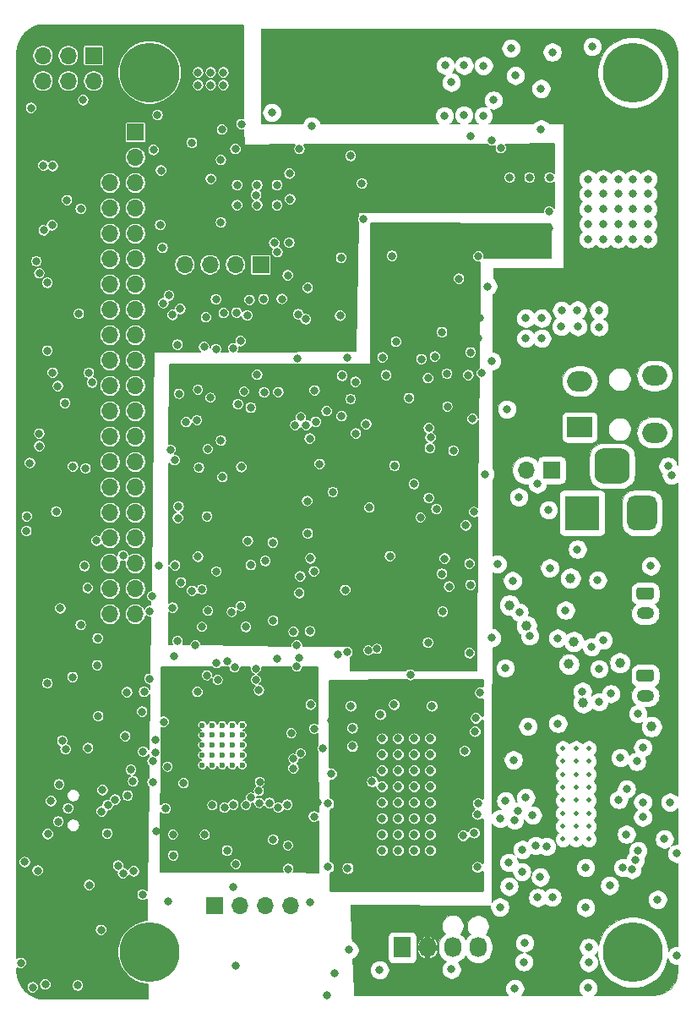
<source format=gbr>
G04 #@! TF.GenerationSoftware,KiCad,Pcbnew,(5.1.9)-1*
G04 #@! TF.CreationDate,2021-01-16T15:24:30-08:00*
G04 #@! TF.ProjectId,SJ-201-R6,534a2d32-3031-42d5-9236-2e6b69636164,rev?*
G04 #@! TF.SameCoordinates,Original*
G04 #@! TF.FileFunction,Copper,L3,Inr*
G04 #@! TF.FilePolarity,Positive*
%FSLAX46Y46*%
G04 Gerber Fmt 4.6, Leading zero omitted, Abs format (unit mm)*
G04 Created by KiCad (PCBNEW (5.1.9)-1) date 2021-01-16 15:24:30*
%MOMM*%
%LPD*%
G01*
G04 APERTURE LIST*
G04 #@! TA.AperFunction,ComponentPad*
%ADD10C,0.600000*%
G04 #@! TD*
G04 #@! TA.AperFunction,ComponentPad*
%ADD11O,1.700000X1.700000*%
G04 #@! TD*
G04 #@! TA.AperFunction,ComponentPad*
%ADD12R,1.700000X1.700000*%
G04 #@! TD*
G04 #@! TA.AperFunction,ComponentPad*
%ADD13O,2.500000X2.000000*%
G04 #@! TD*
G04 #@! TA.AperFunction,ComponentPad*
%ADD14R,2.500000X2.000000*%
G04 #@! TD*
G04 #@! TA.AperFunction,ComponentPad*
%ADD15O,1.730000X2.030000*%
G04 #@! TD*
G04 #@! TA.AperFunction,ComponentPad*
%ADD16R,1.730000X2.030000*%
G04 #@! TD*
G04 #@! TA.AperFunction,ComponentPad*
%ADD17R,3.500000X3.500000*%
G04 #@! TD*
G04 #@! TA.AperFunction,ComponentPad*
%ADD18O,1.750000X1.200000*%
G04 #@! TD*
G04 #@! TA.AperFunction,ComponentPad*
%ADD19C,0.499999*%
G04 #@! TD*
G04 #@! TA.AperFunction,ComponentPad*
%ADD20C,6.000000*%
G04 #@! TD*
G04 #@! TA.AperFunction,ViaPad*
%ADD21C,0.800000*%
G04 #@! TD*
G04 #@! TA.AperFunction,ViaPad*
%ADD22C,1.000000*%
G04 #@! TD*
G04 #@! TA.AperFunction,Conductor*
%ADD23C,0.127000*%
G04 #@! TD*
G04 #@! TA.AperFunction,Conductor*
%ADD24C,0.100000*%
G04 #@! TD*
G04 #@! TA.AperFunction,Conductor*
%ADD25C,0.254000*%
G04 #@! TD*
G04 APERTURE END LIST*
D10*
G04 #@! TO.N,GND*
G04 #@! TO.C,U8*
X18783800Y-70345800D03*
X19783800Y-70345800D03*
X20783800Y-70345800D03*
X21783800Y-70345800D03*
X22783800Y-70345800D03*
X18783800Y-71345800D03*
X19783800Y-71345800D03*
X20783800Y-71345800D03*
X21783800Y-71345800D03*
X22783800Y-71345800D03*
X18783800Y-72345800D03*
X19783800Y-72345800D03*
X20783800Y-72345800D03*
X21783800Y-72345800D03*
X22783800Y-72345800D03*
X18783800Y-73345800D03*
X19783800Y-73345800D03*
X20783800Y-73345800D03*
X21783800Y-73345800D03*
X22783800Y-73345800D03*
X18783800Y-74345800D03*
X19783800Y-74345800D03*
X20783800Y-74345800D03*
X21783800Y-74345800D03*
X22783800Y-74345800D03*
G04 #@! TD*
D11*
G04 #@! TO.N,GND*
G04 #@! TO.C,J10*
X17020000Y-24250000D03*
G04 #@! TO.N,GPIO0*
X19560000Y-24250000D03*
G04 #@! TO.N,GPIO_PA7*
X22100000Y-24250000D03*
D12*
G04 #@! TO.N,+3V3*
X24640000Y-24250000D03*
G04 #@! TD*
D11*
G04 #@! TO.N,GND*
G04 #@! TO.C,J9*
X2820000Y-5840000D03*
X2820000Y-3300000D03*
G04 #@! TO.N,GPIO1*
X5360000Y-5840000D03*
G04 #@! TO.N,GPIO13*
X5360000Y-3300000D03*
G04 #@! TO.N,+3V3*
X7900000Y-5840000D03*
D12*
G04 #@! TO.N,GPIO12*
X7900000Y-3300000D03*
G04 #@! TD*
D11*
G04 #@! TO.N,GND*
G04 #@! TO.C,J8*
X51260000Y-44800000D03*
D12*
G04 #@! TO.N,12v_Unregulated*
X53800000Y-44800000D03*
G04 #@! TD*
D13*
G04 #@! TO.N,GND*
G04 #@! TO.C,J2*
X64100000Y-35350000D03*
D14*
G04 #@! TO.N,VoutL*
X56600000Y-40500000D03*
D13*
G04 #@! TO.N,VoutR*
X56600000Y-35900000D03*
G04 #@! TO.N,GND*
X64100000Y-41050000D03*
G04 #@! TD*
D15*
G04 #@! TO.N,/MCU/FAN_PWM*
G04 #@! TO.C,J7*
X46420000Y-92600000D03*
G04 #@! TO.N,Net-(J7-Pad3)*
X43880000Y-92600000D03*
G04 #@! TO.N,PVDD*
X41340000Y-92600000D03*
D16*
G04 #@! TO.N,GND*
X38800000Y-92600000D03*
G04 #@! TD*
G04 #@! TO.N,GND*
G04 #@! TO.C,J1*
G04 #@! TA.AperFunction,ComponentPad*
G36*
G01*
X61605360Y-43509840D02*
X61605360Y-45259840D01*
G75*
G02*
X60730360Y-46134840I-875000J0D01*
G01*
X58980360Y-46134840D01*
G75*
G02*
X58105360Y-45259840I0J875000D01*
G01*
X58105360Y-43509840D01*
G75*
G02*
X58980360Y-42634840I875000J0D01*
G01*
X60730360Y-42634840D01*
G75*
G02*
X61605360Y-43509840I0J-875000D01*
G01*
G37*
G04 #@! TD.AperFunction*
G04 #@! TA.AperFunction,ComponentPad*
G36*
G01*
X64355360Y-48084840D02*
X64355360Y-50084840D01*
G75*
G02*
X63605360Y-50834840I-750000J0D01*
G01*
X62105360Y-50834840D01*
G75*
G02*
X61355360Y-50084840I0J750000D01*
G01*
X61355360Y-48084840D01*
G75*
G02*
X62105360Y-47334840I750000J0D01*
G01*
X63605360Y-47334840D01*
G75*
G02*
X64355360Y-48084840I0J-750000D01*
G01*
G37*
G04 #@! TD.AperFunction*
D17*
G04 #@! TO.N,12v_Unregulated*
X56855360Y-49084840D03*
G04 #@! TD*
D18*
G04 #@! TO.N,/AudioAmp/Right-*
G04 #@! TO.C,J4*
X63169800Y-67379600D03*
G04 #@! TO.N,/AudioAmp/Right+*
G04 #@! TA.AperFunction,ComponentPad*
G36*
G01*
X62544799Y-64779600D02*
X63794801Y-64779600D01*
G75*
G02*
X64044800Y-65029599I0J-249999D01*
G01*
X64044800Y-65729601D01*
G75*
G02*
X63794801Y-65979600I-249999J0D01*
G01*
X62544799Y-65979600D01*
G75*
G02*
X62294800Y-65729601I0J249999D01*
G01*
X62294800Y-65029599D01*
G75*
G02*
X62544799Y-64779600I249999J0D01*
G01*
G37*
G04 #@! TD.AperFunction*
G04 #@! TD*
G04 #@! TO.N,/AudioAmp/Left-*
G04 #@! TO.C,J3*
X63169800Y-59150000D03*
G04 #@! TO.N,/AudioAmp/Left+*
G04 #@! TA.AperFunction,ComponentPad*
G36*
G01*
X62544799Y-56550000D02*
X63794801Y-56550000D01*
G75*
G02*
X64044800Y-56799999I0J-249999D01*
G01*
X64044800Y-57500001D01*
G75*
G02*
X63794801Y-57750000I-249999J0D01*
G01*
X62544799Y-57750000D01*
G75*
G02*
X62294800Y-57500001I0J249999D01*
G01*
X62294800Y-56799999D01*
G75*
G02*
X62544799Y-56550000I249999J0D01*
G01*
G37*
G04 #@! TD.AperFunction*
G04 #@! TD*
D19*
G04 #@! TO.N,GND*
G04 #@! TO.C,U3*
X57518700Y-76564099D03*
X56218700Y-76564099D03*
X54918700Y-76564099D03*
X57518700Y-75264099D03*
X56218700Y-75264099D03*
X54918700Y-75264099D03*
X54918700Y-72664099D03*
X56218700Y-72664099D03*
X57518700Y-72664099D03*
X54918700Y-73964099D03*
X56218700Y-73964099D03*
X57518700Y-73964099D03*
X57518700Y-80464101D03*
X56218700Y-80464101D03*
X54918700Y-80464101D03*
X57518700Y-81764101D03*
X56218700Y-81764101D03*
X54918700Y-81764101D03*
X54918700Y-79164101D03*
X56218700Y-79164101D03*
X57518700Y-79164101D03*
X54918700Y-77864101D03*
X56218700Y-77864101D03*
X57518700Y-77864101D03*
G04 #@! TD*
D20*
G04 #@! TO.N,N/C*
G04 #@! TO.C,H4*
X13500000Y-93082120D03*
G04 #@! TD*
G04 #@! TO.N,N/C*
G04 #@! TO.C,H3*
X13500000Y-5000000D03*
G04 #@! TD*
G04 #@! TO.N,N/C*
G04 #@! TO.C,H2*
X61921380Y-93082120D03*
G04 #@! TD*
G04 #@! TO.N,N/C*
G04 #@! TO.C,H1*
X61921380Y-5000000D03*
G04 #@! TD*
D11*
G04 #@! TO.N,GND*
G04 #@! TO.C,J13*
X27670000Y-88400000D03*
G04 #@! TO.N,USB_CORAL_D-*
X25130000Y-88400000D03*
G04 #@! TO.N,USB_CORAL_D+*
X22590000Y-88400000D03*
D12*
G04 #@! TO.N,Net-(J13-Pad1)*
X20050000Y-88400000D03*
G04 #@! TD*
D11*
G04 #@! TO.N,I2S_DOUT_PI*
G04 #@! TO.C,J6*
X9552940Y-59237880D03*
G04 #@! TO.N,GND*
X12092940Y-59237880D03*
G04 #@! TO.N,I2S_DIN_PI*
X9552940Y-56697880D03*
G04 #@! TO.N,Boot_Sel*
X12092940Y-56697880D03*
G04 #@! TO.N,Enable1V*
X9552940Y-54157880D03*
G04 #@! TO.N,I2S_WS_PI*
X12092940Y-54157880D03*
G04 #@! TO.N,GND*
X9552940Y-51617880D03*
G04 #@! TO.N,GPIO13*
X12092940Y-51617880D03*
G04 #@! TO.N,GPIO12*
X9552940Y-49077880D03*
G04 #@! TO.N,TAS_Fault*
X12092940Y-49077880D03*
G04 #@! TO.N,GND*
X9552940Y-46537880D03*
G04 #@! TO.N,Net-(J6-Pad29)*
X12092940Y-46537880D03*
G04 #@! TO.N,GPIO1*
X9552940Y-43997880D03*
G04 #@! TO.N,GPIO0*
X12092940Y-43997880D03*
G04 #@! TO.N,ATtinyRESET*
X9552940Y-41457880D03*
G04 #@! TO.N,GND*
X12092940Y-41457880D03*
G04 #@! TO.N,SPI_CSn*
X9552940Y-38917880D03*
G04 #@! TO.N,SPI_CLK*
X12092940Y-38917880D03*
G04 #@! TO.N,Net-(J6-Pad22)*
X9552940Y-36377880D03*
G04 #@! TO.N,SPI_MISO*
X12092940Y-36377880D03*
G04 #@! TO.N,GND*
X9552940Y-33837880D03*
G04 #@! TO.N,SPI_MOSI*
X12092940Y-33837880D03*
G04 #@! TO.N,Net-(J6-Pad18)*
X9552940Y-31297880D03*
G04 #@! TO.N,N/C*
X12092940Y-31297880D03*
G04 #@! TO.N,Net-(J6-Pad16)*
X9552940Y-28757880D03*
G04 #@! TO.N,Net-(J6-Pad15)*
X12092940Y-28757880D03*
G04 #@! TO.N,GND*
X9552940Y-26217880D03*
G04 #@! TO.N,XMOS_Reset*
X12092940Y-26217880D03*
G04 #@! TO.N,I2S_BCLK_PI*
X9552940Y-23677880D03*
G04 #@! TO.N,TPU_RST_L_33*
X12092940Y-23677880D03*
G04 #@! TO.N,UART_RXD_PI*
X9552940Y-21137880D03*
G04 #@! TO.N,GND*
X12092940Y-21137880D03*
G04 #@! TO.N,UART_TXD_PI*
X9552940Y-18597880D03*
G04 #@! TO.N,I2S_MCLK_PI*
X12092940Y-18597880D03*
G04 #@! TO.N,GND*
X9552940Y-16057880D03*
G04 #@! TO.N,SCL*
X12092940Y-16057880D03*
G04 #@! TO.N,+5V*
X9552940Y-13517880D03*
G04 #@! TO.N,SDA*
X12092940Y-13517880D03*
G04 #@! TO.N,+5V*
X9552940Y-10977880D03*
D12*
G04 #@! TO.N,N/C*
X12092940Y-10977880D03*
G04 #@! TD*
D21*
G04 #@! TO.N,+5V*
X14795500Y-18256000D03*
X14795500Y-16256000D03*
X16795500Y-16256000D03*
X18795500Y-16256000D03*
X18795500Y-18256000D03*
X16795500Y-18256000D03*
X30778200Y-22097500D03*
X28778200Y-22097500D03*
X28778200Y-20097500D03*
X30778200Y-18097500D03*
X32778200Y-22097500D03*
X45631100Y-11328400D03*
X32778200Y-18097500D03*
X30778200Y-20097500D03*
X32778200Y-20097500D03*
X46720760Y-15621000D03*
X28778200Y-18097500D03*
X51548520Y-17228080D03*
X49548520Y-17228080D03*
X53548520Y-17228080D03*
X53599080Y-54604920D03*
X49524922Y-86481920D03*
X57200000Y-88600000D03*
X42800000Y-55200000D03*
X42250000Y-48700000D03*
X33350000Y-33508506D03*
X53850000Y-87550000D03*
X51100000Y-92150000D03*
X41486465Y-40604739D03*
X37759640Y-16403320D03*
X46450000Y-23400000D03*
X37800000Y-23350000D03*
X29574968Y-60934600D03*
X35200000Y-40200000D03*
X50150000Y-5294000D03*
X53850000Y-2950000D03*
X47800000Y-61600000D03*
X48350000Y-54200000D03*
X53476033Y-48793221D03*
X50800047Y-85010563D03*
X45450000Y-35300000D03*
X43300000Y-35150000D03*
X32791966Y-35348526D03*
X29350000Y-51150000D03*
X29300000Y-47900000D03*
X28600021Y-55450000D03*
G04 #@! TO.N,Net-(C22-Pad1)*
X54401720Y-61630560D03*
X51583258Y-61392696D03*
G04 #@! TO.N,Net-(C23-Pad1)*
X56872866Y-66962146D03*
X59732929Y-67196193D03*
G04 #@! TO.N,+3V3*
X33800000Y-70600000D03*
X19037300Y-81305400D03*
X45000000Y-29600000D03*
X45000000Y-31600000D03*
X46600000Y-29600000D03*
X46400000Y-31600000D03*
X53550320Y-20614640D03*
X51550320Y-20614640D03*
X46329600Y-84551520D03*
X11846560Y-75956160D03*
X9255760Y-81193640D03*
X59600000Y-86400000D03*
X64400000Y-87800000D03*
X26394686Y-78598557D03*
X43500000Y-64100000D03*
X39600000Y-64100000D03*
X42610075Y-50220735D03*
X33800000Y-72450000D03*
X46100000Y-70950000D03*
X32450000Y-42450000D03*
X35491782Y-61947187D03*
X32400000Y-63250000D03*
X49500000Y-84100000D03*
X15850000Y-81300000D03*
X65100000Y-81750000D03*
X29350000Y-26550000D03*
X16200000Y-60400000D03*
X12950000Y-67000000D03*
X23700000Y-58900000D03*
X18959761Y-32482435D03*
X21900000Y-32600000D03*
X18550000Y-59450000D03*
X21328430Y-38269278D03*
X20150000Y-27700000D03*
X20933295Y-29071556D03*
G04 #@! TO.N,+1V0*
X1630680Y-8539480D03*
X16169640Y-67838320D03*
X27931750Y-66090896D03*
X20096369Y-79222592D03*
X27728240Y-69524990D03*
X27661434Y-66899979D03*
X36300000Y-62700000D03*
X35420287Y-62846931D03*
X29574968Y-65796160D03*
X600016Y-94150000D03*
X29274075Y-72525383D03*
X30334838Y-78095716D03*
X21142272Y-65428828D03*
X12850000Y-72999969D03*
X14197965Y-80968559D03*
X8702237Y-78985148D03*
G04 #@! TO.N,12v_Unregulated*
X52350000Y-46200000D03*
G04 #@! TO.N,GPIO25*
X3625032Y-77948368D03*
X20200000Y-64150002D03*
X18350000Y-36750000D03*
X22972589Y-36933615D03*
X3250000Y-66150000D03*
G04 #@! TO.N,GPIO24*
X40649997Y-49550003D03*
X19600000Y-37550000D03*
X43350000Y-38450000D03*
G04 #@! TO.N,GPIO23*
X7075054Y-44634668D03*
X8176848Y-51875572D03*
X6400000Y-29150000D03*
X19150000Y-29500000D03*
G04 #@! TO.N,GPIO22*
X3797622Y-14367350D03*
X3728567Y-20285243D03*
X20650000Y-20000000D03*
G04 #@! TO.N,/xmos/XL_DN1*
X27928843Y-73715013D03*
G04 #@! TO.N,/xmos/XL_DN0*
X28642318Y-73166402D03*
G04 #@! TO.N,/xmos/TDO*
X24549100Y-76034900D03*
G04 #@! TO.N,/xmos/XL_UP0*
X30000000Y-70699306D03*
G04 #@! TO.N,/xmos/TCK*
X23664888Y-77607576D03*
G04 #@! TO.N,/xmos/TMS*
X23151123Y-78346540D03*
G04 #@! TO.N,/xmos/XL_UP1*
X27700000Y-71150000D03*
G04 #@! TO.N,/xmos/TDI*
X24451213Y-76932924D03*
G04 #@! TO.N,/xmos/QSPI_CLK*
X28247804Y-64484094D03*
X24154790Y-64673532D03*
X18250000Y-39800000D03*
X28096273Y-40304378D03*
G04 #@! TO.N,/xmos/QSPI_D1*
X21299998Y-63950000D03*
X18100000Y-62350000D03*
G04 #@! TO.N,/xmos/QSPI_CS_N*
X28452168Y-63607592D03*
X18751506Y-60500050D03*
X15977179Y-63459364D03*
G04 #@! TO.N,Net-(R43-Pad2)*
X22100000Y-12650000D03*
G04 #@! TO.N,/xmos/MIC_CLK*
X19350000Y-58900000D03*
X6600064Y-60300075D03*
X5076925Y-72750000D03*
X13808743Y-73949990D03*
G04 #@! TO.N,Net-(R44-Pad2)*
X22707643Y-10159765D03*
G04 #@! TO.N,/xmos/MIC_DATA*
X21750000Y-59000000D03*
X13539047Y-58917233D03*
X7336949Y-72636949D03*
X15300000Y-74500000D03*
X8350000Y-69450000D03*
X12750000Y-69000000D03*
G04 #@! TO.N,Net-(R45-Pad2)*
X11925300Y-84975300D03*
G04 #@! TO.N,Net-(R46-Pad2)*
X27376120Y-82387440D03*
X12801600Y-87312500D03*
X21889720Y-86580989D03*
G04 #@! TO.N,/xmos/QSPI_D3*
X20327329Y-65810781D03*
G04 #@! TO.N,/xmos/QSPI_D2*
X22011326Y-64560465D03*
G04 #@! TO.N,/xmos/QSPI_D0*
X24150000Y-65800000D03*
G04 #@! TO.N,Net-(C25-Pad1)*
X55181500Y-58826400D03*
X50549344Y-59038829D03*
G04 #@! TO.N,Net-(C28-Pad1)*
X37200000Y-35288492D03*
G04 #@! TO.N,Net-(D10-Pad4)*
X45574978Y-54173302D03*
X45574987Y-63119535D03*
G04 #@! TO.N,Net-(D20-Pad1)*
X15400000Y-88000001D03*
G04 #@! TO.N,/xmos/3V3_MIC0*
X27520900Y-15113000D03*
X14300000Y-9250000D03*
X25750000Y-9000000D03*
G04 #@! TO.N,/xmos/3V3_MIC1*
X22145307Y-84261998D03*
G04 #@! TO.N,/xmos/3V3_MIC*
X24499518Y-78132936D03*
X5214620Y-17780000D03*
X5334630Y-78668144D03*
X19250000Y-65350000D03*
X8250000Y-64350010D03*
X19650000Y-15650000D03*
G04 #@! TO.N,/xmos/MIC_DATA_M*
X13900000Y-12750000D03*
X20650010Y-13750000D03*
X22650000Y-58400000D03*
X13774957Y-57425000D03*
G04 #@! TO.N,/xmos/MIC_CLK_M*
X17739360Y-12034520D03*
X14400000Y-54350000D03*
X20200000Y-54950000D03*
G04 #@! TO.N,GPIO5*
X61300000Y-76732900D03*
X61289970Y-81261226D03*
G04 #@! TO.N,PVDD*
X65798700Y-67849500D03*
X65798700Y-69849500D03*
X65800000Y-71650000D03*
X65800000Y-72850000D03*
X65798700Y-65849500D03*
X59410600Y-9232900D03*
X63410600Y-9232900D03*
X61410600Y-9232900D03*
X59410600Y-11232900D03*
X63410600Y-11232900D03*
X61410600Y-11232900D03*
X27533600Y-6337300D03*
X28803600Y-5067300D03*
X26263600Y-6337300D03*
X27533600Y-5067300D03*
X28803600Y-6337300D03*
X26263600Y-5067300D03*
X62184280Y-28845560D03*
X65948560Y-28804920D03*
X65989200Y-30457240D03*
X64251840Y-28825240D03*
X64251840Y-30355640D03*
X62143640Y-30416600D03*
X48700000Y-32250000D03*
X50000000Y-32300000D03*
X48602900Y-73990200D03*
X48577500Y-75044300D03*
X50450000Y-33650000D03*
X49050000Y-35450000D03*
X50800000Y-75100000D03*
X48850000Y-69200000D03*
G04 #@! TO.N,Net-(C8-Pad2)*
X47967900Y-7759700D03*
X47802800Y-11798300D03*
G04 #@! TO.N,Net-(D14-Pad1)*
X52725000Y-6600000D03*
X43738800Y-5969000D03*
G04 #@! TO.N,Net-(D3-Pad2)*
X30040651Y-36829396D03*
X30149680Y-39975145D03*
G04 #@! TO.N,Net-(D4-Pad2)*
X16400000Y-48450000D03*
X16000000Y-43800000D03*
G04 #@! TO.N,Net-(D5-Pad2)*
X16350000Y-49600000D03*
X16650000Y-56050000D03*
G04 #@! TO.N,Net-(D6-Pad2)*
X27931750Y-60990480D03*
X28495385Y-57109177D03*
G04 #@! TO.N,Net-(D10-Pad2)*
X49875043Y-55880932D03*
X50500000Y-47500000D03*
G04 #@! TO.N,Net-(D11-Pad2)*
X46024990Y-48998305D03*
X45853752Y-39675939D03*
G04 #@! TO.N,Net-(D12-Pad2)*
X41400000Y-35600000D03*
X41657135Y-41539294D03*
G04 #@! TO.N,GND*
X52800000Y-29600000D03*
X51200000Y-29600000D03*
X51200000Y-31600000D03*
X26275800Y-18268700D03*
X46964600Y-4305300D03*
X22275800Y-18268700D03*
X45021500Y-4292600D03*
X26275800Y-16268700D03*
X24275800Y-16268700D03*
X24275800Y-18268700D03*
X22275800Y-16268700D03*
X43141900Y-4292600D03*
X52730400Y-10655300D03*
X19634200Y-6261100D03*
X20904200Y-6261100D03*
X18364200Y-4991100D03*
X19634200Y-4991100D03*
X18364200Y-6261100D03*
X20904200Y-4991100D03*
X49181983Y-77914500D03*
X28524200Y-12649200D03*
X20764500Y-10706100D03*
X24174940Y-17256760D03*
X50863500Y-82791300D03*
X44996100Y-9258300D03*
X46939200Y-9321800D03*
X43040300Y-9321800D03*
X49710911Y-2568110D03*
X38391900Y-73266100D03*
X36791900Y-82866100D03*
X41591900Y-81266100D03*
X38391900Y-74866100D03*
X38391900Y-76466100D03*
X41591900Y-82866100D03*
X36791900Y-78066100D03*
X39991900Y-71666100D03*
X38391900Y-78066100D03*
X39991900Y-78066100D03*
X41591900Y-79666100D03*
X36791900Y-74866100D03*
X38391900Y-71666100D03*
X39991900Y-74866100D03*
X38391900Y-81266100D03*
X39991900Y-82866100D03*
X38391900Y-82866100D03*
X39991900Y-79666100D03*
X38391900Y-79666100D03*
X41591900Y-71666100D03*
X41591900Y-73266100D03*
X39991900Y-73266100D03*
X36791900Y-76466100D03*
X39991900Y-76466100D03*
X41591900Y-78066100D03*
X41591900Y-74866100D03*
X36791900Y-81266100D03*
X36791900Y-73266100D03*
X36791900Y-79666100D03*
X39991900Y-81266100D03*
X41591900Y-76466100D03*
X58536840Y-30457240D03*
X56423560Y-30436920D03*
X58516520Y-28784600D03*
X54787800Y-28804920D03*
X54747160Y-30416600D03*
X56367680Y-28784600D03*
X25882600Y-81813400D03*
X28260040Y-62351920D03*
X52800000Y-31600000D03*
X27575801Y-17678400D03*
X51590960Y-15514320D03*
X53550320Y-18928080D03*
X53590960Y-15514320D03*
X49590960Y-15514320D03*
X21277062Y-82898244D03*
X57795160Y-62509400D03*
X26400000Y-37000000D03*
X34137600Y-35979100D03*
X48704500Y-12569690D03*
X33655000Y-13347700D03*
X34785300Y-16103600D03*
X36791900Y-71666100D03*
X57449720Y-15661640D03*
X58949720Y-15661640D03*
X60449720Y-15661640D03*
X61949720Y-15661640D03*
X63449720Y-15661640D03*
X57449720Y-17161640D03*
X58949720Y-17161640D03*
X60449720Y-17161640D03*
X61949720Y-17161640D03*
X63449720Y-17161640D03*
X57449720Y-18661640D03*
X58949720Y-18661640D03*
X60449720Y-18661640D03*
X61949720Y-18661640D03*
X63449720Y-18661640D03*
X57449720Y-20161640D03*
X58949720Y-20161640D03*
X60449720Y-20161640D03*
X61949720Y-20161640D03*
X63449720Y-20161640D03*
X57449720Y-21661640D03*
X58949720Y-21661640D03*
X60449720Y-21661640D03*
X61949720Y-21661640D03*
X63449720Y-21661640D03*
X33115919Y-56813900D03*
X42872660Y-58983060D03*
X26243280Y-63690500D03*
X27404060Y-84731860D03*
X57200000Y-84600000D03*
X43956786Y-42861029D03*
X27299977Y-78310510D03*
X31875032Y-47012860D03*
X43079674Y-53664111D03*
X46200000Y-69600000D03*
X40000000Y-46200000D03*
X37600000Y-53425021D03*
X30850000Y-72699998D03*
X29650000Y-68300000D03*
X41413958Y-62078522D03*
X66350000Y-93400000D03*
X48600000Y-88550000D03*
X38050000Y-44375010D03*
X33328312Y-63048113D03*
X5825043Y-44452546D03*
X6975087Y-54402162D03*
X56375300Y-52724990D03*
X65650000Y-78050000D03*
X15875000Y-83400000D03*
X57850000Y-2400000D03*
X45674979Y-56306289D03*
X45200000Y-50350000D03*
X2850000Y-14300000D03*
X2900000Y-20800000D03*
X46350000Y-79250000D03*
X46400000Y-78150000D03*
X48625021Y-79700000D03*
X39500001Y-37599999D03*
X62924990Y-79552800D03*
X62924990Y-72587524D03*
X60680600Y-73589079D03*
X29983471Y-79482991D03*
X23150000Y-60500000D03*
X19254178Y-49453078D03*
X20650000Y-41850000D03*
X25875208Y-59875208D03*
X18750000Y-56749979D03*
X11249998Y-67050000D03*
X13500000Y-65700000D03*
X16300000Y-61950000D03*
X8790745Y-76845355D03*
X11630177Y-74808346D03*
X15098149Y-78694165D03*
X22224253Y-29045000D03*
X14800000Y-22550000D03*
G04 #@! TO.N,Net-(J13-Pad1)*
X50993040Y-94046040D03*
X22138640Y-94427040D03*
G04 #@! TO.N,SCL*
X60516886Y-77790423D03*
X19792229Y-78375526D03*
X10350000Y-84400000D03*
X3050000Y-96300000D03*
X57500000Y-92600000D03*
X60900000Y-84600000D03*
X2300000Y-84900000D03*
X14650000Y-14800000D03*
X9320326Y-78330940D03*
X14879754Y-28088196D03*
X28400000Y-29200000D03*
G04 #@! TO.N,SDA*
X29718000Y-10342880D03*
X19323760Y-42697400D03*
X21000000Y-78600000D03*
X62924990Y-78046394D03*
X10836683Y-85157063D03*
X1000000Y-84050000D03*
X1800000Y-96600000D03*
X57500000Y-94100000D03*
X61850000Y-84800000D03*
X15600000Y-42750000D03*
X32600000Y-29350000D03*
X20150000Y-32700000D03*
X10051399Y-77806008D03*
X29152549Y-29693652D03*
G04 #@! TO.N,Net-(J6-Pad29)*
X63724990Y-54400000D03*
G04 #@! TO.N,Net-(J6-Pad22)*
X16450000Y-37150000D03*
G04 #@! TO.N,Net-(J6-Pad18)*
X16300002Y-32250000D03*
G04 #@! TO.N,Net-(J6-Pad16)*
X16576538Y-28658727D03*
G04 #@! TO.N,Net-(J6-Pad15)*
X15800000Y-29258737D03*
D22*
G04 #@! TO.N,/AudioAmp/OUT_A1-*
X56027320Y-61970920D03*
X51274436Y-60389126D03*
G04 #@! TO.N,/AudioAmp/OUT_B1-*
X60619640Y-64099440D03*
X55529120Y-64238525D03*
G04 #@! TO.N,/AudioAmp/OUT_A1+*
X55697120Y-55620920D03*
X49575032Y-58314134D03*
G04 #@! TO.N,/AudioAmp/OUT_B1+*
X56957892Y-68098332D03*
X63799996Y-70500000D03*
D21*
G04 #@! TO.N,Net-(C26-Pad1)*
X54420306Y-70174611D03*
X62311831Y-73974990D03*
G04 #@! TO.N,+1V8*
X43800000Y-66899980D03*
X39750000Y-66650000D03*
X35816664Y-66700000D03*
X31700008Y-69904989D03*
X50100000Y-96700000D03*
X31300000Y-97400000D03*
X29550000Y-88050000D03*
X46250000Y-86450000D03*
X44900000Y-86500000D03*
X57450000Y-96650000D03*
X46250015Y-66193015D03*
X33017731Y-83207311D03*
G04 #@! TO.N,SPI_CSn*
X29200000Y-40300000D03*
G04 #@! TO.N,SPI_CLK*
X17150000Y-40000000D03*
G04 #@! TO.N,SPI_MISO*
X7736840Y-36037520D03*
X18291454Y-67002414D03*
X4310193Y-36391975D03*
X5784460Y-65534794D03*
G04 #@! TO.N,SPI_MOSI*
X24460200Y-66849979D03*
X46625104Y-67065844D03*
X45674075Y-33025010D03*
G04 #@! TO.N,Boot_Sel*
X17751816Y-56901795D03*
G04 #@! TO.N,Neopixel*
X24282394Y-35253706D03*
G04 #@! TO.N,/AudioAmp/Left+*
X58407300Y-55816500D03*
G04 #@! TO.N,/AudioAmp/Left-*
X58978800Y-61823600D03*
G04 #@! TO.N,/AudioAmp/Right+*
X58531760Y-68011040D03*
X62450000Y-69200000D03*
G04 #@! TO.N,/AudioAmp/Right-*
X58547000Y-64693800D03*
G04 #@! TO.N,FanPWM*
X33500000Y-92850000D03*
X3800000Y-35050000D03*
X8650000Y-90850000D03*
X22621188Y-31877657D03*
G04 #@! TO.N,I2S_DOUT_PI*
X10850000Y-53367881D03*
X23350002Y-51900000D03*
G04 #@! TO.N,I2S_DIN_PI*
X4349886Y-79988410D03*
X25514300Y-78143100D03*
X7300000Y-56600000D03*
X8300000Y-61650000D03*
G04 #@! TO.N,Enable1V*
X43525003Y-56466067D03*
G04 #@! TO.N,I2S_BCLK_PI*
X22700000Y-44500000D03*
X14560539Y-20256033D03*
X20800000Y-45500000D03*
X18450000Y-44550000D03*
G04 #@! TO.N,I2S_MCLK_PI*
X34950000Y-19700000D03*
X24973368Y-37024979D03*
X33650000Y-37699990D03*
G04 #@! TO.N,I2S_DIN_AMP*
X50073303Y-79837786D03*
X7450000Y-86350000D03*
X31400000Y-78200000D03*
X31400000Y-84550000D03*
X4550000Y-58650000D03*
X23650000Y-54310215D03*
X15815373Y-58584627D03*
X16050021Y-54350000D03*
G04 #@! TO.N,I2S_LRCK_AMP*
X49952911Y-73821239D03*
X34174463Y-41128076D03*
X50381396Y-78939120D03*
X47100000Y-45200000D03*
X30550000Y-44200000D03*
X25100000Y-53900000D03*
X29974989Y-54950000D03*
G04 #@! TO.N,I2S_BCLK_XMOS*
X27929606Y-74670386D03*
X31709955Y-75204752D03*
X31250000Y-38900000D03*
X22350000Y-38200000D03*
G04 #@! TO.N,I2S_MCLK_XMOS*
X28650000Y-39500554D03*
X5023999Y-38100000D03*
X4756947Y-71908789D03*
X14091337Y-73095494D03*
G04 #@! TO.N,I2S_BCLK_AMP*
X51886834Y-79341892D03*
X51407722Y-70461468D03*
X49300000Y-38700000D03*
X23650012Y-38550000D03*
G04 #@! TO.N,UART_RXD_PI*
X27495671Y-22031344D03*
G04 #@! TO.N,UART_TXD_PI*
X6614160Y-18643600D03*
X7412355Y-35067100D03*
X28350000Y-33600000D03*
G04 #@! TO.N,FanTach*
X6300000Y-96400000D03*
X32000000Y-95150000D03*
X3250000Y-32849998D03*
X23286766Y-29311778D03*
G04 #@! TO.N,Net-(J7-Pad3)*
X43750000Y-94800000D03*
X36550000Y-94850000D03*
G04 #@! TO.N,ATtinyRESET*
X2450000Y-25100000D03*
X27348666Y-25313118D03*
X2447186Y-41148643D03*
G04 #@! TO.N,Net-(R9-Pad2)*
X26769060Y-27663140D03*
G04 #@! TO.N,XMOS_Reset*
X21901112Y-78299136D03*
X4440639Y-76282241D03*
X3250000Y-26050000D03*
X11300000Y-77394141D03*
X15443291Y-27323389D03*
G04 #@! TO.N,TAS_Fault*
X51204893Y-77594110D03*
X3300000Y-81250000D03*
X4150010Y-48952803D03*
G04 #@! TO.N,I2S_DIN_XMOS*
X52400000Y-87600000D03*
X66350000Y-83200000D03*
X52650000Y-85550000D03*
X33350000Y-84649998D03*
G04 #@! TO.N,TPU_RST_L_33*
X32699990Y-23550000D03*
X26306604Y-22981939D03*
G04 #@! TO.N,TPU_RST_L_18*
X33650000Y-68400000D03*
G04 #@! TO.N,TPU_PGOOD_33*
X44500000Y-25650000D03*
X23520790Y-27772742D03*
G04 #@! TO.N,TPU_PGOOD_18*
X45047695Y-72897695D03*
G04 #@! TO.N,TPU_PMIC_EN_33*
X39618463Y-65278868D03*
X47400000Y-26400000D03*
X49138196Y-64615517D03*
X24929792Y-27689461D03*
G04 #@! TO.N,TPU_PMIC_EN_18*
X41783332Y-68400000D03*
G04 #@! TO.N,TPU_INTR_33*
X36600000Y-69250000D03*
X14900000Y-70000000D03*
G04 #@! TO.N,TPU_INTR_18*
X38000000Y-68249980D03*
X35800000Y-76000000D03*
G04 #@! TO.N,PGND*
X41600000Y-42600000D03*
X41500000Y-47600000D03*
X35525010Y-48549998D03*
G04 #@! TO.N,VoutL*
X62450000Y-82900000D03*
X65445436Y-44418634D03*
G04 #@! TO.N,VoutR*
X62195738Y-83815344D03*
X65800000Y-45300000D03*
G04 #@! TO.N,GPIO13*
X1150000Y-50900000D03*
G04 #@! TO.N,GPIO12*
X1200035Y-49450000D03*
G04 #@! TO.N,GPIO1*
X6850000Y-7750000D03*
X1500042Y-44090867D03*
G04 #@! TO.N,UDA_L*
X46000000Y-81100000D03*
X38200000Y-31948760D03*
X47779587Y-33896009D03*
X53300000Y-82500002D03*
G04 #@! TO.N,UDA_R*
X44900000Y-81400000D03*
X46800000Y-35100000D03*
X52201580Y-82404978D03*
X42100000Y-33425021D03*
X42800000Y-31000000D03*
G04 #@! TO.N,Net-(C30-Pad1)*
X36850000Y-33508518D03*
X40750000Y-33700000D03*
G04 #@! TO.N,I2S_BCLK_UDA*
X29625010Y-53635215D03*
X29554298Y-41649332D03*
X32750000Y-39400000D03*
X18350000Y-53475021D03*
G04 #@! TO.N,I2S_WS_PI*
X25850000Y-52050000D03*
G04 #@! TO.N,Net-(GI_1-Pad1)*
X11064000Y-71450000D03*
G04 #@! TO.N,Net-(GI_2-Pad1)*
X14100000Y-71800000D03*
G04 #@! TO.N,Net-(GO_1-Pad1)*
X13800000Y-76050000D03*
G04 #@! TO.N,Net-(GO_2-Pad1)*
X16900000Y-76150000D03*
G04 #@! TO.N,GPIO0*
X2150000Y-23900000D03*
X2450000Y-42400000D03*
G04 #@! TO.N,GPIO_PA7*
X26004341Y-22045659D03*
G04 #@! TD*
D23*
G04 #@! TO.N,+3V3*
X53733243Y-20134473D02*
X53708529Y-23571364D01*
X47034151Y-23592885D01*
X47039923Y-23578951D01*
X47063500Y-23460424D01*
X47063500Y-23339576D01*
X47039923Y-23221049D01*
X46993676Y-23109399D01*
X46926536Y-23008917D01*
X46841083Y-22923464D01*
X46740601Y-22856324D01*
X46628951Y-22810077D01*
X46510424Y-22786500D01*
X46389576Y-22786500D01*
X46271049Y-22810077D01*
X46159399Y-22856324D01*
X46058917Y-22923464D01*
X45973464Y-23008917D01*
X45906324Y-23109399D01*
X45860077Y-23221049D01*
X45836500Y-23339576D01*
X45836500Y-23460424D01*
X45860077Y-23578951D01*
X45906324Y-23690601D01*
X45973464Y-23791083D01*
X46058917Y-23876536D01*
X46159399Y-23943676D01*
X46271049Y-23989923D01*
X46389576Y-24013500D01*
X46510424Y-24013500D01*
X46603373Y-23995011D01*
X46506817Y-34558050D01*
X46408917Y-34623464D01*
X46323464Y-34708917D01*
X46256324Y-34809399D01*
X46210077Y-34921049D01*
X46186500Y-35039576D01*
X46186500Y-35160424D01*
X46210077Y-35278951D01*
X46256324Y-35390601D01*
X46323464Y-35491083D01*
X46408917Y-35576536D01*
X46496969Y-35635370D01*
X46460879Y-39583478D01*
X46443675Y-39496988D01*
X46397428Y-39385338D01*
X46330288Y-39284856D01*
X46244835Y-39199403D01*
X46144353Y-39132263D01*
X46032703Y-39086016D01*
X45914176Y-39062439D01*
X45793328Y-39062439D01*
X45674801Y-39086016D01*
X45563151Y-39132263D01*
X45462669Y-39199403D01*
X45377216Y-39284856D01*
X45310076Y-39385338D01*
X45263829Y-39496988D01*
X45240252Y-39615515D01*
X45240252Y-39736363D01*
X45263829Y-39854890D01*
X45310076Y-39966540D01*
X45377216Y-40067022D01*
X45462669Y-40152475D01*
X45563151Y-40219615D01*
X45674801Y-40265862D01*
X45793328Y-40289439D01*
X45914176Y-40289439D01*
X46032703Y-40265862D01*
X46144353Y-40219615D01*
X46244835Y-40152475D01*
X46330288Y-40067022D01*
X46397428Y-39966540D01*
X46443675Y-39854890D01*
X46459107Y-39777307D01*
X46379399Y-48497264D01*
X46315591Y-48454629D01*
X46203941Y-48408382D01*
X46085414Y-48384805D01*
X45964566Y-48384805D01*
X45846039Y-48408382D01*
X45734389Y-48454629D01*
X45633907Y-48521769D01*
X45548454Y-48607222D01*
X45481314Y-48707704D01*
X45435067Y-48819354D01*
X45411490Y-48937881D01*
X45411490Y-49058729D01*
X45435067Y-49177256D01*
X45481314Y-49288906D01*
X45548454Y-49389388D01*
X45633907Y-49474841D01*
X45734389Y-49541981D01*
X45846039Y-49588228D01*
X45964566Y-49611805D01*
X46085414Y-49611805D01*
X46203941Y-49588228D01*
X46315591Y-49541981D01*
X46370182Y-49505504D01*
X46229734Y-64870198D01*
X40093342Y-64886128D01*
X40009546Y-64802332D01*
X39909064Y-64735192D01*
X39797414Y-64688945D01*
X39678887Y-64665368D01*
X39558039Y-64665368D01*
X39439512Y-64688945D01*
X39327862Y-64735192D01*
X39227380Y-64802332D01*
X39141927Y-64887785D01*
X39141383Y-64888599D01*
X33670654Y-64902801D01*
X33666629Y-63559906D01*
X33719395Y-63524649D01*
X33804848Y-63439196D01*
X33871988Y-63338714D01*
X33918235Y-63227064D01*
X33941812Y-63108537D01*
X33941812Y-62987689D01*
X33918235Y-62869162D01*
X33884937Y-62788772D01*
X34829787Y-62788772D01*
X34829787Y-62905090D01*
X34852480Y-63019173D01*
X34896993Y-63126638D01*
X34961616Y-63223353D01*
X35043865Y-63305602D01*
X35140580Y-63370225D01*
X35248045Y-63414738D01*
X35362128Y-63437431D01*
X35478446Y-63437431D01*
X35592529Y-63414738D01*
X35699994Y-63370225D01*
X35796709Y-63305602D01*
X35878958Y-63223353D01*
X35922738Y-63157831D01*
X35923578Y-63158671D01*
X36020293Y-63223294D01*
X36127758Y-63267807D01*
X36241841Y-63290500D01*
X36358159Y-63290500D01*
X36472242Y-63267807D01*
X36579707Y-63223294D01*
X36676422Y-63158671D01*
X36758671Y-63076422D01*
X36770237Y-63059111D01*
X44961487Y-63059111D01*
X44961487Y-63179959D01*
X44985064Y-63298486D01*
X45031311Y-63410136D01*
X45098451Y-63510618D01*
X45183904Y-63596071D01*
X45284386Y-63663211D01*
X45396036Y-63709458D01*
X45514563Y-63733035D01*
X45635411Y-63733035D01*
X45753938Y-63709458D01*
X45865588Y-63663211D01*
X45966070Y-63596071D01*
X46051523Y-63510618D01*
X46118663Y-63410136D01*
X46164910Y-63298486D01*
X46188487Y-63179959D01*
X46188487Y-63059111D01*
X46164910Y-62940584D01*
X46118663Y-62828934D01*
X46051523Y-62728452D01*
X45966070Y-62642999D01*
X45865588Y-62575859D01*
X45753938Y-62529612D01*
X45635411Y-62506035D01*
X45514563Y-62506035D01*
X45396036Y-62529612D01*
X45284386Y-62575859D01*
X45183904Y-62642999D01*
X45098451Y-62728452D01*
X45031311Y-62828934D01*
X44985064Y-62940584D01*
X44961487Y-63059111D01*
X36770237Y-63059111D01*
X36823294Y-62979707D01*
X36867807Y-62872242D01*
X36890500Y-62758159D01*
X36890500Y-62641841D01*
X36867807Y-62527758D01*
X36823294Y-62420293D01*
X36758671Y-62323578D01*
X36676422Y-62241329D01*
X36579707Y-62176706D01*
X36472242Y-62132193D01*
X36358159Y-62109500D01*
X36241841Y-62109500D01*
X36127758Y-62132193D01*
X36020293Y-62176706D01*
X35923578Y-62241329D01*
X35841329Y-62323578D01*
X35797549Y-62389100D01*
X35796709Y-62388260D01*
X35699994Y-62323637D01*
X35592529Y-62279124D01*
X35478446Y-62256431D01*
X35362128Y-62256431D01*
X35248045Y-62279124D01*
X35140580Y-62323637D01*
X35043865Y-62388260D01*
X34961616Y-62470509D01*
X34896993Y-62567224D01*
X34852480Y-62674689D01*
X34829787Y-62788772D01*
X33884937Y-62788772D01*
X33871988Y-62757512D01*
X33804848Y-62657030D01*
X33719395Y-62571577D01*
X33663555Y-62534266D01*
X33663500Y-62515887D01*
X33662242Y-62503502D01*
X33658593Y-62491601D01*
X33652692Y-62480640D01*
X33644767Y-62471041D01*
X33635120Y-62463173D01*
X33624124Y-62457338D01*
X33612202Y-62453760D01*
X33600802Y-62452582D01*
X33470818Y-62450940D01*
X33388736Y-62434613D01*
X33267888Y-62434613D01*
X33202821Y-62447556D01*
X28873540Y-62392882D01*
X28873540Y-62291496D01*
X28849963Y-62172969D01*
X28803716Y-62061319D01*
X28774837Y-62018098D01*
X40800458Y-62018098D01*
X40800458Y-62138946D01*
X40824035Y-62257473D01*
X40870282Y-62369123D01*
X40937422Y-62469605D01*
X41022875Y-62555058D01*
X41123357Y-62622198D01*
X41235007Y-62668445D01*
X41353534Y-62692022D01*
X41474382Y-62692022D01*
X41592909Y-62668445D01*
X41704559Y-62622198D01*
X41805041Y-62555058D01*
X41890494Y-62469605D01*
X41957634Y-62369123D01*
X42003881Y-62257473D01*
X42027458Y-62138946D01*
X42027458Y-62018098D01*
X42003881Y-61899571D01*
X41957634Y-61787921D01*
X41890494Y-61687439D01*
X41805041Y-61601986D01*
X41704559Y-61534846D01*
X41592909Y-61488599D01*
X41474382Y-61465022D01*
X41353534Y-61465022D01*
X41235007Y-61488599D01*
X41123357Y-61534846D01*
X41022875Y-61601986D01*
X40937422Y-61687439D01*
X40870282Y-61787921D01*
X40824035Y-61899571D01*
X40800458Y-62018098D01*
X28774837Y-62018098D01*
X28736576Y-61960837D01*
X28651123Y-61875384D01*
X28550641Y-61808244D01*
X28438991Y-61761997D01*
X28320464Y-61738420D01*
X28199616Y-61738420D01*
X28081089Y-61761997D01*
X27969439Y-61808244D01*
X27868957Y-61875384D01*
X27783504Y-61960837D01*
X27716364Y-62061319D01*
X27670117Y-62172969D01*
X27646540Y-62291496D01*
X27646540Y-62377387D01*
X18685004Y-62264213D01*
X18667807Y-62177758D01*
X18623294Y-62070293D01*
X18558671Y-61973578D01*
X18476422Y-61891329D01*
X18379707Y-61826706D01*
X18272242Y-61782193D01*
X18158159Y-61759500D01*
X18041841Y-61759500D01*
X17927758Y-61782193D01*
X17820293Y-61826706D01*
X17723578Y-61891329D01*
X17641329Y-61973578D01*
X17576706Y-62070293D01*
X17532193Y-62177758D01*
X17517928Y-62249474D01*
X16843439Y-62240956D01*
X16843676Y-62240601D01*
X16889923Y-62128951D01*
X16913500Y-62010424D01*
X16913500Y-61889576D01*
X16889923Y-61771049D01*
X16843676Y-61659399D01*
X16776536Y-61558917D01*
X16691083Y-61473464D01*
X16590601Y-61406324D01*
X16478951Y-61360077D01*
X16360424Y-61336500D01*
X16239576Y-61336500D01*
X16121049Y-61360077D01*
X16009399Y-61406324D01*
X15908917Y-61473464D01*
X15823464Y-61558917D01*
X15756324Y-61659399D01*
X15710077Y-61771049D01*
X15686500Y-61889576D01*
X15686500Y-62010424D01*
X15710077Y-62128951D01*
X15750755Y-62227157D01*
X15435713Y-62223178D01*
X15439493Y-60441891D01*
X18161006Y-60441891D01*
X18161006Y-60558209D01*
X18183699Y-60672292D01*
X18228212Y-60779757D01*
X18292835Y-60876472D01*
X18375084Y-60958721D01*
X18471799Y-61023344D01*
X18579264Y-61067857D01*
X18693347Y-61090550D01*
X18809665Y-61090550D01*
X18923748Y-61067857D01*
X19031213Y-61023344D01*
X19127928Y-60958721D01*
X19210177Y-60876472D01*
X19274800Y-60779757D01*
X19319313Y-60672292D01*
X19342006Y-60558209D01*
X19342006Y-60441891D01*
X19341546Y-60439576D01*
X22536500Y-60439576D01*
X22536500Y-60560424D01*
X22560077Y-60678951D01*
X22606324Y-60790601D01*
X22673464Y-60891083D01*
X22758917Y-60976536D01*
X22859399Y-61043676D01*
X22971049Y-61089923D01*
X23089576Y-61113500D01*
X23210424Y-61113500D01*
X23328951Y-61089923D01*
X23440601Y-61043676D01*
X23541083Y-60976536D01*
X23587563Y-60930056D01*
X27318250Y-60930056D01*
X27318250Y-61050904D01*
X27341827Y-61169431D01*
X27388074Y-61281081D01*
X27455214Y-61381563D01*
X27540667Y-61467016D01*
X27641149Y-61534156D01*
X27752799Y-61580403D01*
X27871326Y-61603980D01*
X27992174Y-61603980D01*
X28110701Y-61580403D01*
X28222351Y-61534156D01*
X28322833Y-61467016D01*
X28408286Y-61381563D01*
X28475426Y-61281081D01*
X28521673Y-61169431D01*
X28545250Y-61050904D01*
X28545250Y-60930056D01*
X28534135Y-60874176D01*
X28961468Y-60874176D01*
X28961468Y-60995024D01*
X28985045Y-61113551D01*
X29031292Y-61225201D01*
X29098432Y-61325683D01*
X29183885Y-61411136D01*
X29284367Y-61478276D01*
X29396017Y-61524523D01*
X29514544Y-61548100D01*
X29635392Y-61548100D01*
X29753919Y-61524523D01*
X29865569Y-61478276D01*
X29966051Y-61411136D01*
X30051504Y-61325683D01*
X30118644Y-61225201D01*
X30164891Y-61113551D01*
X30188468Y-60995024D01*
X30188468Y-60874176D01*
X30164891Y-60755649D01*
X30118644Y-60643999D01*
X30051504Y-60543517D01*
X29966051Y-60458064D01*
X29865569Y-60390924D01*
X29753919Y-60344677D01*
X29635392Y-60321100D01*
X29514544Y-60321100D01*
X29396017Y-60344677D01*
X29284367Y-60390924D01*
X29183885Y-60458064D01*
X29098432Y-60543517D01*
X29031292Y-60643999D01*
X28985045Y-60755649D01*
X28961468Y-60874176D01*
X28534135Y-60874176D01*
X28521673Y-60811529D01*
X28475426Y-60699879D01*
X28408286Y-60599397D01*
X28322833Y-60513944D01*
X28222351Y-60446804D01*
X28110701Y-60400557D01*
X27992174Y-60376980D01*
X27871326Y-60376980D01*
X27752799Y-60400557D01*
X27641149Y-60446804D01*
X27540667Y-60513944D01*
X27455214Y-60599397D01*
X27388074Y-60699879D01*
X27341827Y-60811529D01*
X27318250Y-60930056D01*
X23587563Y-60930056D01*
X23626536Y-60891083D01*
X23693676Y-60790601D01*
X23739923Y-60678951D01*
X23763500Y-60560424D01*
X23763500Y-60439576D01*
X23739923Y-60321049D01*
X23693676Y-60209399D01*
X23626536Y-60108917D01*
X23541083Y-60023464D01*
X23440601Y-59956324D01*
X23328951Y-59910077D01*
X23210424Y-59886500D01*
X23089576Y-59886500D01*
X22971049Y-59910077D01*
X22859399Y-59956324D01*
X22758917Y-60023464D01*
X22673464Y-60108917D01*
X22606324Y-60209399D01*
X22560077Y-60321049D01*
X22536500Y-60439576D01*
X19341546Y-60439576D01*
X19319313Y-60327808D01*
X19274800Y-60220343D01*
X19210177Y-60123628D01*
X19127928Y-60041379D01*
X19031213Y-59976756D01*
X18923748Y-59932243D01*
X18809665Y-59909550D01*
X18693347Y-59909550D01*
X18579264Y-59932243D01*
X18471799Y-59976756D01*
X18375084Y-60041379D01*
X18292835Y-60123628D01*
X18228212Y-60220343D01*
X18183699Y-60327808D01*
X18161006Y-60441891D01*
X15439493Y-60441891D01*
X15440824Y-59814784D01*
X25261708Y-59814784D01*
X25261708Y-59935632D01*
X25285285Y-60054159D01*
X25331532Y-60165809D01*
X25398672Y-60266291D01*
X25484125Y-60351744D01*
X25584607Y-60418884D01*
X25696257Y-60465131D01*
X25814784Y-60488708D01*
X25935632Y-60488708D01*
X26054159Y-60465131D01*
X26165809Y-60418884D01*
X26266291Y-60351744D01*
X26351744Y-60266291D01*
X26418884Y-60165809D01*
X26465131Y-60054159D01*
X26488708Y-59935632D01*
X26488708Y-59814784D01*
X26465131Y-59696257D01*
X26418884Y-59584607D01*
X26351744Y-59484125D01*
X26266291Y-59398672D01*
X26165809Y-59331532D01*
X26054159Y-59285285D01*
X25935632Y-59261708D01*
X25814784Y-59261708D01*
X25696257Y-59285285D01*
X25584607Y-59331532D01*
X25484125Y-59398672D01*
X25398672Y-59484125D01*
X25331532Y-59584607D01*
X25285285Y-59696257D01*
X25261708Y-59814784D01*
X15440824Y-59814784D01*
X15442399Y-59073263D01*
X15524772Y-59128303D01*
X15636422Y-59174550D01*
X15754949Y-59198127D01*
X15875797Y-59198127D01*
X15994324Y-59174550D01*
X16105974Y-59128303D01*
X16206456Y-59061163D01*
X16291909Y-58975710D01*
X16359049Y-58875228D01*
X16372878Y-58841841D01*
X18759500Y-58841841D01*
X18759500Y-58958159D01*
X18782193Y-59072242D01*
X18826706Y-59179707D01*
X18891329Y-59276422D01*
X18973578Y-59358671D01*
X19070293Y-59423294D01*
X19177758Y-59467807D01*
X19291841Y-59490500D01*
X19408159Y-59490500D01*
X19522242Y-59467807D01*
X19629707Y-59423294D01*
X19726422Y-59358671D01*
X19808671Y-59276422D01*
X19873294Y-59179707D01*
X19917807Y-59072242D01*
X19940500Y-58958159D01*
X19940500Y-58941841D01*
X21159500Y-58941841D01*
X21159500Y-59058159D01*
X21182193Y-59172242D01*
X21226706Y-59279707D01*
X21291329Y-59376422D01*
X21373578Y-59458671D01*
X21470293Y-59523294D01*
X21577758Y-59567807D01*
X21691841Y-59590500D01*
X21808159Y-59590500D01*
X21922242Y-59567807D01*
X22029707Y-59523294D01*
X22126422Y-59458671D01*
X22208671Y-59376422D01*
X22273294Y-59279707D01*
X22317807Y-59172242D01*
X22340500Y-59058159D01*
X22340500Y-58941841D01*
X22331678Y-58897492D01*
X22370293Y-58923294D01*
X22477758Y-58967807D01*
X22591841Y-58990500D01*
X22708159Y-58990500D01*
X22822242Y-58967807D01*
X22929707Y-58923294D01*
X22930691Y-58922636D01*
X42259160Y-58922636D01*
X42259160Y-59043484D01*
X42282737Y-59162011D01*
X42328984Y-59273661D01*
X42396124Y-59374143D01*
X42481577Y-59459596D01*
X42582059Y-59526736D01*
X42693709Y-59572983D01*
X42812236Y-59596560D01*
X42933084Y-59596560D01*
X43051611Y-59572983D01*
X43163261Y-59526736D01*
X43263743Y-59459596D01*
X43349196Y-59374143D01*
X43416336Y-59273661D01*
X43462583Y-59162011D01*
X43486160Y-59043484D01*
X43486160Y-58922636D01*
X43462583Y-58804109D01*
X43416336Y-58692459D01*
X43349196Y-58591977D01*
X43263743Y-58506524D01*
X43163261Y-58439384D01*
X43051611Y-58393137D01*
X42933084Y-58369560D01*
X42812236Y-58369560D01*
X42693709Y-58393137D01*
X42582059Y-58439384D01*
X42481577Y-58506524D01*
X42396124Y-58591977D01*
X42328984Y-58692459D01*
X42282737Y-58804109D01*
X42259160Y-58922636D01*
X22930691Y-58922636D01*
X23026422Y-58858671D01*
X23108671Y-58776422D01*
X23173294Y-58679707D01*
X23217807Y-58572242D01*
X23240500Y-58458159D01*
X23240500Y-58341841D01*
X23217807Y-58227758D01*
X23173294Y-58120293D01*
X23108671Y-58023578D01*
X23026422Y-57941329D01*
X22929707Y-57876706D01*
X22822242Y-57832193D01*
X22708159Y-57809500D01*
X22591841Y-57809500D01*
X22477758Y-57832193D01*
X22370293Y-57876706D01*
X22273578Y-57941329D01*
X22191329Y-58023578D01*
X22126706Y-58120293D01*
X22082193Y-58227758D01*
X22059500Y-58341841D01*
X22059500Y-58458159D01*
X22068322Y-58502508D01*
X22029707Y-58476706D01*
X21922242Y-58432193D01*
X21808159Y-58409500D01*
X21691841Y-58409500D01*
X21577758Y-58432193D01*
X21470293Y-58476706D01*
X21373578Y-58541329D01*
X21291329Y-58623578D01*
X21226706Y-58720293D01*
X21182193Y-58827758D01*
X21159500Y-58941841D01*
X19940500Y-58941841D01*
X19940500Y-58841841D01*
X19917807Y-58727758D01*
X19873294Y-58620293D01*
X19808671Y-58523578D01*
X19726422Y-58441329D01*
X19629707Y-58376706D01*
X19522242Y-58332193D01*
X19408159Y-58309500D01*
X19291841Y-58309500D01*
X19177758Y-58332193D01*
X19070293Y-58376706D01*
X18973578Y-58441329D01*
X18891329Y-58523578D01*
X18826706Y-58620293D01*
X18782193Y-58727758D01*
X18759500Y-58841841D01*
X16372878Y-58841841D01*
X16405296Y-58763578D01*
X16428873Y-58645051D01*
X16428873Y-58524203D01*
X16405296Y-58405676D01*
X16359049Y-58294026D01*
X16291909Y-58193544D01*
X16206456Y-58108091D01*
X16105974Y-58040951D01*
X15994324Y-57994704D01*
X15875797Y-57971127D01*
X15754949Y-57971127D01*
X15636422Y-57994704D01*
X15524772Y-58040951D01*
X15444477Y-58094603D01*
X15447136Y-56841371D01*
X17138316Y-56841371D01*
X17138316Y-56962219D01*
X17161893Y-57080746D01*
X17208140Y-57192396D01*
X17275280Y-57292878D01*
X17360733Y-57378331D01*
X17461215Y-57445471D01*
X17572865Y-57491718D01*
X17691392Y-57515295D01*
X17812240Y-57515295D01*
X17930767Y-57491718D01*
X18042417Y-57445471D01*
X18142899Y-57378331D01*
X18228352Y-57292878D01*
X18295492Y-57192396D01*
X18304076Y-57171674D01*
X18358917Y-57226515D01*
X18459399Y-57293655D01*
X18571049Y-57339902D01*
X18689576Y-57363479D01*
X18810424Y-57363479D01*
X18928951Y-57339902D01*
X19040601Y-57293655D01*
X19141083Y-57226515D01*
X19226536Y-57141062D01*
X19288214Y-57048753D01*
X27881885Y-57048753D01*
X27881885Y-57169601D01*
X27905462Y-57288128D01*
X27951709Y-57399778D01*
X28018849Y-57500260D01*
X28104302Y-57585713D01*
X28204784Y-57652853D01*
X28316434Y-57699100D01*
X28434961Y-57722677D01*
X28555809Y-57722677D01*
X28674336Y-57699100D01*
X28785986Y-57652853D01*
X28886468Y-57585713D01*
X28971921Y-57500260D01*
X29039061Y-57399778D01*
X29085308Y-57288128D01*
X29108885Y-57169601D01*
X29108885Y-57048753D01*
X29085308Y-56930226D01*
X29039061Y-56818576D01*
X28995563Y-56753476D01*
X32502419Y-56753476D01*
X32502419Y-56874324D01*
X32525996Y-56992851D01*
X32572243Y-57104501D01*
X32639383Y-57204983D01*
X32724836Y-57290436D01*
X32825318Y-57357576D01*
X32936968Y-57403823D01*
X33055495Y-57427400D01*
X33176343Y-57427400D01*
X33294870Y-57403823D01*
X33406520Y-57357576D01*
X33507002Y-57290436D01*
X33592455Y-57204983D01*
X33659595Y-57104501D01*
X33705842Y-56992851D01*
X33729419Y-56874324D01*
X33729419Y-56753476D01*
X33705842Y-56634949D01*
X33659595Y-56523299D01*
X33592455Y-56422817D01*
X33575281Y-56405643D01*
X42911503Y-56405643D01*
X42911503Y-56526491D01*
X42935080Y-56645018D01*
X42981327Y-56756668D01*
X43048467Y-56857150D01*
X43133920Y-56942603D01*
X43234402Y-57009743D01*
X43346052Y-57055990D01*
X43464579Y-57079567D01*
X43585427Y-57079567D01*
X43703954Y-57055990D01*
X43815604Y-57009743D01*
X43916086Y-56942603D01*
X44001539Y-56857150D01*
X44068679Y-56756668D01*
X44114926Y-56645018D01*
X44138503Y-56526491D01*
X44138503Y-56405643D01*
X44114926Y-56287116D01*
X44097840Y-56245865D01*
X45061479Y-56245865D01*
X45061479Y-56366713D01*
X45085056Y-56485240D01*
X45131303Y-56596890D01*
X45198443Y-56697372D01*
X45283896Y-56782825D01*
X45384378Y-56849965D01*
X45496028Y-56896212D01*
X45614555Y-56919789D01*
X45735403Y-56919789D01*
X45853930Y-56896212D01*
X45965580Y-56849965D01*
X46066062Y-56782825D01*
X46151515Y-56697372D01*
X46218655Y-56596890D01*
X46264902Y-56485240D01*
X46288479Y-56366713D01*
X46288479Y-56245865D01*
X46264902Y-56127338D01*
X46218655Y-56015688D01*
X46151515Y-55915206D01*
X46066062Y-55829753D01*
X45965580Y-55762613D01*
X45853930Y-55716366D01*
X45735403Y-55692789D01*
X45614555Y-55692789D01*
X45496028Y-55716366D01*
X45384378Y-55762613D01*
X45283896Y-55829753D01*
X45198443Y-55915206D01*
X45131303Y-56015688D01*
X45085056Y-56127338D01*
X45061479Y-56245865D01*
X44097840Y-56245865D01*
X44068679Y-56175466D01*
X44001539Y-56074984D01*
X43916086Y-55989531D01*
X43815604Y-55922391D01*
X43703954Y-55876144D01*
X43585427Y-55852567D01*
X43464579Y-55852567D01*
X43346052Y-55876144D01*
X43234402Y-55922391D01*
X43133920Y-55989531D01*
X43048467Y-56074984D01*
X42981327Y-56175466D01*
X42935080Y-56287116D01*
X42911503Y-56405643D01*
X33575281Y-56405643D01*
X33507002Y-56337364D01*
X33406520Y-56270224D01*
X33294870Y-56223977D01*
X33176343Y-56200400D01*
X33055495Y-56200400D01*
X32936968Y-56223977D01*
X32825318Y-56270224D01*
X32724836Y-56337364D01*
X32639383Y-56422817D01*
X32572243Y-56523299D01*
X32525996Y-56634949D01*
X32502419Y-56753476D01*
X28995563Y-56753476D01*
X28971921Y-56718094D01*
X28886468Y-56632641D01*
X28785986Y-56565501D01*
X28674336Y-56519254D01*
X28555809Y-56495677D01*
X28434961Y-56495677D01*
X28316434Y-56519254D01*
X28204784Y-56565501D01*
X28104302Y-56632641D01*
X28018849Y-56718094D01*
X27951709Y-56818576D01*
X27905462Y-56930226D01*
X27881885Y-57048753D01*
X19288214Y-57048753D01*
X19293676Y-57040580D01*
X19339923Y-56928930D01*
X19363500Y-56810403D01*
X19363500Y-56689555D01*
X19339923Y-56571028D01*
X19293676Y-56459378D01*
X19226536Y-56358896D01*
X19141083Y-56273443D01*
X19040601Y-56206303D01*
X18928951Y-56160056D01*
X18810424Y-56136479D01*
X18689576Y-56136479D01*
X18571049Y-56160056D01*
X18459399Y-56206303D01*
X18358917Y-56273443D01*
X18273464Y-56358896D01*
X18206324Y-56459378D01*
X18197740Y-56480100D01*
X18142899Y-56425259D01*
X18042417Y-56358119D01*
X17930767Y-56311872D01*
X17812240Y-56288295D01*
X17691392Y-56288295D01*
X17572865Y-56311872D01*
X17461215Y-56358119D01*
X17360733Y-56425259D01*
X17275280Y-56510712D01*
X17208140Y-56611194D01*
X17161893Y-56722844D01*
X17138316Y-56841371D01*
X15447136Y-56841371D01*
X15448944Y-55989576D01*
X16036500Y-55989576D01*
X16036500Y-56110424D01*
X16060077Y-56228951D01*
X16106324Y-56340601D01*
X16173464Y-56441083D01*
X16258917Y-56526536D01*
X16359399Y-56593676D01*
X16471049Y-56639923D01*
X16589576Y-56663500D01*
X16710424Y-56663500D01*
X16828951Y-56639923D01*
X16940601Y-56593676D01*
X17041083Y-56526536D01*
X17126536Y-56441083D01*
X17193676Y-56340601D01*
X17239923Y-56228951D01*
X17263500Y-56110424D01*
X17263500Y-55989576D01*
X17239923Y-55871049D01*
X17193676Y-55759399D01*
X17126536Y-55658917D01*
X17041083Y-55573464D01*
X16940601Y-55506324D01*
X16828951Y-55460077D01*
X16710424Y-55436500D01*
X16589576Y-55436500D01*
X16471049Y-55460077D01*
X16359399Y-55506324D01*
X16258917Y-55573464D01*
X16173464Y-55658917D01*
X16106324Y-55759399D01*
X16060077Y-55871049D01*
X16036500Y-55989576D01*
X15448944Y-55989576D01*
X15452130Y-54488895D01*
X15460098Y-54528951D01*
X15506345Y-54640601D01*
X15573485Y-54741083D01*
X15658938Y-54826536D01*
X15759420Y-54893676D01*
X15871070Y-54939923D01*
X15989597Y-54963500D01*
X16110445Y-54963500D01*
X16228972Y-54939923D01*
X16340622Y-54893676D01*
X16343368Y-54891841D01*
X19609500Y-54891841D01*
X19609500Y-55008159D01*
X19632193Y-55122242D01*
X19676706Y-55229707D01*
X19741329Y-55326422D01*
X19823578Y-55408671D01*
X19920293Y-55473294D01*
X20027758Y-55517807D01*
X20141841Y-55540500D01*
X20258159Y-55540500D01*
X20372242Y-55517807D01*
X20479707Y-55473294D01*
X20576422Y-55408671D01*
X20595517Y-55389576D01*
X27986521Y-55389576D01*
X27986521Y-55510424D01*
X28010098Y-55628951D01*
X28056345Y-55740601D01*
X28123485Y-55841083D01*
X28208938Y-55926536D01*
X28309420Y-55993676D01*
X28421070Y-56039923D01*
X28539597Y-56063500D01*
X28660445Y-56063500D01*
X28778972Y-56039923D01*
X28890622Y-55993676D01*
X28991104Y-55926536D01*
X29076557Y-55841083D01*
X29143697Y-55740601D01*
X29189944Y-55628951D01*
X29213521Y-55510424D01*
X29213521Y-55389576D01*
X29189944Y-55271049D01*
X29143697Y-55159399D01*
X29076557Y-55058917D01*
X28991104Y-54973464D01*
X28890622Y-54906324D01*
X28850189Y-54889576D01*
X29361489Y-54889576D01*
X29361489Y-55010424D01*
X29385066Y-55128951D01*
X29431313Y-55240601D01*
X29498453Y-55341083D01*
X29583906Y-55426536D01*
X29684388Y-55493676D01*
X29796038Y-55539923D01*
X29914565Y-55563500D01*
X30035413Y-55563500D01*
X30153940Y-55539923D01*
X30265590Y-55493676D01*
X30366072Y-55426536D01*
X30451525Y-55341083D01*
X30518665Y-55240601D01*
X30560510Y-55139576D01*
X42186500Y-55139576D01*
X42186500Y-55260424D01*
X42210077Y-55378951D01*
X42256324Y-55490601D01*
X42323464Y-55591083D01*
X42408917Y-55676536D01*
X42509399Y-55743676D01*
X42621049Y-55789923D01*
X42739576Y-55813500D01*
X42860424Y-55813500D01*
X42978951Y-55789923D01*
X43090601Y-55743676D01*
X43191083Y-55676536D01*
X43276536Y-55591083D01*
X43343676Y-55490601D01*
X43389923Y-55378951D01*
X43413500Y-55260424D01*
X43413500Y-55139576D01*
X43389923Y-55021049D01*
X43343676Y-54909399D01*
X43276536Y-54808917D01*
X43191083Y-54723464D01*
X43090601Y-54656324D01*
X42978951Y-54610077D01*
X42860424Y-54586500D01*
X42739576Y-54586500D01*
X42621049Y-54610077D01*
X42509399Y-54656324D01*
X42408917Y-54723464D01*
X42323464Y-54808917D01*
X42256324Y-54909399D01*
X42210077Y-55021049D01*
X42186500Y-55139576D01*
X30560510Y-55139576D01*
X30564912Y-55128951D01*
X30588489Y-55010424D01*
X30588489Y-54889576D01*
X30564912Y-54771049D01*
X30518665Y-54659399D01*
X30451525Y-54558917D01*
X30366072Y-54473464D01*
X30265590Y-54406324D01*
X30153940Y-54360077D01*
X30035413Y-54336500D01*
X29914565Y-54336500D01*
X29796038Y-54360077D01*
X29684388Y-54406324D01*
X29583906Y-54473464D01*
X29498453Y-54558917D01*
X29431313Y-54659399D01*
X29385066Y-54771049D01*
X29361489Y-54889576D01*
X28850189Y-54889576D01*
X28778972Y-54860077D01*
X28660445Y-54836500D01*
X28539597Y-54836500D01*
X28421070Y-54860077D01*
X28309420Y-54906324D01*
X28208938Y-54973464D01*
X28123485Y-55058917D01*
X28056345Y-55159399D01*
X28010098Y-55271049D01*
X27986521Y-55389576D01*
X20595517Y-55389576D01*
X20658671Y-55326422D01*
X20723294Y-55229707D01*
X20767807Y-55122242D01*
X20790500Y-55008159D01*
X20790500Y-54891841D01*
X20767807Y-54777758D01*
X20723294Y-54670293D01*
X20658671Y-54573578D01*
X20576422Y-54491329D01*
X20479707Y-54426706D01*
X20372242Y-54382193D01*
X20258159Y-54359500D01*
X20141841Y-54359500D01*
X20027758Y-54382193D01*
X19920293Y-54426706D01*
X19823578Y-54491329D01*
X19741329Y-54573578D01*
X19676706Y-54670293D01*
X19632193Y-54777758D01*
X19609500Y-54891841D01*
X16343368Y-54891841D01*
X16441104Y-54826536D01*
X16526557Y-54741083D01*
X16593697Y-54640601D01*
X16639944Y-54528951D01*
X16663521Y-54410424D01*
X16663521Y-54289576D01*
X16655608Y-54249791D01*
X23036500Y-54249791D01*
X23036500Y-54370639D01*
X23060077Y-54489166D01*
X23106324Y-54600816D01*
X23173464Y-54701298D01*
X23258917Y-54786751D01*
X23359399Y-54853891D01*
X23471049Y-54900138D01*
X23589576Y-54923715D01*
X23710424Y-54923715D01*
X23828951Y-54900138D01*
X23940601Y-54853891D01*
X24041083Y-54786751D01*
X24126536Y-54701298D01*
X24193676Y-54600816D01*
X24239923Y-54489166D01*
X24263500Y-54370639D01*
X24263500Y-54249791D01*
X24239923Y-54131264D01*
X24193676Y-54019614D01*
X24126536Y-53919132D01*
X24046980Y-53839576D01*
X24486500Y-53839576D01*
X24486500Y-53960424D01*
X24510077Y-54078951D01*
X24556324Y-54190601D01*
X24623464Y-54291083D01*
X24708917Y-54376536D01*
X24809399Y-54443676D01*
X24921049Y-54489923D01*
X25039576Y-54513500D01*
X25160424Y-54513500D01*
X25278951Y-54489923D01*
X25390601Y-54443676D01*
X25491083Y-54376536D01*
X25576536Y-54291083D01*
X25643676Y-54190601D01*
X25689923Y-54078951D01*
X25713500Y-53960424D01*
X25713500Y-53839576D01*
X25689923Y-53721049D01*
X25643676Y-53609399D01*
X25620552Y-53574791D01*
X29011510Y-53574791D01*
X29011510Y-53695639D01*
X29035087Y-53814166D01*
X29081334Y-53925816D01*
X29148474Y-54026298D01*
X29233927Y-54111751D01*
X29334409Y-54178891D01*
X29446059Y-54225138D01*
X29564586Y-54248715D01*
X29685434Y-54248715D01*
X29803961Y-54225138D01*
X29915611Y-54178891D01*
X30016093Y-54111751D01*
X30101546Y-54026298D01*
X30168686Y-53925816D01*
X30214933Y-53814166D01*
X30238510Y-53695639D01*
X30238510Y-53574791D01*
X30214933Y-53456264D01*
X30176964Y-53364597D01*
X36986500Y-53364597D01*
X36986500Y-53485445D01*
X37010077Y-53603972D01*
X37056324Y-53715622D01*
X37123464Y-53816104D01*
X37208917Y-53901557D01*
X37309399Y-53968697D01*
X37421049Y-54014944D01*
X37539576Y-54038521D01*
X37660424Y-54038521D01*
X37778951Y-54014944D01*
X37890601Y-53968697D01*
X37991083Y-53901557D01*
X38076536Y-53816104D01*
X38143676Y-53715622D01*
X38189923Y-53603972D01*
X38189979Y-53603687D01*
X42466174Y-53603687D01*
X42466174Y-53724535D01*
X42489751Y-53843062D01*
X42535998Y-53954712D01*
X42603138Y-54055194D01*
X42688591Y-54140647D01*
X42789073Y-54207787D01*
X42900723Y-54254034D01*
X43019250Y-54277611D01*
X43140098Y-54277611D01*
X43258625Y-54254034D01*
X43370275Y-54207787D01*
X43470757Y-54140647D01*
X43498526Y-54112878D01*
X44961478Y-54112878D01*
X44961478Y-54233726D01*
X44985055Y-54352253D01*
X45031302Y-54463903D01*
X45098442Y-54564385D01*
X45183895Y-54649838D01*
X45284377Y-54716978D01*
X45396027Y-54763225D01*
X45514554Y-54786802D01*
X45635402Y-54786802D01*
X45753929Y-54763225D01*
X45865579Y-54716978D01*
X45966061Y-54649838D01*
X46051514Y-54564385D01*
X46118654Y-54463903D01*
X46164901Y-54352253D01*
X46188478Y-54233726D01*
X46188478Y-54112878D01*
X46164901Y-53994351D01*
X46118654Y-53882701D01*
X46051514Y-53782219D01*
X45966061Y-53696766D01*
X45865579Y-53629626D01*
X45753929Y-53583379D01*
X45635402Y-53559802D01*
X45514554Y-53559802D01*
X45396027Y-53583379D01*
X45284377Y-53629626D01*
X45183895Y-53696766D01*
X45098442Y-53782219D01*
X45031302Y-53882701D01*
X44985055Y-53994351D01*
X44961478Y-54112878D01*
X43498526Y-54112878D01*
X43556210Y-54055194D01*
X43623350Y-53954712D01*
X43669597Y-53843062D01*
X43693174Y-53724535D01*
X43693174Y-53603687D01*
X43669597Y-53485160D01*
X43623350Y-53373510D01*
X43556210Y-53273028D01*
X43470757Y-53187575D01*
X43370275Y-53120435D01*
X43258625Y-53074188D01*
X43140098Y-53050611D01*
X43019250Y-53050611D01*
X42900723Y-53074188D01*
X42789073Y-53120435D01*
X42688591Y-53187575D01*
X42603138Y-53273028D01*
X42535998Y-53373510D01*
X42489751Y-53485160D01*
X42466174Y-53603687D01*
X38189979Y-53603687D01*
X38213500Y-53485445D01*
X38213500Y-53364597D01*
X38189923Y-53246070D01*
X38143676Y-53134420D01*
X38076536Y-53033938D01*
X37991083Y-52948485D01*
X37890601Y-52881345D01*
X37778951Y-52835098D01*
X37660424Y-52811521D01*
X37539576Y-52811521D01*
X37421049Y-52835098D01*
X37309399Y-52881345D01*
X37208917Y-52948485D01*
X37123464Y-53033938D01*
X37056324Y-53134420D01*
X37010077Y-53246070D01*
X36986500Y-53364597D01*
X30176964Y-53364597D01*
X30168686Y-53344614D01*
X30101546Y-53244132D01*
X30016093Y-53158679D01*
X29915611Y-53091539D01*
X29803961Y-53045292D01*
X29685434Y-53021715D01*
X29564586Y-53021715D01*
X29446059Y-53045292D01*
X29334409Y-53091539D01*
X29233927Y-53158679D01*
X29148474Y-53244132D01*
X29081334Y-53344614D01*
X29035087Y-53456264D01*
X29011510Y-53574791D01*
X25620552Y-53574791D01*
X25576536Y-53508917D01*
X25491083Y-53423464D01*
X25390601Y-53356324D01*
X25278951Y-53310077D01*
X25160424Y-53286500D01*
X25039576Y-53286500D01*
X24921049Y-53310077D01*
X24809399Y-53356324D01*
X24708917Y-53423464D01*
X24623464Y-53508917D01*
X24556324Y-53609399D01*
X24510077Y-53721049D01*
X24486500Y-53839576D01*
X24046980Y-53839576D01*
X24041083Y-53833679D01*
X23940601Y-53766539D01*
X23828951Y-53720292D01*
X23710424Y-53696715D01*
X23589576Y-53696715D01*
X23471049Y-53720292D01*
X23359399Y-53766539D01*
X23258917Y-53833679D01*
X23173464Y-53919132D01*
X23106324Y-54019614D01*
X23060077Y-54131264D01*
X23036500Y-54249791D01*
X16655608Y-54249791D01*
X16639944Y-54171049D01*
X16593697Y-54059399D01*
X16526557Y-53958917D01*
X16441104Y-53873464D01*
X16340622Y-53806324D01*
X16228972Y-53760077D01*
X16110445Y-53736500D01*
X15989597Y-53736500D01*
X15871070Y-53760077D01*
X15759420Y-53806324D01*
X15658938Y-53873464D01*
X15573485Y-53958917D01*
X15506345Y-54059399D01*
X15460098Y-54171049D01*
X15452726Y-54208108D01*
X15454410Y-53414597D01*
X17736500Y-53414597D01*
X17736500Y-53535445D01*
X17760077Y-53653972D01*
X17806324Y-53765622D01*
X17873464Y-53866104D01*
X17958917Y-53951557D01*
X18059399Y-54018697D01*
X18171049Y-54064944D01*
X18289576Y-54088521D01*
X18410424Y-54088521D01*
X18528951Y-54064944D01*
X18640601Y-54018697D01*
X18741083Y-53951557D01*
X18826536Y-53866104D01*
X18893676Y-53765622D01*
X18939923Y-53653972D01*
X18963500Y-53535445D01*
X18963500Y-53414597D01*
X18939923Y-53296070D01*
X18893676Y-53184420D01*
X18826536Y-53083938D01*
X18741083Y-52998485D01*
X18640601Y-52931345D01*
X18528951Y-52885098D01*
X18410424Y-52861521D01*
X18289576Y-52861521D01*
X18171049Y-52885098D01*
X18059399Y-52931345D01*
X17958917Y-52998485D01*
X17873464Y-53083938D01*
X17806324Y-53184420D01*
X17760077Y-53296070D01*
X17736500Y-53414597D01*
X15454410Y-53414597D01*
X15457753Y-51839576D01*
X22736502Y-51839576D01*
X22736502Y-51960424D01*
X22760079Y-52078951D01*
X22806326Y-52190601D01*
X22873466Y-52291083D01*
X22958919Y-52376536D01*
X23059401Y-52443676D01*
X23171051Y-52489923D01*
X23289578Y-52513500D01*
X23410426Y-52513500D01*
X23528953Y-52489923D01*
X23640603Y-52443676D01*
X23741085Y-52376536D01*
X23826538Y-52291083D01*
X23893678Y-52190601D01*
X23939925Y-52078951D01*
X23957703Y-51989576D01*
X25236500Y-51989576D01*
X25236500Y-52110424D01*
X25260077Y-52228951D01*
X25306324Y-52340601D01*
X25373464Y-52441083D01*
X25458917Y-52526536D01*
X25559399Y-52593676D01*
X25671049Y-52639923D01*
X25789576Y-52663500D01*
X25910424Y-52663500D01*
X26028951Y-52639923D01*
X26140601Y-52593676D01*
X26241083Y-52526536D01*
X26326536Y-52441083D01*
X26393676Y-52340601D01*
X26439923Y-52228951D01*
X26463500Y-52110424D01*
X26463500Y-51989576D01*
X26439923Y-51871049D01*
X26393676Y-51759399D01*
X26326536Y-51658917D01*
X26241083Y-51573464D01*
X26140601Y-51506324D01*
X26028951Y-51460077D01*
X25910424Y-51436500D01*
X25789576Y-51436500D01*
X25671049Y-51460077D01*
X25559399Y-51506324D01*
X25458917Y-51573464D01*
X25373464Y-51658917D01*
X25306324Y-51759399D01*
X25260077Y-51871049D01*
X25236500Y-51989576D01*
X23957703Y-51989576D01*
X23963502Y-51960424D01*
X23963502Y-51839576D01*
X23939925Y-51721049D01*
X23893678Y-51609399D01*
X23826538Y-51508917D01*
X23741085Y-51423464D01*
X23640603Y-51356324D01*
X23528953Y-51310077D01*
X23410426Y-51286500D01*
X23289578Y-51286500D01*
X23171051Y-51310077D01*
X23059401Y-51356324D01*
X22958919Y-51423464D01*
X22873466Y-51508917D01*
X22806326Y-51609399D01*
X22760079Y-51721049D01*
X22736502Y-51839576D01*
X15457753Y-51839576D01*
X15459344Y-51089576D01*
X28736500Y-51089576D01*
X28736500Y-51210424D01*
X28760077Y-51328951D01*
X28806324Y-51440601D01*
X28873464Y-51541083D01*
X28958917Y-51626536D01*
X29059399Y-51693676D01*
X29171049Y-51739923D01*
X29289576Y-51763500D01*
X29410424Y-51763500D01*
X29528951Y-51739923D01*
X29640601Y-51693676D01*
X29741083Y-51626536D01*
X29826536Y-51541083D01*
X29893676Y-51440601D01*
X29939923Y-51328951D01*
X29963500Y-51210424D01*
X29963500Y-51089576D01*
X29939923Y-50971049D01*
X29893676Y-50859399D01*
X29826536Y-50758917D01*
X29741083Y-50673464D01*
X29640601Y-50606324D01*
X29528951Y-50560077D01*
X29410424Y-50536500D01*
X29289576Y-50536500D01*
X29171049Y-50560077D01*
X29059399Y-50606324D01*
X28958917Y-50673464D01*
X28873464Y-50758917D01*
X28806324Y-50859399D01*
X28760077Y-50971049D01*
X28736500Y-51089576D01*
X15459344Y-51089576D01*
X15461042Y-50289576D01*
X44586500Y-50289576D01*
X44586500Y-50410424D01*
X44610077Y-50528951D01*
X44656324Y-50640601D01*
X44723464Y-50741083D01*
X44808917Y-50826536D01*
X44909399Y-50893676D01*
X45021049Y-50939923D01*
X45139576Y-50963500D01*
X45260424Y-50963500D01*
X45378951Y-50939923D01*
X45490601Y-50893676D01*
X45591083Y-50826536D01*
X45676536Y-50741083D01*
X45743676Y-50640601D01*
X45789923Y-50528951D01*
X45813500Y-50410424D01*
X45813500Y-50289576D01*
X45789923Y-50171049D01*
X45743676Y-50059399D01*
X45676536Y-49958917D01*
X45591083Y-49873464D01*
X45490601Y-49806324D01*
X45378951Y-49760077D01*
X45260424Y-49736500D01*
X45139576Y-49736500D01*
X45021049Y-49760077D01*
X44909399Y-49806324D01*
X44808917Y-49873464D01*
X44723464Y-49958917D01*
X44656324Y-50059399D01*
X44610077Y-50171049D01*
X44586500Y-50289576D01*
X15461042Y-50289576D01*
X15462635Y-49539576D01*
X15736500Y-49539576D01*
X15736500Y-49660424D01*
X15760077Y-49778951D01*
X15806324Y-49890601D01*
X15873464Y-49991083D01*
X15958917Y-50076536D01*
X16059399Y-50143676D01*
X16171049Y-50189923D01*
X16289576Y-50213500D01*
X16410424Y-50213500D01*
X16528951Y-50189923D01*
X16640601Y-50143676D01*
X16741083Y-50076536D01*
X16826536Y-49991083D01*
X16893676Y-49890601D01*
X16939923Y-49778951D01*
X16963500Y-49660424D01*
X16963500Y-49539576D01*
X16939923Y-49421049D01*
X16928162Y-49392654D01*
X18640678Y-49392654D01*
X18640678Y-49513502D01*
X18664255Y-49632029D01*
X18710502Y-49743679D01*
X18777642Y-49844161D01*
X18863095Y-49929614D01*
X18963577Y-49996754D01*
X19075227Y-50043001D01*
X19193754Y-50066578D01*
X19314602Y-50066578D01*
X19433129Y-50043001D01*
X19544779Y-49996754D01*
X19645261Y-49929614D01*
X19730714Y-49844161D01*
X19797854Y-49743679D01*
X19844101Y-49632029D01*
X19867678Y-49513502D01*
X19867678Y-49491844D01*
X40059497Y-49491844D01*
X40059497Y-49608162D01*
X40082190Y-49722245D01*
X40126703Y-49829710D01*
X40191326Y-49926425D01*
X40273575Y-50008674D01*
X40370290Y-50073297D01*
X40477755Y-50117810D01*
X40591838Y-50140503D01*
X40708156Y-50140503D01*
X40822239Y-50117810D01*
X40929704Y-50073297D01*
X41026419Y-50008674D01*
X41108668Y-49926425D01*
X41173291Y-49829710D01*
X41217804Y-49722245D01*
X41240497Y-49608162D01*
X41240497Y-49491844D01*
X41217804Y-49377761D01*
X41173291Y-49270296D01*
X41108668Y-49173581D01*
X41026419Y-49091332D01*
X40929704Y-49026709D01*
X40822239Y-48982196D01*
X40708156Y-48959503D01*
X40591838Y-48959503D01*
X40477755Y-48982196D01*
X40370290Y-49026709D01*
X40273575Y-49091332D01*
X40191326Y-49173581D01*
X40126703Y-49270296D01*
X40082190Y-49377761D01*
X40059497Y-49491844D01*
X19867678Y-49491844D01*
X19867678Y-49392654D01*
X19844101Y-49274127D01*
X19797854Y-49162477D01*
X19730714Y-49061995D01*
X19645261Y-48976542D01*
X19544779Y-48909402D01*
X19433129Y-48863155D01*
X19314602Y-48839578D01*
X19193754Y-48839578D01*
X19075227Y-48863155D01*
X18963577Y-48909402D01*
X18863095Y-48976542D01*
X18777642Y-49061995D01*
X18710502Y-49162477D01*
X18664255Y-49274127D01*
X18640678Y-49392654D01*
X16928162Y-49392654D01*
X16893676Y-49309399D01*
X16826536Y-49208917D01*
X16741083Y-49123464D01*
X16640601Y-49056324D01*
X16589978Y-49035355D01*
X16690601Y-48993676D01*
X16791083Y-48926536D01*
X16876536Y-48841083D01*
X16943676Y-48740601D01*
X16989923Y-48628951D01*
X17013500Y-48510424D01*
X17013500Y-48389576D01*
X16989923Y-48271049D01*
X16943676Y-48159399D01*
X16876536Y-48058917D01*
X16791083Y-47973464D01*
X16690601Y-47906324D01*
X16578951Y-47860077D01*
X16475888Y-47839576D01*
X28686500Y-47839576D01*
X28686500Y-47960424D01*
X28710077Y-48078951D01*
X28756324Y-48190601D01*
X28823464Y-48291083D01*
X28908917Y-48376536D01*
X29009399Y-48443676D01*
X29121049Y-48489923D01*
X29239576Y-48513500D01*
X29360424Y-48513500D01*
X29478951Y-48489923D01*
X29479793Y-48489574D01*
X34911510Y-48489574D01*
X34911510Y-48610422D01*
X34935087Y-48728949D01*
X34981334Y-48840599D01*
X35048474Y-48941081D01*
X35133927Y-49026534D01*
X35234409Y-49093674D01*
X35346059Y-49139921D01*
X35464586Y-49163498D01*
X35585434Y-49163498D01*
X35703961Y-49139921D01*
X35815611Y-49093674D01*
X35916093Y-49026534D01*
X36001546Y-48941081D01*
X36068686Y-48840599D01*
X36114933Y-48728949D01*
X36132710Y-48639576D01*
X41636500Y-48639576D01*
X41636500Y-48760424D01*
X41660077Y-48878951D01*
X41706324Y-48990601D01*
X41773464Y-49091083D01*
X41858917Y-49176536D01*
X41959399Y-49243676D01*
X42071049Y-49289923D01*
X42189576Y-49313500D01*
X42310424Y-49313500D01*
X42428951Y-49289923D01*
X42540601Y-49243676D01*
X42641083Y-49176536D01*
X42726536Y-49091083D01*
X42793676Y-48990601D01*
X42839923Y-48878951D01*
X42863500Y-48760424D01*
X42863500Y-48639576D01*
X42839923Y-48521049D01*
X42793676Y-48409399D01*
X42726536Y-48308917D01*
X42641083Y-48223464D01*
X42540601Y-48156324D01*
X42428951Y-48110077D01*
X42310424Y-48086500D01*
X42189576Y-48086500D01*
X42071049Y-48110077D01*
X41959399Y-48156324D01*
X41858917Y-48223464D01*
X41773464Y-48308917D01*
X41706324Y-48409399D01*
X41660077Y-48521049D01*
X41636500Y-48639576D01*
X36132710Y-48639576D01*
X36138510Y-48610422D01*
X36138510Y-48489574D01*
X36114933Y-48371047D01*
X36068686Y-48259397D01*
X36001546Y-48158915D01*
X35916093Y-48073462D01*
X35815611Y-48006322D01*
X35703961Y-47960075D01*
X35585434Y-47936498D01*
X35464586Y-47936498D01*
X35346059Y-47960075D01*
X35234409Y-48006322D01*
X35133927Y-48073462D01*
X35048474Y-48158915D01*
X34981334Y-48259397D01*
X34935087Y-48371047D01*
X34911510Y-48489574D01*
X29479793Y-48489574D01*
X29590601Y-48443676D01*
X29691083Y-48376536D01*
X29776536Y-48291083D01*
X29843676Y-48190601D01*
X29889923Y-48078951D01*
X29913500Y-47960424D01*
X29913500Y-47839576D01*
X29889923Y-47721049D01*
X29843676Y-47609399D01*
X29776536Y-47508917D01*
X29691083Y-47423464D01*
X29590601Y-47356324D01*
X29478951Y-47310077D01*
X29360424Y-47286500D01*
X29239576Y-47286500D01*
X29121049Y-47310077D01*
X29009399Y-47356324D01*
X28908917Y-47423464D01*
X28823464Y-47508917D01*
X28756324Y-47609399D01*
X28710077Y-47721049D01*
X28686500Y-47839576D01*
X16475888Y-47839576D01*
X16460424Y-47836500D01*
X16339576Y-47836500D01*
X16221049Y-47860077D01*
X16109399Y-47906324D01*
X16008917Y-47973464D01*
X15923464Y-48058917D01*
X15856324Y-48159399D01*
X15810077Y-48271049D01*
X15786500Y-48389576D01*
X15786500Y-48510424D01*
X15810077Y-48628951D01*
X15856324Y-48740601D01*
X15923464Y-48841083D01*
X16008917Y-48926536D01*
X16109399Y-48993676D01*
X16160022Y-49014645D01*
X16059399Y-49056324D01*
X15958917Y-49123464D01*
X15873464Y-49208917D01*
X15806324Y-49309399D01*
X15760077Y-49421049D01*
X15736500Y-49539576D01*
X15462635Y-49539576D01*
X15468126Y-46952436D01*
X31261532Y-46952436D01*
X31261532Y-47073284D01*
X31285109Y-47191811D01*
X31331356Y-47303461D01*
X31398496Y-47403943D01*
X31483949Y-47489396D01*
X31584431Y-47556536D01*
X31696081Y-47602783D01*
X31814608Y-47626360D01*
X31935456Y-47626360D01*
X32053983Y-47602783D01*
X32165633Y-47556536D01*
X32191015Y-47539576D01*
X40886500Y-47539576D01*
X40886500Y-47660424D01*
X40910077Y-47778951D01*
X40956324Y-47890601D01*
X41023464Y-47991083D01*
X41108917Y-48076536D01*
X41209399Y-48143676D01*
X41321049Y-48189923D01*
X41439576Y-48213500D01*
X41560424Y-48213500D01*
X41678951Y-48189923D01*
X41790601Y-48143676D01*
X41891083Y-48076536D01*
X41976536Y-47991083D01*
X42043676Y-47890601D01*
X42089923Y-47778951D01*
X42113500Y-47660424D01*
X42113500Y-47539576D01*
X42089923Y-47421049D01*
X42043676Y-47309399D01*
X41976536Y-47208917D01*
X41891083Y-47123464D01*
X41790601Y-47056324D01*
X41678951Y-47010077D01*
X41560424Y-46986500D01*
X41439576Y-46986500D01*
X41321049Y-47010077D01*
X41209399Y-47056324D01*
X41108917Y-47123464D01*
X41023464Y-47208917D01*
X40956324Y-47309399D01*
X40910077Y-47421049D01*
X40886500Y-47539576D01*
X32191015Y-47539576D01*
X32266115Y-47489396D01*
X32351568Y-47403943D01*
X32418708Y-47303461D01*
X32464955Y-47191811D01*
X32488532Y-47073284D01*
X32488532Y-46952436D01*
X32464955Y-46833909D01*
X32418708Y-46722259D01*
X32351568Y-46621777D01*
X32266115Y-46536324D01*
X32165633Y-46469184D01*
X32053983Y-46422937D01*
X31935456Y-46399360D01*
X31814608Y-46399360D01*
X31696081Y-46422937D01*
X31584431Y-46469184D01*
X31483949Y-46536324D01*
X31398496Y-46621777D01*
X31331356Y-46722259D01*
X31285109Y-46833909D01*
X31261532Y-46952436D01*
X15468126Y-46952436D01*
X15469851Y-46139576D01*
X39386500Y-46139576D01*
X39386500Y-46260424D01*
X39410077Y-46378951D01*
X39456324Y-46490601D01*
X39523464Y-46591083D01*
X39608917Y-46676536D01*
X39709399Y-46743676D01*
X39821049Y-46789923D01*
X39939576Y-46813500D01*
X40060424Y-46813500D01*
X40178951Y-46789923D01*
X40290601Y-46743676D01*
X40391083Y-46676536D01*
X40476536Y-46591083D01*
X40543676Y-46490601D01*
X40589923Y-46378951D01*
X40613500Y-46260424D01*
X40613500Y-46139576D01*
X40589923Y-46021049D01*
X40543676Y-45909399D01*
X40476536Y-45808917D01*
X40391083Y-45723464D01*
X40290601Y-45656324D01*
X40178951Y-45610077D01*
X40060424Y-45586500D01*
X39939576Y-45586500D01*
X39821049Y-45610077D01*
X39709399Y-45656324D01*
X39608917Y-45723464D01*
X39523464Y-45808917D01*
X39456324Y-45909399D01*
X39410077Y-46021049D01*
X39386500Y-46139576D01*
X15469851Y-46139576D01*
X15471338Y-45439576D01*
X20186500Y-45439576D01*
X20186500Y-45560424D01*
X20210077Y-45678951D01*
X20256324Y-45790601D01*
X20323464Y-45891083D01*
X20408917Y-45976536D01*
X20509399Y-46043676D01*
X20621049Y-46089923D01*
X20739576Y-46113500D01*
X20860424Y-46113500D01*
X20978951Y-46089923D01*
X21090601Y-46043676D01*
X21191083Y-45976536D01*
X21276536Y-45891083D01*
X21343676Y-45790601D01*
X21389923Y-45678951D01*
X21413500Y-45560424D01*
X21413500Y-45439576D01*
X21389923Y-45321049D01*
X21343676Y-45209399D01*
X21276536Y-45108917D01*
X21191083Y-45023464D01*
X21090601Y-44956324D01*
X20978951Y-44910077D01*
X20860424Y-44886500D01*
X20739576Y-44886500D01*
X20621049Y-44910077D01*
X20509399Y-44956324D01*
X20408917Y-45023464D01*
X20323464Y-45108917D01*
X20256324Y-45209399D01*
X20210077Y-45321049D01*
X20186500Y-45439576D01*
X15471338Y-45439576D01*
X15473355Y-44489576D01*
X17836500Y-44489576D01*
X17836500Y-44610424D01*
X17860077Y-44728951D01*
X17906324Y-44840601D01*
X17973464Y-44941083D01*
X18058917Y-45026536D01*
X18159399Y-45093676D01*
X18271049Y-45139923D01*
X18389576Y-45163500D01*
X18510424Y-45163500D01*
X18628951Y-45139923D01*
X18740601Y-45093676D01*
X18841083Y-45026536D01*
X18926536Y-44941083D01*
X18993676Y-44840601D01*
X19039923Y-44728951D01*
X19063500Y-44610424D01*
X19063500Y-44489576D01*
X19053555Y-44439576D01*
X22086500Y-44439576D01*
X22086500Y-44560424D01*
X22110077Y-44678951D01*
X22156324Y-44790601D01*
X22223464Y-44891083D01*
X22308917Y-44976536D01*
X22409399Y-45043676D01*
X22521049Y-45089923D01*
X22639576Y-45113500D01*
X22760424Y-45113500D01*
X22878951Y-45089923D01*
X22990601Y-45043676D01*
X23091083Y-44976536D01*
X23176536Y-44891083D01*
X23243676Y-44790601D01*
X23289923Y-44678951D01*
X23313500Y-44560424D01*
X23313500Y-44439576D01*
X23289923Y-44321049D01*
X23243676Y-44209399D01*
X23197022Y-44139576D01*
X29936500Y-44139576D01*
X29936500Y-44260424D01*
X29960077Y-44378951D01*
X30006324Y-44490601D01*
X30073464Y-44591083D01*
X30158917Y-44676536D01*
X30259399Y-44743676D01*
X30371049Y-44789923D01*
X30489576Y-44813500D01*
X30610424Y-44813500D01*
X30728951Y-44789923D01*
X30840601Y-44743676D01*
X30941083Y-44676536D01*
X31026536Y-44591083D01*
X31093676Y-44490601D01*
X31139923Y-44378951D01*
X31152726Y-44314586D01*
X37436500Y-44314586D01*
X37436500Y-44435434D01*
X37460077Y-44553961D01*
X37506324Y-44665611D01*
X37573464Y-44766093D01*
X37658917Y-44851546D01*
X37759399Y-44918686D01*
X37871049Y-44964933D01*
X37989576Y-44988510D01*
X38110424Y-44988510D01*
X38228951Y-44964933D01*
X38340601Y-44918686D01*
X38441083Y-44851546D01*
X38526536Y-44766093D01*
X38593676Y-44665611D01*
X38639923Y-44553961D01*
X38663500Y-44435434D01*
X38663500Y-44314586D01*
X38639923Y-44196059D01*
X38593676Y-44084409D01*
X38526536Y-43983927D01*
X38441083Y-43898474D01*
X38340601Y-43831334D01*
X38228951Y-43785087D01*
X38110424Y-43761510D01*
X37989576Y-43761510D01*
X37871049Y-43785087D01*
X37759399Y-43831334D01*
X37658917Y-43898474D01*
X37573464Y-43983927D01*
X37506324Y-44084409D01*
X37460077Y-44196059D01*
X37436500Y-44314586D01*
X31152726Y-44314586D01*
X31163500Y-44260424D01*
X31163500Y-44139576D01*
X31139923Y-44021049D01*
X31093676Y-43909399D01*
X31026536Y-43808917D01*
X30941083Y-43723464D01*
X30840601Y-43656324D01*
X30728951Y-43610077D01*
X30610424Y-43586500D01*
X30489576Y-43586500D01*
X30371049Y-43610077D01*
X30259399Y-43656324D01*
X30158917Y-43723464D01*
X30073464Y-43808917D01*
X30006324Y-43909399D01*
X29960077Y-44021049D01*
X29936500Y-44139576D01*
X23197022Y-44139576D01*
X23176536Y-44108917D01*
X23091083Y-44023464D01*
X22990601Y-43956324D01*
X22878951Y-43910077D01*
X22760424Y-43886500D01*
X22639576Y-43886500D01*
X22521049Y-43910077D01*
X22409399Y-43956324D01*
X22308917Y-44023464D01*
X22223464Y-44108917D01*
X22156324Y-44209399D01*
X22110077Y-44321049D01*
X22086500Y-44439576D01*
X19053555Y-44439576D01*
X19039923Y-44371049D01*
X18993676Y-44259399D01*
X18926536Y-44158917D01*
X18841083Y-44073464D01*
X18740601Y-44006324D01*
X18628951Y-43960077D01*
X18510424Y-43936500D01*
X18389576Y-43936500D01*
X18271049Y-43960077D01*
X18159399Y-44006324D01*
X18058917Y-44073464D01*
X17973464Y-44158917D01*
X17906324Y-44259399D01*
X17860077Y-44371049D01*
X17836500Y-44489576D01*
X15473355Y-44489576D01*
X15474146Y-44117273D01*
X15523464Y-44191083D01*
X15608917Y-44276536D01*
X15709399Y-44343676D01*
X15821049Y-44389923D01*
X15939576Y-44413500D01*
X16060424Y-44413500D01*
X16178951Y-44389923D01*
X16290601Y-44343676D01*
X16391083Y-44276536D01*
X16476536Y-44191083D01*
X16543676Y-44090601D01*
X16589923Y-43978951D01*
X16613500Y-43860424D01*
X16613500Y-43739576D01*
X16589923Y-43621049D01*
X16543676Y-43509399D01*
X16476536Y-43408917D01*
X16391083Y-43323464D01*
X16290601Y-43256324D01*
X16178951Y-43210077D01*
X16060424Y-43186500D01*
X15998593Y-43186500D01*
X16058671Y-43126422D01*
X16123294Y-43029707D01*
X16167807Y-42922242D01*
X16190500Y-42808159D01*
X16190500Y-42691841D01*
X16180037Y-42639241D01*
X18733260Y-42639241D01*
X18733260Y-42755559D01*
X18755953Y-42869642D01*
X18800466Y-42977107D01*
X18865089Y-43073822D01*
X18947338Y-43156071D01*
X19044053Y-43220694D01*
X19151518Y-43265207D01*
X19265601Y-43287900D01*
X19381919Y-43287900D01*
X19496002Y-43265207D01*
X19603467Y-43220694D01*
X19700182Y-43156071D01*
X19782431Y-43073822D01*
X19847054Y-42977107D01*
X19891567Y-42869642D01*
X19914260Y-42755559D01*
X19914260Y-42639241D01*
X19891567Y-42525158D01*
X19847054Y-42417693D01*
X19782431Y-42320978D01*
X19700182Y-42238729D01*
X19603467Y-42174106D01*
X19496002Y-42129593D01*
X19381919Y-42106900D01*
X19265601Y-42106900D01*
X19151518Y-42129593D01*
X19044053Y-42174106D01*
X18947338Y-42238729D01*
X18865089Y-42320978D01*
X18800466Y-42417693D01*
X18755953Y-42525158D01*
X18733260Y-42639241D01*
X16180037Y-42639241D01*
X16167807Y-42577758D01*
X16123294Y-42470293D01*
X16058671Y-42373578D01*
X15976422Y-42291329D01*
X15879707Y-42226706D01*
X15772242Y-42182193D01*
X15658159Y-42159500D01*
X15541841Y-42159500D01*
X15478275Y-42172144D01*
X15479086Y-41789576D01*
X20036500Y-41789576D01*
X20036500Y-41910424D01*
X20060077Y-42028951D01*
X20106324Y-42140601D01*
X20173464Y-42241083D01*
X20258917Y-42326536D01*
X20359399Y-42393676D01*
X20471049Y-42439923D01*
X20589576Y-42463500D01*
X20710424Y-42463500D01*
X20828951Y-42439923D01*
X20940601Y-42393676D01*
X21041083Y-42326536D01*
X21126536Y-42241083D01*
X21193676Y-42140601D01*
X21239923Y-42028951D01*
X21263500Y-41910424D01*
X21263500Y-41789576D01*
X21239923Y-41671049D01*
X21205900Y-41588908D01*
X28940798Y-41588908D01*
X28940798Y-41709756D01*
X28964375Y-41828283D01*
X29010622Y-41939933D01*
X29077762Y-42040415D01*
X29163215Y-42125868D01*
X29263697Y-42193008D01*
X29375347Y-42239255D01*
X29493874Y-42262832D01*
X29614722Y-42262832D01*
X29733249Y-42239255D01*
X29844899Y-42193008D01*
X29945381Y-42125868D01*
X30030834Y-42040415D01*
X30097974Y-41939933D01*
X30144221Y-41828283D01*
X30167798Y-41709756D01*
X30167798Y-41588908D01*
X30144221Y-41470381D01*
X30097974Y-41358731D01*
X30030834Y-41258249D01*
X29945381Y-41172796D01*
X29844899Y-41105656D01*
X29753150Y-41067652D01*
X33560963Y-41067652D01*
X33560963Y-41188500D01*
X33584540Y-41307027D01*
X33630787Y-41418677D01*
X33697927Y-41519159D01*
X33783380Y-41604612D01*
X33883862Y-41671752D01*
X33995512Y-41717999D01*
X34114039Y-41741576D01*
X34234887Y-41741576D01*
X34353414Y-41717999D01*
X34465064Y-41671752D01*
X34565546Y-41604612D01*
X34650999Y-41519159D01*
X34718139Y-41418677D01*
X34764386Y-41307027D01*
X34787963Y-41188500D01*
X34787963Y-41067652D01*
X34764386Y-40949125D01*
X34718139Y-40837475D01*
X34650999Y-40736993D01*
X34565546Y-40651540D01*
X34465064Y-40584400D01*
X34353414Y-40538153D01*
X34234887Y-40514576D01*
X34114039Y-40514576D01*
X33995512Y-40538153D01*
X33883862Y-40584400D01*
X33783380Y-40651540D01*
X33697927Y-40736993D01*
X33630787Y-40837475D01*
X33584540Y-40949125D01*
X33560963Y-41067652D01*
X29753150Y-41067652D01*
X29733249Y-41059409D01*
X29614722Y-41035832D01*
X29493874Y-41035832D01*
X29375347Y-41059409D01*
X29263697Y-41105656D01*
X29163215Y-41172796D01*
X29077762Y-41258249D01*
X29010622Y-41358731D01*
X28964375Y-41470381D01*
X28940798Y-41588908D01*
X21205900Y-41588908D01*
X21193676Y-41559399D01*
X21126536Y-41458917D01*
X21041083Y-41373464D01*
X20940601Y-41306324D01*
X20828951Y-41260077D01*
X20710424Y-41236500D01*
X20589576Y-41236500D01*
X20471049Y-41260077D01*
X20359399Y-41306324D01*
X20258917Y-41373464D01*
X20173464Y-41458917D01*
X20106324Y-41559399D01*
X20060077Y-41671049D01*
X20036500Y-41789576D01*
X15479086Y-41789576D01*
X15483013Y-39939576D01*
X16536500Y-39939576D01*
X16536500Y-40060424D01*
X16560077Y-40178951D01*
X16606324Y-40290601D01*
X16673464Y-40391083D01*
X16758917Y-40476536D01*
X16859399Y-40543676D01*
X16971049Y-40589923D01*
X17089576Y-40613500D01*
X17210424Y-40613500D01*
X17328951Y-40589923D01*
X17440601Y-40543676D01*
X17541083Y-40476536D01*
X17626536Y-40391083D01*
X17693676Y-40290601D01*
X17739923Y-40178951D01*
X17752103Y-40117717D01*
X17791329Y-40176422D01*
X17873578Y-40258671D01*
X17970293Y-40323294D01*
X18077758Y-40367807D01*
X18191841Y-40390500D01*
X18308159Y-40390500D01*
X18422242Y-40367807D01*
X18529707Y-40323294D01*
X18626422Y-40258671D01*
X18638874Y-40246219D01*
X27505773Y-40246219D01*
X27505773Y-40362537D01*
X27528466Y-40476620D01*
X27572979Y-40584085D01*
X27637602Y-40680800D01*
X27719851Y-40763049D01*
X27816566Y-40827672D01*
X27924031Y-40872185D01*
X28038114Y-40894878D01*
X28154432Y-40894878D01*
X28268515Y-40872185D01*
X28375980Y-40827672D01*
X28472695Y-40763049D01*
X28554944Y-40680800D01*
X28619567Y-40584085D01*
X28636596Y-40542973D01*
X28656324Y-40590601D01*
X28723464Y-40691083D01*
X28808917Y-40776536D01*
X28909399Y-40843676D01*
X29021049Y-40889923D01*
X29139576Y-40913500D01*
X29260424Y-40913500D01*
X29378951Y-40889923D01*
X29490601Y-40843676D01*
X29591083Y-40776536D01*
X29676536Y-40691083D01*
X29743676Y-40590601D01*
X29789923Y-40478951D01*
X29791036Y-40473356D01*
X29859079Y-40518821D01*
X29970729Y-40565068D01*
X30089256Y-40588645D01*
X30210104Y-40588645D01*
X30328631Y-40565068D01*
X30440281Y-40518821D01*
X30540763Y-40451681D01*
X30626216Y-40366228D01*
X30693356Y-40265746D01*
X30739603Y-40154096D01*
X30742491Y-40139576D01*
X34586500Y-40139576D01*
X34586500Y-40260424D01*
X34610077Y-40378951D01*
X34656324Y-40490601D01*
X34723464Y-40591083D01*
X34808917Y-40676536D01*
X34909399Y-40743676D01*
X35021049Y-40789923D01*
X35139576Y-40813500D01*
X35260424Y-40813500D01*
X35378951Y-40789923D01*
X35490601Y-40743676D01*
X35591083Y-40676536D01*
X35676536Y-40591083D01*
X35707785Y-40544315D01*
X40872965Y-40544315D01*
X40872965Y-40665163D01*
X40896542Y-40783690D01*
X40942789Y-40895340D01*
X41009929Y-40995822D01*
X41095382Y-41081275D01*
X41186591Y-41142219D01*
X41180599Y-41148211D01*
X41113459Y-41248693D01*
X41067212Y-41360343D01*
X41043635Y-41478870D01*
X41043635Y-41599718D01*
X41067212Y-41718245D01*
X41113459Y-41829895D01*
X41180599Y-41930377D01*
X41266052Y-42015830D01*
X41320052Y-42051911D01*
X41309399Y-42056324D01*
X41208917Y-42123464D01*
X41123464Y-42208917D01*
X41056324Y-42309399D01*
X41010077Y-42421049D01*
X40986500Y-42539576D01*
X40986500Y-42660424D01*
X41010077Y-42778951D01*
X41056324Y-42890601D01*
X41123464Y-42991083D01*
X41208917Y-43076536D01*
X41309399Y-43143676D01*
X41421049Y-43189923D01*
X41539576Y-43213500D01*
X41660424Y-43213500D01*
X41778951Y-43189923D01*
X41890601Y-43143676D01*
X41991083Y-43076536D01*
X42076536Y-42991083D01*
X42143676Y-42890601D01*
X42180953Y-42800605D01*
X43343286Y-42800605D01*
X43343286Y-42921453D01*
X43366863Y-43039980D01*
X43413110Y-43151630D01*
X43480250Y-43252112D01*
X43565703Y-43337565D01*
X43666185Y-43404705D01*
X43777835Y-43450952D01*
X43896362Y-43474529D01*
X44017210Y-43474529D01*
X44135737Y-43450952D01*
X44247387Y-43404705D01*
X44347869Y-43337565D01*
X44433322Y-43252112D01*
X44500462Y-43151630D01*
X44546709Y-43039980D01*
X44570286Y-42921453D01*
X44570286Y-42800605D01*
X44546709Y-42682078D01*
X44500462Y-42570428D01*
X44433322Y-42469946D01*
X44347869Y-42384493D01*
X44247387Y-42317353D01*
X44135737Y-42271106D01*
X44017210Y-42247529D01*
X43896362Y-42247529D01*
X43777835Y-42271106D01*
X43666185Y-42317353D01*
X43565703Y-42384493D01*
X43480250Y-42469946D01*
X43413110Y-42570428D01*
X43366863Y-42682078D01*
X43343286Y-42800605D01*
X42180953Y-42800605D01*
X42189923Y-42778951D01*
X42213500Y-42660424D01*
X42213500Y-42539576D01*
X42189923Y-42421049D01*
X42143676Y-42309399D01*
X42076536Y-42208917D01*
X41991083Y-42123464D01*
X41937083Y-42087383D01*
X41947736Y-42082970D01*
X42048218Y-42015830D01*
X42133671Y-41930377D01*
X42200811Y-41829895D01*
X42247058Y-41718245D01*
X42270635Y-41599718D01*
X42270635Y-41478870D01*
X42247058Y-41360343D01*
X42200811Y-41248693D01*
X42133671Y-41148211D01*
X42048218Y-41062758D01*
X41957009Y-41001814D01*
X41963001Y-40995822D01*
X42030141Y-40895340D01*
X42076388Y-40783690D01*
X42099965Y-40665163D01*
X42099965Y-40544315D01*
X42076388Y-40425788D01*
X42030141Y-40314138D01*
X41963001Y-40213656D01*
X41877548Y-40128203D01*
X41777066Y-40061063D01*
X41665416Y-40014816D01*
X41546889Y-39991239D01*
X41426041Y-39991239D01*
X41307514Y-40014816D01*
X41195864Y-40061063D01*
X41095382Y-40128203D01*
X41009929Y-40213656D01*
X40942789Y-40314138D01*
X40896542Y-40425788D01*
X40872965Y-40544315D01*
X35707785Y-40544315D01*
X35743676Y-40490601D01*
X35789923Y-40378951D01*
X35813500Y-40260424D01*
X35813500Y-40139576D01*
X35789923Y-40021049D01*
X35743676Y-39909399D01*
X35676536Y-39808917D01*
X35591083Y-39723464D01*
X35490601Y-39656324D01*
X35378951Y-39610077D01*
X35260424Y-39586500D01*
X35139576Y-39586500D01*
X35021049Y-39610077D01*
X34909399Y-39656324D01*
X34808917Y-39723464D01*
X34723464Y-39808917D01*
X34656324Y-39909399D01*
X34610077Y-40021049D01*
X34586500Y-40139576D01*
X30742491Y-40139576D01*
X30763180Y-40035569D01*
X30763180Y-39914721D01*
X30739603Y-39796194D01*
X30693356Y-39684544D01*
X30626216Y-39584062D01*
X30540763Y-39498609D01*
X30440281Y-39431469D01*
X30328631Y-39385222D01*
X30210104Y-39361645D01*
X30089256Y-39361645D01*
X29970729Y-39385222D01*
X29859079Y-39431469D01*
X29758597Y-39498609D01*
X29673144Y-39584062D01*
X29606004Y-39684544D01*
X29559757Y-39796194D01*
X29558644Y-39801789D01*
X29490601Y-39756324D01*
X29378951Y-39710077D01*
X29260424Y-39686500D01*
X29212131Y-39686500D01*
X29217807Y-39672796D01*
X29240500Y-39558713D01*
X29240500Y-39442395D01*
X29217807Y-39328312D01*
X29173294Y-39220847D01*
X29108671Y-39124132D01*
X29026422Y-39041883D01*
X28929707Y-38977260D01*
X28822242Y-38932747D01*
X28708159Y-38910054D01*
X28591841Y-38910054D01*
X28477758Y-38932747D01*
X28370293Y-38977260D01*
X28273578Y-39041883D01*
X28191329Y-39124132D01*
X28126706Y-39220847D01*
X28082193Y-39328312D01*
X28059500Y-39442395D01*
X28059500Y-39558713D01*
X28082193Y-39672796D01*
X28099210Y-39713878D01*
X28038114Y-39713878D01*
X27924031Y-39736571D01*
X27816566Y-39781084D01*
X27719851Y-39845707D01*
X27637602Y-39927956D01*
X27572979Y-40024671D01*
X27528466Y-40132136D01*
X27505773Y-40246219D01*
X18638874Y-40246219D01*
X18708671Y-40176422D01*
X18773294Y-40079707D01*
X18817807Y-39972242D01*
X18840500Y-39858159D01*
X18840500Y-39741841D01*
X18817807Y-39627758D01*
X18773294Y-39520293D01*
X18708671Y-39423578D01*
X18626422Y-39341329D01*
X18529707Y-39276706D01*
X18422242Y-39232193D01*
X18308159Y-39209500D01*
X18191841Y-39209500D01*
X18077758Y-39232193D01*
X17970293Y-39276706D01*
X17873578Y-39341329D01*
X17791329Y-39423578D01*
X17726706Y-39520293D01*
X17682193Y-39627758D01*
X17672313Y-39677427D01*
X17626536Y-39608917D01*
X17541083Y-39523464D01*
X17440601Y-39456324D01*
X17328951Y-39410077D01*
X17210424Y-39386500D01*
X17089576Y-39386500D01*
X16971049Y-39410077D01*
X16859399Y-39456324D01*
X16758917Y-39523464D01*
X16673464Y-39608917D01*
X16606324Y-39709399D01*
X16560077Y-39821049D01*
X16536500Y-39939576D01*
X15483013Y-39939576D01*
X15489058Y-37091841D01*
X15859500Y-37091841D01*
X15859500Y-37208159D01*
X15882193Y-37322242D01*
X15926706Y-37429707D01*
X15991329Y-37526422D01*
X16073578Y-37608671D01*
X16170293Y-37673294D01*
X16277758Y-37717807D01*
X16391841Y-37740500D01*
X16508159Y-37740500D01*
X16622242Y-37717807D01*
X16729707Y-37673294D01*
X16826422Y-37608671D01*
X16908671Y-37526422D01*
X16931777Y-37491841D01*
X19009500Y-37491841D01*
X19009500Y-37608159D01*
X19032193Y-37722242D01*
X19076706Y-37829707D01*
X19141329Y-37926422D01*
X19223578Y-38008671D01*
X19320293Y-38073294D01*
X19427758Y-38117807D01*
X19541841Y-38140500D01*
X19658159Y-38140500D01*
X19662804Y-38139576D01*
X21736500Y-38139576D01*
X21736500Y-38260424D01*
X21760077Y-38378951D01*
X21806324Y-38490601D01*
X21873464Y-38591083D01*
X21958917Y-38676536D01*
X22059399Y-38743676D01*
X22171049Y-38789923D01*
X22289576Y-38813500D01*
X22410424Y-38813500D01*
X22528951Y-38789923D01*
X22640601Y-38743676D01*
X22741083Y-38676536D01*
X22826536Y-38591083D01*
X22893676Y-38490601D01*
X22894100Y-38489576D01*
X23036512Y-38489576D01*
X23036512Y-38610424D01*
X23060089Y-38728951D01*
X23106336Y-38840601D01*
X23173476Y-38941083D01*
X23258929Y-39026536D01*
X23359411Y-39093676D01*
X23471061Y-39139923D01*
X23589588Y-39163500D01*
X23710436Y-39163500D01*
X23828963Y-39139923D01*
X23940613Y-39093676D01*
X24041095Y-39026536D01*
X24126548Y-38941083D01*
X24193688Y-38840601D01*
X24194112Y-38839576D01*
X30636500Y-38839576D01*
X30636500Y-38960424D01*
X30660077Y-39078951D01*
X30706324Y-39190601D01*
X30773464Y-39291083D01*
X30858917Y-39376536D01*
X30959399Y-39443676D01*
X31071049Y-39489923D01*
X31189576Y-39513500D01*
X31310424Y-39513500D01*
X31428951Y-39489923D01*
X31540601Y-39443676D01*
X31641083Y-39376536D01*
X31678043Y-39339576D01*
X32136500Y-39339576D01*
X32136500Y-39460424D01*
X32160077Y-39578951D01*
X32206324Y-39690601D01*
X32273464Y-39791083D01*
X32358917Y-39876536D01*
X32459399Y-39943676D01*
X32571049Y-39989923D01*
X32689576Y-40013500D01*
X32810424Y-40013500D01*
X32928951Y-39989923D01*
X33040601Y-39943676D01*
X33141083Y-39876536D01*
X33226536Y-39791083D01*
X33293676Y-39690601D01*
X33339923Y-39578951D01*
X33363500Y-39460424D01*
X33363500Y-39339576D01*
X33339923Y-39221049D01*
X33293676Y-39109399D01*
X33226536Y-39008917D01*
X33141083Y-38923464D01*
X33040601Y-38856324D01*
X32928951Y-38810077D01*
X32810424Y-38786500D01*
X32689576Y-38786500D01*
X32571049Y-38810077D01*
X32459399Y-38856324D01*
X32358917Y-38923464D01*
X32273464Y-39008917D01*
X32206324Y-39109399D01*
X32160077Y-39221049D01*
X32136500Y-39339576D01*
X31678043Y-39339576D01*
X31726536Y-39291083D01*
X31793676Y-39190601D01*
X31839923Y-39078951D01*
X31863500Y-38960424D01*
X31863500Y-38839576D01*
X31839923Y-38721049D01*
X31793676Y-38609399D01*
X31726536Y-38508917D01*
X31641083Y-38423464D01*
X31593756Y-38391841D01*
X42759500Y-38391841D01*
X42759500Y-38508159D01*
X42782193Y-38622242D01*
X42826706Y-38729707D01*
X42891329Y-38826422D01*
X42973578Y-38908671D01*
X43070293Y-38973294D01*
X43177758Y-39017807D01*
X43291841Y-39040500D01*
X43408159Y-39040500D01*
X43522242Y-39017807D01*
X43629707Y-38973294D01*
X43726422Y-38908671D01*
X43808671Y-38826422D01*
X43873294Y-38729707D01*
X43917807Y-38622242D01*
X43940500Y-38508159D01*
X43940500Y-38391841D01*
X43917807Y-38277758D01*
X43873294Y-38170293D01*
X43808671Y-38073578D01*
X43726422Y-37991329D01*
X43629707Y-37926706D01*
X43522242Y-37882193D01*
X43408159Y-37859500D01*
X43291841Y-37859500D01*
X43177758Y-37882193D01*
X43070293Y-37926706D01*
X42973578Y-37991329D01*
X42891329Y-38073578D01*
X42826706Y-38170293D01*
X42782193Y-38277758D01*
X42759500Y-38391841D01*
X31593756Y-38391841D01*
X31540601Y-38356324D01*
X31428951Y-38310077D01*
X31310424Y-38286500D01*
X31189576Y-38286500D01*
X31071049Y-38310077D01*
X30959399Y-38356324D01*
X30858917Y-38423464D01*
X30773464Y-38508917D01*
X30706324Y-38609399D01*
X30660077Y-38721049D01*
X30636500Y-38839576D01*
X24194112Y-38839576D01*
X24239935Y-38728951D01*
X24263512Y-38610424D01*
X24263512Y-38489576D01*
X24239935Y-38371049D01*
X24193688Y-38259399D01*
X24126548Y-38158917D01*
X24041095Y-38073464D01*
X23940613Y-38006324D01*
X23828963Y-37960077D01*
X23710436Y-37936500D01*
X23589588Y-37936500D01*
X23471061Y-37960077D01*
X23359411Y-38006324D01*
X23258929Y-38073464D01*
X23173476Y-38158917D01*
X23106336Y-38259399D01*
X23060089Y-38371049D01*
X23036512Y-38489576D01*
X22894100Y-38489576D01*
X22939923Y-38378951D01*
X22963500Y-38260424D01*
X22963500Y-38139576D01*
X22939923Y-38021049D01*
X22893676Y-37909399D01*
X22826536Y-37808917D01*
X22741083Y-37723464D01*
X22640601Y-37656324D01*
X22600144Y-37639566D01*
X33036500Y-37639566D01*
X33036500Y-37760414D01*
X33060077Y-37878941D01*
X33106324Y-37990591D01*
X33173464Y-38091073D01*
X33258917Y-38176526D01*
X33359399Y-38243666D01*
X33471049Y-38289913D01*
X33589576Y-38313490D01*
X33710424Y-38313490D01*
X33828951Y-38289913D01*
X33940601Y-38243666D01*
X34041083Y-38176526D01*
X34126536Y-38091073D01*
X34193676Y-37990591D01*
X34239923Y-37878941D01*
X34263500Y-37760414D01*
X34263500Y-37639566D01*
X34243611Y-37539575D01*
X38886501Y-37539575D01*
X38886501Y-37660423D01*
X38910078Y-37778950D01*
X38956325Y-37890600D01*
X39023465Y-37991082D01*
X39108918Y-38076535D01*
X39209400Y-38143675D01*
X39321050Y-38189922D01*
X39439577Y-38213499D01*
X39560425Y-38213499D01*
X39678952Y-38189922D01*
X39790602Y-38143675D01*
X39891084Y-38076535D01*
X39976537Y-37991082D01*
X40043677Y-37890600D01*
X40089924Y-37778950D01*
X40113501Y-37660423D01*
X40113501Y-37539575D01*
X40089924Y-37421048D01*
X40043677Y-37309398D01*
X39976537Y-37208916D01*
X39891084Y-37123463D01*
X39790602Y-37056323D01*
X39678952Y-37010076D01*
X39560425Y-36986499D01*
X39439577Y-36986499D01*
X39321050Y-37010076D01*
X39209400Y-37056323D01*
X39108918Y-37123463D01*
X39023465Y-37208916D01*
X38956325Y-37309398D01*
X38910078Y-37421048D01*
X38886501Y-37539575D01*
X34243611Y-37539575D01*
X34239923Y-37521039D01*
X34193676Y-37409389D01*
X34126536Y-37308907D01*
X34041083Y-37223454D01*
X33940601Y-37156314D01*
X33828951Y-37110067D01*
X33710424Y-37086490D01*
X33589576Y-37086490D01*
X33471049Y-37110067D01*
X33359399Y-37156314D01*
X33258917Y-37223454D01*
X33173464Y-37308907D01*
X33106324Y-37409389D01*
X33060077Y-37521039D01*
X33036500Y-37639566D01*
X22600144Y-37639566D01*
X22528951Y-37610077D01*
X22410424Y-37586500D01*
X22289576Y-37586500D01*
X22171049Y-37610077D01*
X22059399Y-37656324D01*
X21958917Y-37723464D01*
X21873464Y-37808917D01*
X21806324Y-37909399D01*
X21760077Y-38021049D01*
X21736500Y-38139576D01*
X19662804Y-38139576D01*
X19772242Y-38117807D01*
X19879707Y-38073294D01*
X19976422Y-38008671D01*
X20058671Y-37926422D01*
X20123294Y-37829707D01*
X20167807Y-37722242D01*
X20190500Y-37608159D01*
X20190500Y-37491841D01*
X20167807Y-37377758D01*
X20123294Y-37270293D01*
X20058671Y-37173578D01*
X19976422Y-37091329D01*
X19879707Y-37026706D01*
X19772242Y-36982193D01*
X19658159Y-36959500D01*
X19541841Y-36959500D01*
X19427758Y-36982193D01*
X19320293Y-37026706D01*
X19223578Y-37091329D01*
X19141329Y-37173578D01*
X19076706Y-37270293D01*
X19032193Y-37377758D01*
X19009500Y-37491841D01*
X16931777Y-37491841D01*
X16973294Y-37429707D01*
X17017807Y-37322242D01*
X17040500Y-37208159D01*
X17040500Y-37091841D01*
X17017807Y-36977758D01*
X16973294Y-36870293D01*
X16908671Y-36773578D01*
X16826934Y-36691841D01*
X17759500Y-36691841D01*
X17759500Y-36808159D01*
X17782193Y-36922242D01*
X17826706Y-37029707D01*
X17891329Y-37126422D01*
X17973578Y-37208671D01*
X18070293Y-37273294D01*
X18177758Y-37317807D01*
X18291841Y-37340500D01*
X18408159Y-37340500D01*
X18522242Y-37317807D01*
X18629707Y-37273294D01*
X18726422Y-37208671D01*
X18808671Y-37126422D01*
X18873294Y-37029707D01*
X18917807Y-36922242D01*
X18927113Y-36875456D01*
X22382089Y-36875456D01*
X22382089Y-36991774D01*
X22404782Y-37105857D01*
X22449295Y-37213322D01*
X22513918Y-37310037D01*
X22596167Y-37392286D01*
X22692882Y-37456909D01*
X22800347Y-37501422D01*
X22914430Y-37524115D01*
X23030748Y-37524115D01*
X23144831Y-37501422D01*
X23252296Y-37456909D01*
X23349011Y-37392286D01*
X23431260Y-37310037D01*
X23495883Y-37213322D01*
X23540396Y-37105857D01*
X23563089Y-36991774D01*
X23563089Y-36964555D01*
X24359868Y-36964555D01*
X24359868Y-37085403D01*
X24383445Y-37203930D01*
X24429692Y-37315580D01*
X24496832Y-37416062D01*
X24582285Y-37501515D01*
X24682767Y-37568655D01*
X24794417Y-37614902D01*
X24912944Y-37638479D01*
X25033792Y-37638479D01*
X25152319Y-37614902D01*
X25263969Y-37568655D01*
X25364451Y-37501515D01*
X25449904Y-37416062D01*
X25517044Y-37315580D01*
X25563291Y-37203930D01*
X25586868Y-37085403D01*
X25586868Y-36964555D01*
X25581900Y-36939576D01*
X25786500Y-36939576D01*
X25786500Y-37060424D01*
X25810077Y-37178951D01*
X25856324Y-37290601D01*
X25923464Y-37391083D01*
X26008917Y-37476536D01*
X26109399Y-37543676D01*
X26221049Y-37589923D01*
X26339576Y-37613500D01*
X26460424Y-37613500D01*
X26578951Y-37589923D01*
X26690601Y-37543676D01*
X26791083Y-37476536D01*
X26876536Y-37391083D01*
X26943676Y-37290601D01*
X26989923Y-37178951D01*
X27013500Y-37060424D01*
X27013500Y-36939576D01*
X26989923Y-36821049D01*
X26968352Y-36768972D01*
X29427151Y-36768972D01*
X29427151Y-36889820D01*
X29450728Y-37008347D01*
X29496975Y-37119997D01*
X29564115Y-37220479D01*
X29649568Y-37305932D01*
X29750050Y-37373072D01*
X29861700Y-37419319D01*
X29980227Y-37442896D01*
X30101075Y-37442896D01*
X30219602Y-37419319D01*
X30331252Y-37373072D01*
X30431734Y-37305932D01*
X30517187Y-37220479D01*
X30584327Y-37119997D01*
X30630574Y-37008347D01*
X30654151Y-36889820D01*
X30654151Y-36768972D01*
X30630574Y-36650445D01*
X30584327Y-36538795D01*
X30517187Y-36438313D01*
X30431734Y-36352860D01*
X30331252Y-36285720D01*
X30219602Y-36239473D01*
X30101075Y-36215896D01*
X29980227Y-36215896D01*
X29861700Y-36239473D01*
X29750050Y-36285720D01*
X29649568Y-36352860D01*
X29564115Y-36438313D01*
X29496975Y-36538795D01*
X29450728Y-36650445D01*
X29427151Y-36768972D01*
X26968352Y-36768972D01*
X26943676Y-36709399D01*
X26876536Y-36608917D01*
X26791083Y-36523464D01*
X26690601Y-36456324D01*
X26578951Y-36410077D01*
X26460424Y-36386500D01*
X26339576Y-36386500D01*
X26221049Y-36410077D01*
X26109399Y-36456324D01*
X26008917Y-36523464D01*
X25923464Y-36608917D01*
X25856324Y-36709399D01*
X25810077Y-36821049D01*
X25786500Y-36939576D01*
X25581900Y-36939576D01*
X25563291Y-36846028D01*
X25517044Y-36734378D01*
X25449904Y-36633896D01*
X25364451Y-36548443D01*
X25263969Y-36481303D01*
X25152319Y-36435056D01*
X25033792Y-36411479D01*
X24912944Y-36411479D01*
X24794417Y-36435056D01*
X24682767Y-36481303D01*
X24582285Y-36548443D01*
X24496832Y-36633896D01*
X24429692Y-36734378D01*
X24383445Y-36846028D01*
X24359868Y-36964555D01*
X23563089Y-36964555D01*
X23563089Y-36875456D01*
X23540396Y-36761373D01*
X23495883Y-36653908D01*
X23431260Y-36557193D01*
X23349011Y-36474944D01*
X23252296Y-36410321D01*
X23144831Y-36365808D01*
X23030748Y-36343115D01*
X22914430Y-36343115D01*
X22800347Y-36365808D01*
X22692882Y-36410321D01*
X22596167Y-36474944D01*
X22513918Y-36557193D01*
X22449295Y-36653908D01*
X22404782Y-36761373D01*
X22382089Y-36875456D01*
X18927113Y-36875456D01*
X18940500Y-36808159D01*
X18940500Y-36691841D01*
X18917807Y-36577758D01*
X18873294Y-36470293D01*
X18808671Y-36373578D01*
X18726422Y-36291329D01*
X18629707Y-36226706D01*
X18522242Y-36182193D01*
X18408159Y-36159500D01*
X18291841Y-36159500D01*
X18177758Y-36182193D01*
X18070293Y-36226706D01*
X17973578Y-36291329D01*
X17891329Y-36373578D01*
X17826706Y-36470293D01*
X17782193Y-36577758D01*
X17759500Y-36691841D01*
X16826934Y-36691841D01*
X16826422Y-36691329D01*
X16729707Y-36626706D01*
X16622242Y-36582193D01*
X16508159Y-36559500D01*
X16391841Y-36559500D01*
X16277758Y-36582193D01*
X16170293Y-36626706D01*
X16073578Y-36691329D01*
X15991329Y-36773578D01*
X15926706Y-36870293D01*
X15882193Y-36977758D01*
X15859500Y-37091841D01*
X15489058Y-37091841D01*
X15493088Y-35193282D01*
X23668894Y-35193282D01*
X23668894Y-35314130D01*
X23692471Y-35432657D01*
X23738718Y-35544307D01*
X23805858Y-35644789D01*
X23891311Y-35730242D01*
X23991793Y-35797382D01*
X24103443Y-35843629D01*
X24221970Y-35867206D01*
X24342818Y-35867206D01*
X24461345Y-35843629D01*
X24572995Y-35797382D01*
X24673477Y-35730242D01*
X24758930Y-35644789D01*
X24826070Y-35544307D01*
X24872317Y-35432657D01*
X24895894Y-35314130D01*
X24895894Y-35288102D01*
X32178466Y-35288102D01*
X32178466Y-35408950D01*
X32202043Y-35527477D01*
X32248290Y-35639127D01*
X32315430Y-35739609D01*
X32400883Y-35825062D01*
X32501365Y-35892202D01*
X32613015Y-35938449D01*
X32731542Y-35962026D01*
X32852390Y-35962026D01*
X32970917Y-35938449D01*
X33018653Y-35918676D01*
X33524100Y-35918676D01*
X33524100Y-36039524D01*
X33547677Y-36158051D01*
X33593924Y-36269701D01*
X33661064Y-36370183D01*
X33746517Y-36455636D01*
X33846999Y-36522776D01*
X33958649Y-36569023D01*
X34077176Y-36592600D01*
X34198024Y-36592600D01*
X34316551Y-36569023D01*
X34428201Y-36522776D01*
X34528683Y-36455636D01*
X34614136Y-36370183D01*
X34681276Y-36269701D01*
X34727523Y-36158051D01*
X34751100Y-36039524D01*
X34751100Y-35918676D01*
X34727523Y-35800149D01*
X34681276Y-35688499D01*
X34614136Y-35588017D01*
X34528683Y-35502564D01*
X34428201Y-35435424D01*
X34316551Y-35389177D01*
X34198024Y-35365600D01*
X34077176Y-35365600D01*
X33958649Y-35389177D01*
X33846999Y-35435424D01*
X33746517Y-35502564D01*
X33661064Y-35588017D01*
X33593924Y-35688499D01*
X33547677Y-35800149D01*
X33524100Y-35918676D01*
X33018653Y-35918676D01*
X33082567Y-35892202D01*
X33183049Y-35825062D01*
X33268502Y-35739609D01*
X33335642Y-35639127D01*
X33381889Y-35527477D01*
X33405466Y-35408950D01*
X33405466Y-35288102D01*
X33393525Y-35228068D01*
X36586500Y-35228068D01*
X36586500Y-35348916D01*
X36610077Y-35467443D01*
X36656324Y-35579093D01*
X36723464Y-35679575D01*
X36808917Y-35765028D01*
X36909399Y-35832168D01*
X37021049Y-35878415D01*
X37139576Y-35901992D01*
X37260424Y-35901992D01*
X37378951Y-35878415D01*
X37490601Y-35832168D01*
X37591083Y-35765028D01*
X37676536Y-35679575D01*
X37743676Y-35579093D01*
X37760044Y-35539576D01*
X40786500Y-35539576D01*
X40786500Y-35660424D01*
X40810077Y-35778951D01*
X40856324Y-35890601D01*
X40923464Y-35991083D01*
X41008917Y-36076536D01*
X41109399Y-36143676D01*
X41221049Y-36189923D01*
X41339576Y-36213500D01*
X41460424Y-36213500D01*
X41578951Y-36189923D01*
X41690601Y-36143676D01*
X41791083Y-36076536D01*
X41876536Y-35991083D01*
X41943676Y-35890601D01*
X41989923Y-35778951D01*
X42013500Y-35660424D01*
X42013500Y-35539576D01*
X41989923Y-35421049D01*
X41943676Y-35309399D01*
X41876536Y-35208917D01*
X41791083Y-35123464D01*
X41740367Y-35089576D01*
X42686500Y-35089576D01*
X42686500Y-35210424D01*
X42710077Y-35328951D01*
X42756324Y-35440601D01*
X42823464Y-35541083D01*
X42908917Y-35626536D01*
X43009399Y-35693676D01*
X43121049Y-35739923D01*
X43239576Y-35763500D01*
X43360424Y-35763500D01*
X43478951Y-35739923D01*
X43590601Y-35693676D01*
X43691083Y-35626536D01*
X43776536Y-35541083D01*
X43843676Y-35440601D01*
X43889923Y-35328951D01*
X43907701Y-35239576D01*
X44836500Y-35239576D01*
X44836500Y-35360424D01*
X44860077Y-35478951D01*
X44906324Y-35590601D01*
X44973464Y-35691083D01*
X45058917Y-35776536D01*
X45159399Y-35843676D01*
X45271049Y-35889923D01*
X45389576Y-35913500D01*
X45510424Y-35913500D01*
X45628951Y-35889923D01*
X45740601Y-35843676D01*
X45841083Y-35776536D01*
X45926536Y-35691083D01*
X45993676Y-35590601D01*
X46039923Y-35478951D01*
X46063500Y-35360424D01*
X46063500Y-35239576D01*
X46039923Y-35121049D01*
X45993676Y-35009399D01*
X45926536Y-34908917D01*
X45841083Y-34823464D01*
X45740601Y-34756324D01*
X45628951Y-34710077D01*
X45510424Y-34686500D01*
X45389576Y-34686500D01*
X45271049Y-34710077D01*
X45159399Y-34756324D01*
X45058917Y-34823464D01*
X44973464Y-34908917D01*
X44906324Y-35009399D01*
X44860077Y-35121049D01*
X44836500Y-35239576D01*
X43907701Y-35239576D01*
X43913500Y-35210424D01*
X43913500Y-35089576D01*
X43889923Y-34971049D01*
X43843676Y-34859399D01*
X43776536Y-34758917D01*
X43691083Y-34673464D01*
X43590601Y-34606324D01*
X43478951Y-34560077D01*
X43360424Y-34536500D01*
X43239576Y-34536500D01*
X43121049Y-34560077D01*
X43009399Y-34606324D01*
X42908917Y-34673464D01*
X42823464Y-34758917D01*
X42756324Y-34859399D01*
X42710077Y-34971049D01*
X42686500Y-35089576D01*
X41740367Y-35089576D01*
X41690601Y-35056324D01*
X41578951Y-35010077D01*
X41460424Y-34986500D01*
X41339576Y-34986500D01*
X41221049Y-35010077D01*
X41109399Y-35056324D01*
X41008917Y-35123464D01*
X40923464Y-35208917D01*
X40856324Y-35309399D01*
X40810077Y-35421049D01*
X40786500Y-35539576D01*
X37760044Y-35539576D01*
X37789923Y-35467443D01*
X37813500Y-35348916D01*
X37813500Y-35228068D01*
X37789923Y-35109541D01*
X37743676Y-34997891D01*
X37676536Y-34897409D01*
X37591083Y-34811956D01*
X37490601Y-34744816D01*
X37378951Y-34698569D01*
X37260424Y-34674992D01*
X37139576Y-34674992D01*
X37021049Y-34698569D01*
X36909399Y-34744816D01*
X36808917Y-34811956D01*
X36723464Y-34897409D01*
X36656324Y-34997891D01*
X36610077Y-35109541D01*
X36586500Y-35228068D01*
X33393525Y-35228068D01*
X33381889Y-35169575D01*
X33335642Y-35057925D01*
X33268502Y-34957443D01*
X33183049Y-34871990D01*
X33082567Y-34804850D01*
X32970917Y-34758603D01*
X32852390Y-34735026D01*
X32731542Y-34735026D01*
X32613015Y-34758603D01*
X32501365Y-34804850D01*
X32400883Y-34871990D01*
X32315430Y-34957443D01*
X32248290Y-35057925D01*
X32202043Y-35169575D01*
X32178466Y-35288102D01*
X24895894Y-35288102D01*
X24895894Y-35193282D01*
X24872317Y-35074755D01*
X24826070Y-34963105D01*
X24758930Y-34862623D01*
X24673477Y-34777170D01*
X24572995Y-34710030D01*
X24461345Y-34663783D01*
X24342818Y-34640206D01*
X24221970Y-34640206D01*
X24103443Y-34663783D01*
X23991793Y-34710030D01*
X23891311Y-34777170D01*
X23805858Y-34862623D01*
X23738718Y-34963105D01*
X23692471Y-35074755D01*
X23668894Y-35193282D01*
X15493088Y-35193282D01*
X15495135Y-34229056D01*
X35648884Y-34234120D01*
X35661273Y-34232903D01*
X35673186Y-34229292D01*
X35684165Y-34223427D01*
X35693790Y-34215533D01*
X35701689Y-34205912D01*
X35707560Y-34194935D01*
X35711177Y-34183024D01*
X35712400Y-34170609D01*
X35712271Y-33448094D01*
X36236500Y-33448094D01*
X36236500Y-33568942D01*
X36260077Y-33687469D01*
X36306324Y-33799119D01*
X36373464Y-33899601D01*
X36458917Y-33985054D01*
X36559399Y-34052194D01*
X36671049Y-34098441D01*
X36789576Y-34122018D01*
X36910424Y-34122018D01*
X37028951Y-34098441D01*
X37140601Y-34052194D01*
X37241083Y-33985054D01*
X37326536Y-33899601D01*
X37393676Y-33799119D01*
X37439923Y-33687469D01*
X37449449Y-33639576D01*
X40136500Y-33639576D01*
X40136500Y-33760424D01*
X40160077Y-33878951D01*
X40206324Y-33990601D01*
X40273464Y-34091083D01*
X40358917Y-34176536D01*
X40459399Y-34243676D01*
X40571049Y-34289923D01*
X40689576Y-34313500D01*
X40810424Y-34313500D01*
X40928951Y-34289923D01*
X41040601Y-34243676D01*
X41141083Y-34176536D01*
X41226536Y-34091083D01*
X41293676Y-33990601D01*
X41339923Y-33878951D01*
X41363500Y-33760424D01*
X41363500Y-33639576D01*
X41339923Y-33521049D01*
X41293676Y-33409399D01*
X41263741Y-33364597D01*
X41486500Y-33364597D01*
X41486500Y-33485445D01*
X41510077Y-33603972D01*
X41556324Y-33715622D01*
X41623464Y-33816104D01*
X41708917Y-33901557D01*
X41809399Y-33968697D01*
X41921049Y-34014944D01*
X42039576Y-34038521D01*
X42160424Y-34038521D01*
X42278951Y-34014944D01*
X42390601Y-33968697D01*
X42491083Y-33901557D01*
X42576536Y-33816104D01*
X42643676Y-33715622D01*
X42689923Y-33603972D01*
X42713500Y-33485445D01*
X42713500Y-33364597D01*
X42689923Y-33246070D01*
X42643676Y-33134420D01*
X42576536Y-33033938D01*
X42507184Y-32964586D01*
X45060575Y-32964586D01*
X45060575Y-33085434D01*
X45084152Y-33203961D01*
X45130399Y-33315611D01*
X45197539Y-33416093D01*
X45282992Y-33501546D01*
X45383474Y-33568686D01*
X45495124Y-33614933D01*
X45613651Y-33638510D01*
X45734499Y-33638510D01*
X45853026Y-33614933D01*
X45964676Y-33568686D01*
X46065158Y-33501546D01*
X46150611Y-33416093D01*
X46217751Y-33315611D01*
X46263998Y-33203961D01*
X46287575Y-33085434D01*
X46287575Y-32964586D01*
X46263998Y-32846059D01*
X46217751Y-32734409D01*
X46150611Y-32633927D01*
X46065158Y-32548474D01*
X45964676Y-32481334D01*
X45853026Y-32435087D01*
X45734499Y-32411510D01*
X45613651Y-32411510D01*
X45495124Y-32435087D01*
X45383474Y-32481334D01*
X45282992Y-32548474D01*
X45197539Y-32633927D01*
X45130399Y-32734409D01*
X45084152Y-32846059D01*
X45060575Y-32964586D01*
X42507184Y-32964586D01*
X42491083Y-32948485D01*
X42390601Y-32881345D01*
X42278951Y-32835098D01*
X42160424Y-32811521D01*
X42039576Y-32811521D01*
X41921049Y-32835098D01*
X41809399Y-32881345D01*
X41708917Y-32948485D01*
X41623464Y-33033938D01*
X41556324Y-33134420D01*
X41510077Y-33246070D01*
X41486500Y-33364597D01*
X41263741Y-33364597D01*
X41226536Y-33308917D01*
X41141083Y-33223464D01*
X41040601Y-33156324D01*
X40928951Y-33110077D01*
X40810424Y-33086500D01*
X40689576Y-33086500D01*
X40571049Y-33110077D01*
X40459399Y-33156324D01*
X40358917Y-33223464D01*
X40273464Y-33308917D01*
X40206324Y-33409399D01*
X40160077Y-33521049D01*
X40136500Y-33639576D01*
X37449449Y-33639576D01*
X37463500Y-33568942D01*
X37463500Y-33448094D01*
X37439923Y-33329567D01*
X37393676Y-33217917D01*
X37326536Y-33117435D01*
X37241083Y-33031982D01*
X37140601Y-32964842D01*
X37028951Y-32918595D01*
X36910424Y-32895018D01*
X36789576Y-32895018D01*
X36671049Y-32918595D01*
X36559399Y-32964842D01*
X36458917Y-33031982D01*
X36373464Y-33117435D01*
X36306324Y-33217917D01*
X36260077Y-33329567D01*
X36236500Y-33448094D01*
X35712271Y-33448094D01*
X35711991Y-31888336D01*
X37586500Y-31888336D01*
X37586500Y-32009184D01*
X37610077Y-32127711D01*
X37656324Y-32239361D01*
X37723464Y-32339843D01*
X37808917Y-32425296D01*
X37909399Y-32492436D01*
X38021049Y-32538683D01*
X38139576Y-32562260D01*
X38260424Y-32562260D01*
X38378951Y-32538683D01*
X38490601Y-32492436D01*
X38591083Y-32425296D01*
X38676536Y-32339843D01*
X38743676Y-32239361D01*
X38789923Y-32127711D01*
X38813500Y-32009184D01*
X38813500Y-31888336D01*
X38789923Y-31769809D01*
X38743676Y-31658159D01*
X38676536Y-31557677D01*
X38591083Y-31472224D01*
X38490601Y-31405084D01*
X38378951Y-31358837D01*
X38260424Y-31335260D01*
X38139576Y-31335260D01*
X38021049Y-31358837D01*
X37909399Y-31405084D01*
X37808917Y-31472224D01*
X37723464Y-31557677D01*
X37656324Y-31658159D01*
X37610077Y-31769809D01*
X37586500Y-31888336D01*
X35711991Y-31888336D01*
X35711821Y-30939576D01*
X42186500Y-30939576D01*
X42186500Y-31060424D01*
X42210077Y-31178951D01*
X42256324Y-31290601D01*
X42323464Y-31391083D01*
X42408917Y-31476536D01*
X42509399Y-31543676D01*
X42621049Y-31589923D01*
X42739576Y-31613500D01*
X42860424Y-31613500D01*
X42978951Y-31589923D01*
X43090601Y-31543676D01*
X43191083Y-31476536D01*
X43276536Y-31391083D01*
X43343676Y-31290601D01*
X43389923Y-31178951D01*
X43413500Y-31060424D01*
X43413500Y-30939576D01*
X43389923Y-30821049D01*
X43343676Y-30709399D01*
X43276536Y-30608917D01*
X43191083Y-30523464D01*
X43090601Y-30456324D01*
X42978951Y-30410077D01*
X42860424Y-30386500D01*
X42739576Y-30386500D01*
X42621049Y-30410077D01*
X42509399Y-30456324D01*
X42408917Y-30523464D01*
X42323464Y-30608917D01*
X42256324Y-30709399D01*
X42210077Y-30821049D01*
X42186500Y-30939576D01*
X35711821Y-30939576D01*
X35710858Y-25589576D01*
X43886500Y-25589576D01*
X43886500Y-25710424D01*
X43910077Y-25828951D01*
X43956324Y-25940601D01*
X44023464Y-26041083D01*
X44108917Y-26126536D01*
X44209399Y-26193676D01*
X44321049Y-26239923D01*
X44439576Y-26263500D01*
X44560424Y-26263500D01*
X44678951Y-26239923D01*
X44790601Y-26193676D01*
X44891083Y-26126536D01*
X44976536Y-26041083D01*
X45043676Y-25940601D01*
X45089923Y-25828951D01*
X45113500Y-25710424D01*
X45113500Y-25589576D01*
X45089923Y-25471049D01*
X45043676Y-25359399D01*
X44976536Y-25258917D01*
X44891083Y-25173464D01*
X44790601Y-25106324D01*
X44678951Y-25060077D01*
X44560424Y-25036500D01*
X44439576Y-25036500D01*
X44321049Y-25060077D01*
X44209399Y-25106324D01*
X44108917Y-25173464D01*
X44023464Y-25258917D01*
X43956324Y-25359399D01*
X43910077Y-25471049D01*
X43886500Y-25589576D01*
X35710858Y-25589576D01*
X35710444Y-23289576D01*
X37186500Y-23289576D01*
X37186500Y-23410424D01*
X37210077Y-23528951D01*
X37256324Y-23640601D01*
X37323464Y-23741083D01*
X37408917Y-23826536D01*
X37509399Y-23893676D01*
X37621049Y-23939923D01*
X37739576Y-23963500D01*
X37860424Y-23963500D01*
X37978951Y-23939923D01*
X38090601Y-23893676D01*
X38191083Y-23826536D01*
X38276536Y-23741083D01*
X38343676Y-23640601D01*
X38389923Y-23528951D01*
X38413500Y-23410424D01*
X38413500Y-23289576D01*
X38389923Y-23171049D01*
X38343676Y-23059399D01*
X38276536Y-22958917D01*
X38191083Y-22873464D01*
X38090601Y-22806324D01*
X37978951Y-22760077D01*
X37860424Y-22736500D01*
X37739576Y-22736500D01*
X37621049Y-22760077D01*
X37509399Y-22806324D01*
X37408917Y-22873464D01*
X37323464Y-22958917D01*
X37256324Y-23059399D01*
X37210077Y-23171049D01*
X37186500Y-23289576D01*
X35710444Y-23289576D01*
X35709871Y-20104207D01*
X53733243Y-20134473D01*
G04 #@! TA.AperFunction,Conductor*
D24*
G36*
X53733243Y-20134473D02*
G01*
X53708529Y-23571364D01*
X47034151Y-23592885D01*
X47039923Y-23578951D01*
X47063500Y-23460424D01*
X47063500Y-23339576D01*
X47039923Y-23221049D01*
X46993676Y-23109399D01*
X46926536Y-23008917D01*
X46841083Y-22923464D01*
X46740601Y-22856324D01*
X46628951Y-22810077D01*
X46510424Y-22786500D01*
X46389576Y-22786500D01*
X46271049Y-22810077D01*
X46159399Y-22856324D01*
X46058917Y-22923464D01*
X45973464Y-23008917D01*
X45906324Y-23109399D01*
X45860077Y-23221049D01*
X45836500Y-23339576D01*
X45836500Y-23460424D01*
X45860077Y-23578951D01*
X45906324Y-23690601D01*
X45973464Y-23791083D01*
X46058917Y-23876536D01*
X46159399Y-23943676D01*
X46271049Y-23989923D01*
X46389576Y-24013500D01*
X46510424Y-24013500D01*
X46603373Y-23995011D01*
X46506817Y-34558050D01*
X46408917Y-34623464D01*
X46323464Y-34708917D01*
X46256324Y-34809399D01*
X46210077Y-34921049D01*
X46186500Y-35039576D01*
X46186500Y-35160424D01*
X46210077Y-35278951D01*
X46256324Y-35390601D01*
X46323464Y-35491083D01*
X46408917Y-35576536D01*
X46496969Y-35635370D01*
X46460879Y-39583478D01*
X46443675Y-39496988D01*
X46397428Y-39385338D01*
X46330288Y-39284856D01*
X46244835Y-39199403D01*
X46144353Y-39132263D01*
X46032703Y-39086016D01*
X45914176Y-39062439D01*
X45793328Y-39062439D01*
X45674801Y-39086016D01*
X45563151Y-39132263D01*
X45462669Y-39199403D01*
X45377216Y-39284856D01*
X45310076Y-39385338D01*
X45263829Y-39496988D01*
X45240252Y-39615515D01*
X45240252Y-39736363D01*
X45263829Y-39854890D01*
X45310076Y-39966540D01*
X45377216Y-40067022D01*
X45462669Y-40152475D01*
X45563151Y-40219615D01*
X45674801Y-40265862D01*
X45793328Y-40289439D01*
X45914176Y-40289439D01*
X46032703Y-40265862D01*
X46144353Y-40219615D01*
X46244835Y-40152475D01*
X46330288Y-40067022D01*
X46397428Y-39966540D01*
X46443675Y-39854890D01*
X46459107Y-39777307D01*
X46379399Y-48497264D01*
X46315591Y-48454629D01*
X46203941Y-48408382D01*
X46085414Y-48384805D01*
X45964566Y-48384805D01*
X45846039Y-48408382D01*
X45734389Y-48454629D01*
X45633907Y-48521769D01*
X45548454Y-48607222D01*
X45481314Y-48707704D01*
X45435067Y-48819354D01*
X45411490Y-48937881D01*
X45411490Y-49058729D01*
X45435067Y-49177256D01*
X45481314Y-49288906D01*
X45548454Y-49389388D01*
X45633907Y-49474841D01*
X45734389Y-49541981D01*
X45846039Y-49588228D01*
X45964566Y-49611805D01*
X46085414Y-49611805D01*
X46203941Y-49588228D01*
X46315591Y-49541981D01*
X46370182Y-49505504D01*
X46229734Y-64870198D01*
X40093342Y-64886128D01*
X40009546Y-64802332D01*
X39909064Y-64735192D01*
X39797414Y-64688945D01*
X39678887Y-64665368D01*
X39558039Y-64665368D01*
X39439512Y-64688945D01*
X39327862Y-64735192D01*
X39227380Y-64802332D01*
X39141927Y-64887785D01*
X39141383Y-64888599D01*
X33670654Y-64902801D01*
X33666629Y-63559906D01*
X33719395Y-63524649D01*
X33804848Y-63439196D01*
X33871988Y-63338714D01*
X33918235Y-63227064D01*
X33941812Y-63108537D01*
X33941812Y-62987689D01*
X33918235Y-62869162D01*
X33884937Y-62788772D01*
X34829787Y-62788772D01*
X34829787Y-62905090D01*
X34852480Y-63019173D01*
X34896993Y-63126638D01*
X34961616Y-63223353D01*
X35043865Y-63305602D01*
X35140580Y-63370225D01*
X35248045Y-63414738D01*
X35362128Y-63437431D01*
X35478446Y-63437431D01*
X35592529Y-63414738D01*
X35699994Y-63370225D01*
X35796709Y-63305602D01*
X35878958Y-63223353D01*
X35922738Y-63157831D01*
X35923578Y-63158671D01*
X36020293Y-63223294D01*
X36127758Y-63267807D01*
X36241841Y-63290500D01*
X36358159Y-63290500D01*
X36472242Y-63267807D01*
X36579707Y-63223294D01*
X36676422Y-63158671D01*
X36758671Y-63076422D01*
X36770237Y-63059111D01*
X44961487Y-63059111D01*
X44961487Y-63179959D01*
X44985064Y-63298486D01*
X45031311Y-63410136D01*
X45098451Y-63510618D01*
X45183904Y-63596071D01*
X45284386Y-63663211D01*
X45396036Y-63709458D01*
X45514563Y-63733035D01*
X45635411Y-63733035D01*
X45753938Y-63709458D01*
X45865588Y-63663211D01*
X45966070Y-63596071D01*
X46051523Y-63510618D01*
X46118663Y-63410136D01*
X46164910Y-63298486D01*
X46188487Y-63179959D01*
X46188487Y-63059111D01*
X46164910Y-62940584D01*
X46118663Y-62828934D01*
X46051523Y-62728452D01*
X45966070Y-62642999D01*
X45865588Y-62575859D01*
X45753938Y-62529612D01*
X45635411Y-62506035D01*
X45514563Y-62506035D01*
X45396036Y-62529612D01*
X45284386Y-62575859D01*
X45183904Y-62642999D01*
X45098451Y-62728452D01*
X45031311Y-62828934D01*
X44985064Y-62940584D01*
X44961487Y-63059111D01*
X36770237Y-63059111D01*
X36823294Y-62979707D01*
X36867807Y-62872242D01*
X36890500Y-62758159D01*
X36890500Y-62641841D01*
X36867807Y-62527758D01*
X36823294Y-62420293D01*
X36758671Y-62323578D01*
X36676422Y-62241329D01*
X36579707Y-62176706D01*
X36472242Y-62132193D01*
X36358159Y-62109500D01*
X36241841Y-62109500D01*
X36127758Y-62132193D01*
X36020293Y-62176706D01*
X35923578Y-62241329D01*
X35841329Y-62323578D01*
X35797549Y-62389100D01*
X35796709Y-62388260D01*
X35699994Y-62323637D01*
X35592529Y-62279124D01*
X35478446Y-62256431D01*
X35362128Y-62256431D01*
X35248045Y-62279124D01*
X35140580Y-62323637D01*
X35043865Y-62388260D01*
X34961616Y-62470509D01*
X34896993Y-62567224D01*
X34852480Y-62674689D01*
X34829787Y-62788772D01*
X33884937Y-62788772D01*
X33871988Y-62757512D01*
X33804848Y-62657030D01*
X33719395Y-62571577D01*
X33663555Y-62534266D01*
X33663500Y-62515887D01*
X33662242Y-62503502D01*
X33658593Y-62491601D01*
X33652692Y-62480640D01*
X33644767Y-62471041D01*
X33635120Y-62463173D01*
X33624124Y-62457338D01*
X33612202Y-62453760D01*
X33600802Y-62452582D01*
X33470818Y-62450940D01*
X33388736Y-62434613D01*
X33267888Y-62434613D01*
X33202821Y-62447556D01*
X28873540Y-62392882D01*
X28873540Y-62291496D01*
X28849963Y-62172969D01*
X28803716Y-62061319D01*
X28774837Y-62018098D01*
X40800458Y-62018098D01*
X40800458Y-62138946D01*
X40824035Y-62257473D01*
X40870282Y-62369123D01*
X40937422Y-62469605D01*
X41022875Y-62555058D01*
X41123357Y-62622198D01*
X41235007Y-62668445D01*
X41353534Y-62692022D01*
X41474382Y-62692022D01*
X41592909Y-62668445D01*
X41704559Y-62622198D01*
X41805041Y-62555058D01*
X41890494Y-62469605D01*
X41957634Y-62369123D01*
X42003881Y-62257473D01*
X42027458Y-62138946D01*
X42027458Y-62018098D01*
X42003881Y-61899571D01*
X41957634Y-61787921D01*
X41890494Y-61687439D01*
X41805041Y-61601986D01*
X41704559Y-61534846D01*
X41592909Y-61488599D01*
X41474382Y-61465022D01*
X41353534Y-61465022D01*
X41235007Y-61488599D01*
X41123357Y-61534846D01*
X41022875Y-61601986D01*
X40937422Y-61687439D01*
X40870282Y-61787921D01*
X40824035Y-61899571D01*
X40800458Y-62018098D01*
X28774837Y-62018098D01*
X28736576Y-61960837D01*
X28651123Y-61875384D01*
X28550641Y-61808244D01*
X28438991Y-61761997D01*
X28320464Y-61738420D01*
X28199616Y-61738420D01*
X28081089Y-61761997D01*
X27969439Y-61808244D01*
X27868957Y-61875384D01*
X27783504Y-61960837D01*
X27716364Y-62061319D01*
X27670117Y-62172969D01*
X27646540Y-62291496D01*
X27646540Y-62377387D01*
X18685004Y-62264213D01*
X18667807Y-62177758D01*
X18623294Y-62070293D01*
X18558671Y-61973578D01*
X18476422Y-61891329D01*
X18379707Y-61826706D01*
X18272242Y-61782193D01*
X18158159Y-61759500D01*
X18041841Y-61759500D01*
X17927758Y-61782193D01*
X17820293Y-61826706D01*
X17723578Y-61891329D01*
X17641329Y-61973578D01*
X17576706Y-62070293D01*
X17532193Y-62177758D01*
X17517928Y-62249474D01*
X16843439Y-62240956D01*
X16843676Y-62240601D01*
X16889923Y-62128951D01*
X16913500Y-62010424D01*
X16913500Y-61889576D01*
X16889923Y-61771049D01*
X16843676Y-61659399D01*
X16776536Y-61558917D01*
X16691083Y-61473464D01*
X16590601Y-61406324D01*
X16478951Y-61360077D01*
X16360424Y-61336500D01*
X16239576Y-61336500D01*
X16121049Y-61360077D01*
X16009399Y-61406324D01*
X15908917Y-61473464D01*
X15823464Y-61558917D01*
X15756324Y-61659399D01*
X15710077Y-61771049D01*
X15686500Y-61889576D01*
X15686500Y-62010424D01*
X15710077Y-62128951D01*
X15750755Y-62227157D01*
X15435713Y-62223178D01*
X15439493Y-60441891D01*
X18161006Y-60441891D01*
X18161006Y-60558209D01*
X18183699Y-60672292D01*
X18228212Y-60779757D01*
X18292835Y-60876472D01*
X18375084Y-60958721D01*
X18471799Y-61023344D01*
X18579264Y-61067857D01*
X18693347Y-61090550D01*
X18809665Y-61090550D01*
X18923748Y-61067857D01*
X19031213Y-61023344D01*
X19127928Y-60958721D01*
X19210177Y-60876472D01*
X19274800Y-60779757D01*
X19319313Y-60672292D01*
X19342006Y-60558209D01*
X19342006Y-60441891D01*
X19341546Y-60439576D01*
X22536500Y-60439576D01*
X22536500Y-60560424D01*
X22560077Y-60678951D01*
X22606324Y-60790601D01*
X22673464Y-60891083D01*
X22758917Y-60976536D01*
X22859399Y-61043676D01*
X22971049Y-61089923D01*
X23089576Y-61113500D01*
X23210424Y-61113500D01*
X23328951Y-61089923D01*
X23440601Y-61043676D01*
X23541083Y-60976536D01*
X23587563Y-60930056D01*
X27318250Y-60930056D01*
X27318250Y-61050904D01*
X27341827Y-61169431D01*
X27388074Y-61281081D01*
X27455214Y-61381563D01*
X27540667Y-61467016D01*
X27641149Y-61534156D01*
X27752799Y-61580403D01*
X27871326Y-61603980D01*
X27992174Y-61603980D01*
X28110701Y-61580403D01*
X28222351Y-61534156D01*
X28322833Y-61467016D01*
X28408286Y-61381563D01*
X28475426Y-61281081D01*
X28521673Y-61169431D01*
X28545250Y-61050904D01*
X28545250Y-60930056D01*
X28534135Y-60874176D01*
X28961468Y-60874176D01*
X28961468Y-60995024D01*
X28985045Y-61113551D01*
X29031292Y-61225201D01*
X29098432Y-61325683D01*
X29183885Y-61411136D01*
X29284367Y-61478276D01*
X29396017Y-61524523D01*
X29514544Y-61548100D01*
X29635392Y-61548100D01*
X29753919Y-61524523D01*
X29865569Y-61478276D01*
X29966051Y-61411136D01*
X30051504Y-61325683D01*
X30118644Y-61225201D01*
X30164891Y-61113551D01*
X30188468Y-60995024D01*
X30188468Y-60874176D01*
X30164891Y-60755649D01*
X30118644Y-60643999D01*
X30051504Y-60543517D01*
X29966051Y-60458064D01*
X29865569Y-60390924D01*
X29753919Y-60344677D01*
X29635392Y-60321100D01*
X29514544Y-60321100D01*
X29396017Y-60344677D01*
X29284367Y-60390924D01*
X29183885Y-60458064D01*
X29098432Y-60543517D01*
X29031292Y-60643999D01*
X28985045Y-60755649D01*
X28961468Y-60874176D01*
X28534135Y-60874176D01*
X28521673Y-60811529D01*
X28475426Y-60699879D01*
X28408286Y-60599397D01*
X28322833Y-60513944D01*
X28222351Y-60446804D01*
X28110701Y-60400557D01*
X27992174Y-60376980D01*
X27871326Y-60376980D01*
X27752799Y-60400557D01*
X27641149Y-60446804D01*
X27540667Y-60513944D01*
X27455214Y-60599397D01*
X27388074Y-60699879D01*
X27341827Y-60811529D01*
X27318250Y-60930056D01*
X23587563Y-60930056D01*
X23626536Y-60891083D01*
X23693676Y-60790601D01*
X23739923Y-60678951D01*
X23763500Y-60560424D01*
X23763500Y-60439576D01*
X23739923Y-60321049D01*
X23693676Y-60209399D01*
X23626536Y-60108917D01*
X23541083Y-60023464D01*
X23440601Y-59956324D01*
X23328951Y-59910077D01*
X23210424Y-59886500D01*
X23089576Y-59886500D01*
X22971049Y-59910077D01*
X22859399Y-59956324D01*
X22758917Y-60023464D01*
X22673464Y-60108917D01*
X22606324Y-60209399D01*
X22560077Y-60321049D01*
X22536500Y-60439576D01*
X19341546Y-60439576D01*
X19319313Y-60327808D01*
X19274800Y-60220343D01*
X19210177Y-60123628D01*
X19127928Y-60041379D01*
X19031213Y-59976756D01*
X18923748Y-59932243D01*
X18809665Y-59909550D01*
X18693347Y-59909550D01*
X18579264Y-59932243D01*
X18471799Y-59976756D01*
X18375084Y-60041379D01*
X18292835Y-60123628D01*
X18228212Y-60220343D01*
X18183699Y-60327808D01*
X18161006Y-60441891D01*
X15439493Y-60441891D01*
X15440824Y-59814784D01*
X25261708Y-59814784D01*
X25261708Y-59935632D01*
X25285285Y-60054159D01*
X25331532Y-60165809D01*
X25398672Y-60266291D01*
X25484125Y-60351744D01*
X25584607Y-60418884D01*
X25696257Y-60465131D01*
X25814784Y-60488708D01*
X25935632Y-60488708D01*
X26054159Y-60465131D01*
X26165809Y-60418884D01*
X26266291Y-60351744D01*
X26351744Y-60266291D01*
X26418884Y-60165809D01*
X26465131Y-60054159D01*
X26488708Y-59935632D01*
X26488708Y-59814784D01*
X26465131Y-59696257D01*
X26418884Y-59584607D01*
X26351744Y-59484125D01*
X26266291Y-59398672D01*
X26165809Y-59331532D01*
X26054159Y-59285285D01*
X25935632Y-59261708D01*
X25814784Y-59261708D01*
X25696257Y-59285285D01*
X25584607Y-59331532D01*
X25484125Y-59398672D01*
X25398672Y-59484125D01*
X25331532Y-59584607D01*
X25285285Y-59696257D01*
X25261708Y-59814784D01*
X15440824Y-59814784D01*
X15442399Y-59073263D01*
X15524772Y-59128303D01*
X15636422Y-59174550D01*
X15754949Y-59198127D01*
X15875797Y-59198127D01*
X15994324Y-59174550D01*
X16105974Y-59128303D01*
X16206456Y-59061163D01*
X16291909Y-58975710D01*
X16359049Y-58875228D01*
X16372878Y-58841841D01*
X18759500Y-58841841D01*
X18759500Y-58958159D01*
X18782193Y-59072242D01*
X18826706Y-59179707D01*
X18891329Y-59276422D01*
X18973578Y-59358671D01*
X19070293Y-59423294D01*
X19177758Y-59467807D01*
X19291841Y-59490500D01*
X19408159Y-59490500D01*
X19522242Y-59467807D01*
X19629707Y-59423294D01*
X19726422Y-59358671D01*
X19808671Y-59276422D01*
X19873294Y-59179707D01*
X19917807Y-59072242D01*
X19940500Y-58958159D01*
X19940500Y-58941841D01*
X21159500Y-58941841D01*
X21159500Y-59058159D01*
X21182193Y-59172242D01*
X21226706Y-59279707D01*
X21291329Y-59376422D01*
X21373578Y-59458671D01*
X21470293Y-59523294D01*
X21577758Y-59567807D01*
X21691841Y-59590500D01*
X21808159Y-59590500D01*
X21922242Y-59567807D01*
X22029707Y-59523294D01*
X22126422Y-59458671D01*
X22208671Y-59376422D01*
X22273294Y-59279707D01*
X22317807Y-59172242D01*
X22340500Y-59058159D01*
X22340500Y-58941841D01*
X22331678Y-58897492D01*
X22370293Y-58923294D01*
X22477758Y-58967807D01*
X22591841Y-58990500D01*
X22708159Y-58990500D01*
X22822242Y-58967807D01*
X22929707Y-58923294D01*
X22930691Y-58922636D01*
X42259160Y-58922636D01*
X42259160Y-59043484D01*
X42282737Y-59162011D01*
X42328984Y-59273661D01*
X42396124Y-59374143D01*
X42481577Y-59459596D01*
X42582059Y-59526736D01*
X42693709Y-59572983D01*
X42812236Y-59596560D01*
X42933084Y-59596560D01*
X43051611Y-59572983D01*
X43163261Y-59526736D01*
X43263743Y-59459596D01*
X43349196Y-59374143D01*
X43416336Y-59273661D01*
X43462583Y-59162011D01*
X43486160Y-59043484D01*
X43486160Y-58922636D01*
X43462583Y-58804109D01*
X43416336Y-58692459D01*
X43349196Y-58591977D01*
X43263743Y-58506524D01*
X43163261Y-58439384D01*
X43051611Y-58393137D01*
X42933084Y-58369560D01*
X42812236Y-58369560D01*
X42693709Y-58393137D01*
X42582059Y-58439384D01*
X42481577Y-58506524D01*
X42396124Y-58591977D01*
X42328984Y-58692459D01*
X42282737Y-58804109D01*
X42259160Y-58922636D01*
X22930691Y-58922636D01*
X23026422Y-58858671D01*
X23108671Y-58776422D01*
X23173294Y-58679707D01*
X23217807Y-58572242D01*
X23240500Y-58458159D01*
X23240500Y-58341841D01*
X23217807Y-58227758D01*
X23173294Y-58120293D01*
X23108671Y-58023578D01*
X23026422Y-57941329D01*
X22929707Y-57876706D01*
X22822242Y-57832193D01*
X22708159Y-57809500D01*
X22591841Y-57809500D01*
X22477758Y-57832193D01*
X22370293Y-57876706D01*
X22273578Y-57941329D01*
X22191329Y-58023578D01*
X22126706Y-58120293D01*
X22082193Y-58227758D01*
X22059500Y-58341841D01*
X22059500Y-58458159D01*
X22068322Y-58502508D01*
X22029707Y-58476706D01*
X21922242Y-58432193D01*
X21808159Y-58409500D01*
X21691841Y-58409500D01*
X21577758Y-58432193D01*
X21470293Y-58476706D01*
X21373578Y-58541329D01*
X21291329Y-58623578D01*
X21226706Y-58720293D01*
X21182193Y-58827758D01*
X21159500Y-58941841D01*
X19940500Y-58941841D01*
X19940500Y-58841841D01*
X19917807Y-58727758D01*
X19873294Y-58620293D01*
X19808671Y-58523578D01*
X19726422Y-58441329D01*
X19629707Y-58376706D01*
X19522242Y-58332193D01*
X19408159Y-58309500D01*
X19291841Y-58309500D01*
X19177758Y-58332193D01*
X19070293Y-58376706D01*
X18973578Y-58441329D01*
X18891329Y-58523578D01*
X18826706Y-58620293D01*
X18782193Y-58727758D01*
X18759500Y-58841841D01*
X16372878Y-58841841D01*
X16405296Y-58763578D01*
X16428873Y-58645051D01*
X16428873Y-58524203D01*
X16405296Y-58405676D01*
X16359049Y-58294026D01*
X16291909Y-58193544D01*
X16206456Y-58108091D01*
X16105974Y-58040951D01*
X15994324Y-57994704D01*
X15875797Y-57971127D01*
X15754949Y-57971127D01*
X15636422Y-57994704D01*
X15524772Y-58040951D01*
X15444477Y-58094603D01*
X15447136Y-56841371D01*
X17138316Y-56841371D01*
X17138316Y-56962219D01*
X17161893Y-57080746D01*
X17208140Y-57192396D01*
X17275280Y-57292878D01*
X17360733Y-57378331D01*
X17461215Y-57445471D01*
X17572865Y-57491718D01*
X17691392Y-57515295D01*
X17812240Y-57515295D01*
X17930767Y-57491718D01*
X18042417Y-57445471D01*
X18142899Y-57378331D01*
X18228352Y-57292878D01*
X18295492Y-57192396D01*
X18304076Y-57171674D01*
X18358917Y-57226515D01*
X18459399Y-57293655D01*
X18571049Y-57339902D01*
X18689576Y-57363479D01*
X18810424Y-57363479D01*
X18928951Y-57339902D01*
X19040601Y-57293655D01*
X19141083Y-57226515D01*
X19226536Y-57141062D01*
X19288214Y-57048753D01*
X27881885Y-57048753D01*
X27881885Y-57169601D01*
X27905462Y-57288128D01*
X27951709Y-57399778D01*
X28018849Y-57500260D01*
X28104302Y-57585713D01*
X28204784Y-57652853D01*
X28316434Y-57699100D01*
X28434961Y-57722677D01*
X28555809Y-57722677D01*
X28674336Y-57699100D01*
X28785986Y-57652853D01*
X28886468Y-57585713D01*
X28971921Y-57500260D01*
X29039061Y-57399778D01*
X29085308Y-57288128D01*
X29108885Y-57169601D01*
X29108885Y-57048753D01*
X29085308Y-56930226D01*
X29039061Y-56818576D01*
X28995563Y-56753476D01*
X32502419Y-56753476D01*
X32502419Y-56874324D01*
X32525996Y-56992851D01*
X32572243Y-57104501D01*
X32639383Y-57204983D01*
X32724836Y-57290436D01*
X32825318Y-57357576D01*
X32936968Y-57403823D01*
X33055495Y-57427400D01*
X33176343Y-57427400D01*
X33294870Y-57403823D01*
X33406520Y-57357576D01*
X33507002Y-57290436D01*
X33592455Y-57204983D01*
X33659595Y-57104501D01*
X33705842Y-56992851D01*
X33729419Y-56874324D01*
X33729419Y-56753476D01*
X33705842Y-56634949D01*
X33659595Y-56523299D01*
X33592455Y-56422817D01*
X33575281Y-56405643D01*
X42911503Y-56405643D01*
X42911503Y-56526491D01*
X42935080Y-56645018D01*
X42981327Y-56756668D01*
X43048467Y-56857150D01*
X43133920Y-56942603D01*
X43234402Y-57009743D01*
X43346052Y-57055990D01*
X43464579Y-57079567D01*
X43585427Y-57079567D01*
X43703954Y-57055990D01*
X43815604Y-57009743D01*
X43916086Y-56942603D01*
X44001539Y-56857150D01*
X44068679Y-56756668D01*
X44114926Y-56645018D01*
X44138503Y-56526491D01*
X44138503Y-56405643D01*
X44114926Y-56287116D01*
X44097840Y-56245865D01*
X45061479Y-56245865D01*
X45061479Y-56366713D01*
X45085056Y-56485240D01*
X45131303Y-56596890D01*
X45198443Y-56697372D01*
X45283896Y-56782825D01*
X45384378Y-56849965D01*
X45496028Y-56896212D01*
X45614555Y-56919789D01*
X45735403Y-56919789D01*
X45853930Y-56896212D01*
X45965580Y-56849965D01*
X46066062Y-56782825D01*
X46151515Y-56697372D01*
X46218655Y-56596890D01*
X46264902Y-56485240D01*
X46288479Y-56366713D01*
X46288479Y-56245865D01*
X46264902Y-56127338D01*
X46218655Y-56015688D01*
X46151515Y-55915206D01*
X46066062Y-55829753D01*
X45965580Y-55762613D01*
X45853930Y-55716366D01*
X45735403Y-55692789D01*
X45614555Y-55692789D01*
X45496028Y-55716366D01*
X45384378Y-55762613D01*
X45283896Y-55829753D01*
X45198443Y-55915206D01*
X45131303Y-56015688D01*
X45085056Y-56127338D01*
X45061479Y-56245865D01*
X44097840Y-56245865D01*
X44068679Y-56175466D01*
X44001539Y-56074984D01*
X43916086Y-55989531D01*
X43815604Y-55922391D01*
X43703954Y-55876144D01*
X43585427Y-55852567D01*
X43464579Y-55852567D01*
X43346052Y-55876144D01*
X43234402Y-55922391D01*
X43133920Y-55989531D01*
X43048467Y-56074984D01*
X42981327Y-56175466D01*
X42935080Y-56287116D01*
X42911503Y-56405643D01*
X33575281Y-56405643D01*
X33507002Y-56337364D01*
X33406520Y-56270224D01*
X33294870Y-56223977D01*
X33176343Y-56200400D01*
X33055495Y-56200400D01*
X32936968Y-56223977D01*
X32825318Y-56270224D01*
X32724836Y-56337364D01*
X32639383Y-56422817D01*
X32572243Y-56523299D01*
X32525996Y-56634949D01*
X32502419Y-56753476D01*
X28995563Y-56753476D01*
X28971921Y-56718094D01*
X28886468Y-56632641D01*
X28785986Y-56565501D01*
X28674336Y-56519254D01*
X28555809Y-56495677D01*
X28434961Y-56495677D01*
X28316434Y-56519254D01*
X28204784Y-56565501D01*
X28104302Y-56632641D01*
X28018849Y-56718094D01*
X27951709Y-56818576D01*
X27905462Y-56930226D01*
X27881885Y-57048753D01*
X19288214Y-57048753D01*
X19293676Y-57040580D01*
X19339923Y-56928930D01*
X19363500Y-56810403D01*
X19363500Y-56689555D01*
X19339923Y-56571028D01*
X19293676Y-56459378D01*
X19226536Y-56358896D01*
X19141083Y-56273443D01*
X19040601Y-56206303D01*
X18928951Y-56160056D01*
X18810424Y-56136479D01*
X18689576Y-56136479D01*
X18571049Y-56160056D01*
X18459399Y-56206303D01*
X18358917Y-56273443D01*
X18273464Y-56358896D01*
X18206324Y-56459378D01*
X18197740Y-56480100D01*
X18142899Y-56425259D01*
X18042417Y-56358119D01*
X17930767Y-56311872D01*
X17812240Y-56288295D01*
X17691392Y-56288295D01*
X17572865Y-56311872D01*
X17461215Y-56358119D01*
X17360733Y-56425259D01*
X17275280Y-56510712D01*
X17208140Y-56611194D01*
X17161893Y-56722844D01*
X17138316Y-56841371D01*
X15447136Y-56841371D01*
X15448944Y-55989576D01*
X16036500Y-55989576D01*
X16036500Y-56110424D01*
X16060077Y-56228951D01*
X16106324Y-56340601D01*
X16173464Y-56441083D01*
X16258917Y-56526536D01*
X16359399Y-56593676D01*
X16471049Y-56639923D01*
X16589576Y-56663500D01*
X16710424Y-56663500D01*
X16828951Y-56639923D01*
X16940601Y-56593676D01*
X17041083Y-56526536D01*
X17126536Y-56441083D01*
X17193676Y-56340601D01*
X17239923Y-56228951D01*
X17263500Y-56110424D01*
X17263500Y-55989576D01*
X17239923Y-55871049D01*
X17193676Y-55759399D01*
X17126536Y-55658917D01*
X17041083Y-55573464D01*
X16940601Y-55506324D01*
X16828951Y-55460077D01*
X16710424Y-55436500D01*
X16589576Y-55436500D01*
X16471049Y-55460077D01*
X16359399Y-55506324D01*
X16258917Y-55573464D01*
X16173464Y-55658917D01*
X16106324Y-55759399D01*
X16060077Y-55871049D01*
X16036500Y-55989576D01*
X15448944Y-55989576D01*
X15452130Y-54488895D01*
X15460098Y-54528951D01*
X15506345Y-54640601D01*
X15573485Y-54741083D01*
X15658938Y-54826536D01*
X15759420Y-54893676D01*
X15871070Y-54939923D01*
X15989597Y-54963500D01*
X16110445Y-54963500D01*
X16228972Y-54939923D01*
X16340622Y-54893676D01*
X16343368Y-54891841D01*
X19609500Y-54891841D01*
X19609500Y-55008159D01*
X19632193Y-55122242D01*
X19676706Y-55229707D01*
X19741329Y-55326422D01*
X19823578Y-55408671D01*
X19920293Y-55473294D01*
X20027758Y-55517807D01*
X20141841Y-55540500D01*
X20258159Y-55540500D01*
X20372242Y-55517807D01*
X20479707Y-55473294D01*
X20576422Y-55408671D01*
X20595517Y-55389576D01*
X27986521Y-55389576D01*
X27986521Y-55510424D01*
X28010098Y-55628951D01*
X28056345Y-55740601D01*
X28123485Y-55841083D01*
X28208938Y-55926536D01*
X28309420Y-55993676D01*
X28421070Y-56039923D01*
X28539597Y-56063500D01*
X28660445Y-56063500D01*
X28778972Y-56039923D01*
X28890622Y-55993676D01*
X28991104Y-55926536D01*
X29076557Y-55841083D01*
X29143697Y-55740601D01*
X29189944Y-55628951D01*
X29213521Y-55510424D01*
X29213521Y-55389576D01*
X29189944Y-55271049D01*
X29143697Y-55159399D01*
X29076557Y-55058917D01*
X28991104Y-54973464D01*
X28890622Y-54906324D01*
X28850189Y-54889576D01*
X29361489Y-54889576D01*
X29361489Y-55010424D01*
X29385066Y-55128951D01*
X29431313Y-55240601D01*
X29498453Y-55341083D01*
X29583906Y-55426536D01*
X29684388Y-55493676D01*
X29796038Y-55539923D01*
X29914565Y-55563500D01*
X30035413Y-55563500D01*
X30153940Y-55539923D01*
X30265590Y-55493676D01*
X30366072Y-55426536D01*
X30451525Y-55341083D01*
X30518665Y-55240601D01*
X30560510Y-55139576D01*
X42186500Y-55139576D01*
X42186500Y-55260424D01*
X42210077Y-55378951D01*
X42256324Y-55490601D01*
X42323464Y-55591083D01*
X42408917Y-55676536D01*
X42509399Y-55743676D01*
X42621049Y-55789923D01*
X42739576Y-55813500D01*
X42860424Y-55813500D01*
X42978951Y-55789923D01*
X43090601Y-55743676D01*
X43191083Y-55676536D01*
X43276536Y-55591083D01*
X43343676Y-55490601D01*
X43389923Y-55378951D01*
X43413500Y-55260424D01*
X43413500Y-55139576D01*
X43389923Y-55021049D01*
X43343676Y-54909399D01*
X43276536Y-54808917D01*
X43191083Y-54723464D01*
X43090601Y-54656324D01*
X42978951Y-54610077D01*
X42860424Y-54586500D01*
X42739576Y-54586500D01*
X42621049Y-54610077D01*
X42509399Y-54656324D01*
X42408917Y-54723464D01*
X42323464Y-54808917D01*
X42256324Y-54909399D01*
X42210077Y-55021049D01*
X42186500Y-55139576D01*
X30560510Y-55139576D01*
X30564912Y-55128951D01*
X30588489Y-55010424D01*
X30588489Y-54889576D01*
X30564912Y-54771049D01*
X30518665Y-54659399D01*
X30451525Y-54558917D01*
X30366072Y-54473464D01*
X30265590Y-54406324D01*
X30153940Y-54360077D01*
X30035413Y-54336500D01*
X29914565Y-54336500D01*
X29796038Y-54360077D01*
X29684388Y-54406324D01*
X29583906Y-54473464D01*
X29498453Y-54558917D01*
X29431313Y-54659399D01*
X29385066Y-54771049D01*
X29361489Y-54889576D01*
X28850189Y-54889576D01*
X28778972Y-54860077D01*
X28660445Y-54836500D01*
X28539597Y-54836500D01*
X28421070Y-54860077D01*
X28309420Y-54906324D01*
X28208938Y-54973464D01*
X28123485Y-55058917D01*
X28056345Y-55159399D01*
X28010098Y-55271049D01*
X27986521Y-55389576D01*
X20595517Y-55389576D01*
X20658671Y-55326422D01*
X20723294Y-55229707D01*
X20767807Y-55122242D01*
X20790500Y-55008159D01*
X20790500Y-54891841D01*
X20767807Y-54777758D01*
X20723294Y-54670293D01*
X20658671Y-54573578D01*
X20576422Y-54491329D01*
X20479707Y-54426706D01*
X20372242Y-54382193D01*
X20258159Y-54359500D01*
X20141841Y-54359500D01*
X20027758Y-54382193D01*
X19920293Y-54426706D01*
X19823578Y-54491329D01*
X19741329Y-54573578D01*
X19676706Y-54670293D01*
X19632193Y-54777758D01*
X19609500Y-54891841D01*
X16343368Y-54891841D01*
X16441104Y-54826536D01*
X16526557Y-54741083D01*
X16593697Y-54640601D01*
X16639944Y-54528951D01*
X16663521Y-54410424D01*
X16663521Y-54289576D01*
X16655608Y-54249791D01*
X23036500Y-54249791D01*
X23036500Y-54370639D01*
X23060077Y-54489166D01*
X23106324Y-54600816D01*
X23173464Y-54701298D01*
X23258917Y-54786751D01*
X23359399Y-54853891D01*
X23471049Y-54900138D01*
X23589576Y-54923715D01*
X23710424Y-54923715D01*
X23828951Y-54900138D01*
X23940601Y-54853891D01*
X24041083Y-54786751D01*
X24126536Y-54701298D01*
X24193676Y-54600816D01*
X24239923Y-54489166D01*
X24263500Y-54370639D01*
X24263500Y-54249791D01*
X24239923Y-54131264D01*
X24193676Y-54019614D01*
X24126536Y-53919132D01*
X24046980Y-53839576D01*
X24486500Y-53839576D01*
X24486500Y-53960424D01*
X24510077Y-54078951D01*
X24556324Y-54190601D01*
X24623464Y-54291083D01*
X24708917Y-54376536D01*
X24809399Y-54443676D01*
X24921049Y-54489923D01*
X25039576Y-54513500D01*
X25160424Y-54513500D01*
X25278951Y-54489923D01*
X25390601Y-54443676D01*
X25491083Y-54376536D01*
X25576536Y-54291083D01*
X25643676Y-54190601D01*
X25689923Y-54078951D01*
X25713500Y-53960424D01*
X25713500Y-53839576D01*
X25689923Y-53721049D01*
X25643676Y-53609399D01*
X25620552Y-53574791D01*
X29011510Y-53574791D01*
X29011510Y-53695639D01*
X29035087Y-53814166D01*
X29081334Y-53925816D01*
X29148474Y-54026298D01*
X29233927Y-54111751D01*
X29334409Y-54178891D01*
X29446059Y-54225138D01*
X29564586Y-54248715D01*
X29685434Y-54248715D01*
X29803961Y-54225138D01*
X29915611Y-54178891D01*
X30016093Y-54111751D01*
X30101546Y-54026298D01*
X30168686Y-53925816D01*
X30214933Y-53814166D01*
X30238510Y-53695639D01*
X30238510Y-53574791D01*
X30214933Y-53456264D01*
X30176964Y-53364597D01*
X36986500Y-53364597D01*
X36986500Y-53485445D01*
X37010077Y-53603972D01*
X37056324Y-53715622D01*
X37123464Y-53816104D01*
X37208917Y-53901557D01*
X37309399Y-53968697D01*
X37421049Y-54014944D01*
X37539576Y-54038521D01*
X37660424Y-54038521D01*
X37778951Y-54014944D01*
X37890601Y-53968697D01*
X37991083Y-53901557D01*
X38076536Y-53816104D01*
X38143676Y-53715622D01*
X38189923Y-53603972D01*
X38189979Y-53603687D01*
X42466174Y-53603687D01*
X42466174Y-53724535D01*
X42489751Y-53843062D01*
X42535998Y-53954712D01*
X42603138Y-54055194D01*
X42688591Y-54140647D01*
X42789073Y-54207787D01*
X42900723Y-54254034D01*
X43019250Y-54277611D01*
X43140098Y-54277611D01*
X43258625Y-54254034D01*
X43370275Y-54207787D01*
X43470757Y-54140647D01*
X43498526Y-54112878D01*
X44961478Y-54112878D01*
X44961478Y-54233726D01*
X44985055Y-54352253D01*
X45031302Y-54463903D01*
X45098442Y-54564385D01*
X45183895Y-54649838D01*
X45284377Y-54716978D01*
X45396027Y-54763225D01*
X45514554Y-54786802D01*
X45635402Y-54786802D01*
X45753929Y-54763225D01*
X45865579Y-54716978D01*
X45966061Y-54649838D01*
X46051514Y-54564385D01*
X46118654Y-54463903D01*
X46164901Y-54352253D01*
X46188478Y-54233726D01*
X46188478Y-54112878D01*
X46164901Y-53994351D01*
X46118654Y-53882701D01*
X46051514Y-53782219D01*
X45966061Y-53696766D01*
X45865579Y-53629626D01*
X45753929Y-53583379D01*
X45635402Y-53559802D01*
X45514554Y-53559802D01*
X45396027Y-53583379D01*
X45284377Y-53629626D01*
X45183895Y-53696766D01*
X45098442Y-53782219D01*
X45031302Y-53882701D01*
X44985055Y-53994351D01*
X44961478Y-54112878D01*
X43498526Y-54112878D01*
X43556210Y-54055194D01*
X43623350Y-53954712D01*
X43669597Y-53843062D01*
X43693174Y-53724535D01*
X43693174Y-53603687D01*
X43669597Y-53485160D01*
X43623350Y-53373510D01*
X43556210Y-53273028D01*
X43470757Y-53187575D01*
X43370275Y-53120435D01*
X43258625Y-53074188D01*
X43140098Y-53050611D01*
X43019250Y-53050611D01*
X42900723Y-53074188D01*
X42789073Y-53120435D01*
X42688591Y-53187575D01*
X42603138Y-53273028D01*
X42535998Y-53373510D01*
X42489751Y-53485160D01*
X42466174Y-53603687D01*
X38189979Y-53603687D01*
X38213500Y-53485445D01*
X38213500Y-53364597D01*
X38189923Y-53246070D01*
X38143676Y-53134420D01*
X38076536Y-53033938D01*
X37991083Y-52948485D01*
X37890601Y-52881345D01*
X37778951Y-52835098D01*
X37660424Y-52811521D01*
X37539576Y-52811521D01*
X37421049Y-52835098D01*
X37309399Y-52881345D01*
X37208917Y-52948485D01*
X37123464Y-53033938D01*
X37056324Y-53134420D01*
X37010077Y-53246070D01*
X36986500Y-53364597D01*
X30176964Y-53364597D01*
X30168686Y-53344614D01*
X30101546Y-53244132D01*
X30016093Y-53158679D01*
X29915611Y-53091539D01*
X29803961Y-53045292D01*
X29685434Y-53021715D01*
X29564586Y-53021715D01*
X29446059Y-53045292D01*
X29334409Y-53091539D01*
X29233927Y-53158679D01*
X29148474Y-53244132D01*
X29081334Y-53344614D01*
X29035087Y-53456264D01*
X29011510Y-53574791D01*
X25620552Y-53574791D01*
X25576536Y-53508917D01*
X25491083Y-53423464D01*
X25390601Y-53356324D01*
X25278951Y-53310077D01*
X25160424Y-53286500D01*
X25039576Y-53286500D01*
X24921049Y-53310077D01*
X24809399Y-53356324D01*
X24708917Y-53423464D01*
X24623464Y-53508917D01*
X24556324Y-53609399D01*
X24510077Y-53721049D01*
X24486500Y-53839576D01*
X24046980Y-53839576D01*
X24041083Y-53833679D01*
X23940601Y-53766539D01*
X23828951Y-53720292D01*
X23710424Y-53696715D01*
X23589576Y-53696715D01*
X23471049Y-53720292D01*
X23359399Y-53766539D01*
X23258917Y-53833679D01*
X23173464Y-53919132D01*
X23106324Y-54019614D01*
X23060077Y-54131264D01*
X23036500Y-54249791D01*
X16655608Y-54249791D01*
X16639944Y-54171049D01*
X16593697Y-54059399D01*
X16526557Y-53958917D01*
X16441104Y-53873464D01*
X16340622Y-53806324D01*
X16228972Y-53760077D01*
X16110445Y-53736500D01*
X15989597Y-53736500D01*
X15871070Y-53760077D01*
X15759420Y-53806324D01*
X15658938Y-53873464D01*
X15573485Y-53958917D01*
X15506345Y-54059399D01*
X15460098Y-54171049D01*
X15452726Y-54208108D01*
X15454410Y-53414597D01*
X17736500Y-53414597D01*
X17736500Y-53535445D01*
X17760077Y-53653972D01*
X17806324Y-53765622D01*
X17873464Y-53866104D01*
X17958917Y-53951557D01*
X18059399Y-54018697D01*
X18171049Y-54064944D01*
X18289576Y-54088521D01*
X18410424Y-54088521D01*
X18528951Y-54064944D01*
X18640601Y-54018697D01*
X18741083Y-53951557D01*
X18826536Y-53866104D01*
X18893676Y-53765622D01*
X18939923Y-53653972D01*
X18963500Y-53535445D01*
X18963500Y-53414597D01*
X18939923Y-53296070D01*
X18893676Y-53184420D01*
X18826536Y-53083938D01*
X18741083Y-52998485D01*
X18640601Y-52931345D01*
X18528951Y-52885098D01*
X18410424Y-52861521D01*
X18289576Y-52861521D01*
X18171049Y-52885098D01*
X18059399Y-52931345D01*
X17958917Y-52998485D01*
X17873464Y-53083938D01*
X17806324Y-53184420D01*
X17760077Y-53296070D01*
X17736500Y-53414597D01*
X15454410Y-53414597D01*
X15457753Y-51839576D01*
X22736502Y-51839576D01*
X22736502Y-51960424D01*
X22760079Y-52078951D01*
X22806326Y-52190601D01*
X22873466Y-52291083D01*
X22958919Y-52376536D01*
X23059401Y-52443676D01*
X23171051Y-52489923D01*
X23289578Y-52513500D01*
X23410426Y-52513500D01*
X23528953Y-52489923D01*
X23640603Y-52443676D01*
X23741085Y-52376536D01*
X23826538Y-52291083D01*
X23893678Y-52190601D01*
X23939925Y-52078951D01*
X23957703Y-51989576D01*
X25236500Y-51989576D01*
X25236500Y-52110424D01*
X25260077Y-52228951D01*
X25306324Y-52340601D01*
X25373464Y-52441083D01*
X25458917Y-52526536D01*
X25559399Y-52593676D01*
X25671049Y-52639923D01*
X25789576Y-52663500D01*
X25910424Y-52663500D01*
X26028951Y-52639923D01*
X26140601Y-52593676D01*
X26241083Y-52526536D01*
X26326536Y-52441083D01*
X26393676Y-52340601D01*
X26439923Y-52228951D01*
X26463500Y-52110424D01*
X26463500Y-51989576D01*
X26439923Y-51871049D01*
X26393676Y-51759399D01*
X26326536Y-51658917D01*
X26241083Y-51573464D01*
X26140601Y-51506324D01*
X26028951Y-51460077D01*
X25910424Y-51436500D01*
X25789576Y-51436500D01*
X25671049Y-51460077D01*
X25559399Y-51506324D01*
X25458917Y-51573464D01*
X25373464Y-51658917D01*
X25306324Y-51759399D01*
X25260077Y-51871049D01*
X25236500Y-51989576D01*
X23957703Y-51989576D01*
X23963502Y-51960424D01*
X23963502Y-51839576D01*
X23939925Y-51721049D01*
X23893678Y-51609399D01*
X23826538Y-51508917D01*
X23741085Y-51423464D01*
X23640603Y-51356324D01*
X23528953Y-51310077D01*
X23410426Y-51286500D01*
X23289578Y-51286500D01*
X23171051Y-51310077D01*
X23059401Y-51356324D01*
X22958919Y-51423464D01*
X22873466Y-51508917D01*
X22806326Y-51609399D01*
X22760079Y-51721049D01*
X22736502Y-51839576D01*
X15457753Y-51839576D01*
X15459344Y-51089576D01*
X28736500Y-51089576D01*
X28736500Y-51210424D01*
X28760077Y-51328951D01*
X28806324Y-51440601D01*
X28873464Y-51541083D01*
X28958917Y-51626536D01*
X29059399Y-51693676D01*
X29171049Y-51739923D01*
X29289576Y-51763500D01*
X29410424Y-51763500D01*
X29528951Y-51739923D01*
X29640601Y-51693676D01*
X29741083Y-51626536D01*
X29826536Y-51541083D01*
X29893676Y-51440601D01*
X29939923Y-51328951D01*
X29963500Y-51210424D01*
X29963500Y-51089576D01*
X29939923Y-50971049D01*
X29893676Y-50859399D01*
X29826536Y-50758917D01*
X29741083Y-50673464D01*
X29640601Y-50606324D01*
X29528951Y-50560077D01*
X29410424Y-50536500D01*
X29289576Y-50536500D01*
X29171049Y-50560077D01*
X29059399Y-50606324D01*
X28958917Y-50673464D01*
X28873464Y-50758917D01*
X28806324Y-50859399D01*
X28760077Y-50971049D01*
X28736500Y-51089576D01*
X15459344Y-51089576D01*
X15461042Y-50289576D01*
X44586500Y-50289576D01*
X44586500Y-50410424D01*
X44610077Y-50528951D01*
X44656324Y-50640601D01*
X44723464Y-50741083D01*
X44808917Y-50826536D01*
X44909399Y-50893676D01*
X45021049Y-50939923D01*
X45139576Y-50963500D01*
X45260424Y-50963500D01*
X45378951Y-50939923D01*
X45490601Y-50893676D01*
X45591083Y-50826536D01*
X45676536Y-50741083D01*
X45743676Y-50640601D01*
X45789923Y-50528951D01*
X45813500Y-50410424D01*
X45813500Y-50289576D01*
X45789923Y-50171049D01*
X45743676Y-50059399D01*
X45676536Y-49958917D01*
X45591083Y-49873464D01*
X45490601Y-49806324D01*
X45378951Y-49760077D01*
X45260424Y-49736500D01*
X45139576Y-49736500D01*
X45021049Y-49760077D01*
X44909399Y-49806324D01*
X44808917Y-49873464D01*
X44723464Y-49958917D01*
X44656324Y-50059399D01*
X44610077Y-50171049D01*
X44586500Y-50289576D01*
X15461042Y-50289576D01*
X15462635Y-49539576D01*
X15736500Y-49539576D01*
X15736500Y-49660424D01*
X15760077Y-49778951D01*
X15806324Y-49890601D01*
X15873464Y-49991083D01*
X15958917Y-50076536D01*
X16059399Y-50143676D01*
X16171049Y-50189923D01*
X16289576Y-50213500D01*
X16410424Y-50213500D01*
X16528951Y-50189923D01*
X16640601Y-50143676D01*
X16741083Y-50076536D01*
X16826536Y-49991083D01*
X16893676Y-49890601D01*
X16939923Y-49778951D01*
X16963500Y-49660424D01*
X16963500Y-49539576D01*
X16939923Y-49421049D01*
X16928162Y-49392654D01*
X18640678Y-49392654D01*
X18640678Y-49513502D01*
X18664255Y-49632029D01*
X18710502Y-49743679D01*
X18777642Y-49844161D01*
X18863095Y-49929614D01*
X18963577Y-49996754D01*
X19075227Y-50043001D01*
X19193754Y-50066578D01*
X19314602Y-50066578D01*
X19433129Y-50043001D01*
X19544779Y-49996754D01*
X19645261Y-49929614D01*
X19730714Y-49844161D01*
X19797854Y-49743679D01*
X19844101Y-49632029D01*
X19867678Y-49513502D01*
X19867678Y-49491844D01*
X40059497Y-49491844D01*
X40059497Y-49608162D01*
X40082190Y-49722245D01*
X40126703Y-49829710D01*
X40191326Y-49926425D01*
X40273575Y-50008674D01*
X40370290Y-50073297D01*
X40477755Y-50117810D01*
X40591838Y-50140503D01*
X40708156Y-50140503D01*
X40822239Y-50117810D01*
X40929704Y-50073297D01*
X41026419Y-50008674D01*
X41108668Y-49926425D01*
X41173291Y-49829710D01*
X41217804Y-49722245D01*
X41240497Y-49608162D01*
X41240497Y-49491844D01*
X41217804Y-49377761D01*
X41173291Y-49270296D01*
X41108668Y-49173581D01*
X41026419Y-49091332D01*
X40929704Y-49026709D01*
X40822239Y-48982196D01*
X40708156Y-48959503D01*
X40591838Y-48959503D01*
X40477755Y-48982196D01*
X40370290Y-49026709D01*
X40273575Y-49091332D01*
X40191326Y-49173581D01*
X40126703Y-49270296D01*
X40082190Y-49377761D01*
X40059497Y-49491844D01*
X19867678Y-49491844D01*
X19867678Y-49392654D01*
X19844101Y-49274127D01*
X19797854Y-49162477D01*
X19730714Y-49061995D01*
X19645261Y-48976542D01*
X19544779Y-48909402D01*
X19433129Y-48863155D01*
X19314602Y-48839578D01*
X19193754Y-48839578D01*
X19075227Y-48863155D01*
X18963577Y-48909402D01*
X18863095Y-48976542D01*
X18777642Y-49061995D01*
X18710502Y-49162477D01*
X18664255Y-49274127D01*
X18640678Y-49392654D01*
X16928162Y-49392654D01*
X16893676Y-49309399D01*
X16826536Y-49208917D01*
X16741083Y-49123464D01*
X16640601Y-49056324D01*
X16589978Y-49035355D01*
X16690601Y-48993676D01*
X16791083Y-48926536D01*
X16876536Y-48841083D01*
X16943676Y-48740601D01*
X16989923Y-48628951D01*
X17013500Y-48510424D01*
X17013500Y-48389576D01*
X16989923Y-48271049D01*
X16943676Y-48159399D01*
X16876536Y-48058917D01*
X16791083Y-47973464D01*
X16690601Y-47906324D01*
X16578951Y-47860077D01*
X16475888Y-47839576D01*
X28686500Y-47839576D01*
X28686500Y-47960424D01*
X28710077Y-48078951D01*
X28756324Y-48190601D01*
X28823464Y-48291083D01*
X28908917Y-48376536D01*
X29009399Y-48443676D01*
X29121049Y-48489923D01*
X29239576Y-48513500D01*
X29360424Y-48513500D01*
X29478951Y-48489923D01*
X29479793Y-48489574D01*
X34911510Y-48489574D01*
X34911510Y-48610422D01*
X34935087Y-48728949D01*
X34981334Y-48840599D01*
X35048474Y-48941081D01*
X35133927Y-49026534D01*
X35234409Y-49093674D01*
X35346059Y-49139921D01*
X35464586Y-49163498D01*
X35585434Y-49163498D01*
X35703961Y-49139921D01*
X35815611Y-49093674D01*
X35916093Y-49026534D01*
X36001546Y-48941081D01*
X36068686Y-48840599D01*
X36114933Y-48728949D01*
X36132710Y-48639576D01*
X41636500Y-48639576D01*
X41636500Y-48760424D01*
X41660077Y-48878951D01*
X41706324Y-48990601D01*
X41773464Y-49091083D01*
X41858917Y-49176536D01*
X41959399Y-49243676D01*
X42071049Y-49289923D01*
X42189576Y-49313500D01*
X42310424Y-49313500D01*
X42428951Y-49289923D01*
X42540601Y-49243676D01*
X42641083Y-49176536D01*
X42726536Y-49091083D01*
X42793676Y-48990601D01*
X42839923Y-48878951D01*
X42863500Y-48760424D01*
X42863500Y-48639576D01*
X42839923Y-48521049D01*
X42793676Y-48409399D01*
X42726536Y-48308917D01*
X42641083Y-48223464D01*
X42540601Y-48156324D01*
X42428951Y-48110077D01*
X42310424Y-48086500D01*
X42189576Y-48086500D01*
X42071049Y-48110077D01*
X41959399Y-48156324D01*
X41858917Y-48223464D01*
X41773464Y-48308917D01*
X41706324Y-48409399D01*
X41660077Y-48521049D01*
X41636500Y-48639576D01*
X36132710Y-48639576D01*
X36138510Y-48610422D01*
X36138510Y-48489574D01*
X36114933Y-48371047D01*
X36068686Y-48259397D01*
X36001546Y-48158915D01*
X35916093Y-48073462D01*
X35815611Y-48006322D01*
X35703961Y-47960075D01*
X35585434Y-47936498D01*
X35464586Y-47936498D01*
X35346059Y-47960075D01*
X35234409Y-48006322D01*
X35133927Y-48073462D01*
X35048474Y-48158915D01*
X34981334Y-48259397D01*
X34935087Y-48371047D01*
X34911510Y-48489574D01*
X29479793Y-48489574D01*
X29590601Y-48443676D01*
X29691083Y-48376536D01*
X29776536Y-48291083D01*
X29843676Y-48190601D01*
X29889923Y-48078951D01*
X29913500Y-47960424D01*
X29913500Y-47839576D01*
X29889923Y-47721049D01*
X29843676Y-47609399D01*
X29776536Y-47508917D01*
X29691083Y-47423464D01*
X29590601Y-47356324D01*
X29478951Y-47310077D01*
X29360424Y-47286500D01*
X29239576Y-47286500D01*
X29121049Y-47310077D01*
X29009399Y-47356324D01*
X28908917Y-47423464D01*
X28823464Y-47508917D01*
X28756324Y-47609399D01*
X28710077Y-47721049D01*
X28686500Y-47839576D01*
X16475888Y-47839576D01*
X16460424Y-47836500D01*
X16339576Y-47836500D01*
X16221049Y-47860077D01*
X16109399Y-47906324D01*
X16008917Y-47973464D01*
X15923464Y-48058917D01*
X15856324Y-48159399D01*
X15810077Y-48271049D01*
X15786500Y-48389576D01*
X15786500Y-48510424D01*
X15810077Y-48628951D01*
X15856324Y-48740601D01*
X15923464Y-48841083D01*
X16008917Y-48926536D01*
X16109399Y-48993676D01*
X16160022Y-49014645D01*
X16059399Y-49056324D01*
X15958917Y-49123464D01*
X15873464Y-49208917D01*
X15806324Y-49309399D01*
X15760077Y-49421049D01*
X15736500Y-49539576D01*
X15462635Y-49539576D01*
X15468126Y-46952436D01*
X31261532Y-46952436D01*
X31261532Y-47073284D01*
X31285109Y-47191811D01*
X31331356Y-47303461D01*
X31398496Y-47403943D01*
X31483949Y-47489396D01*
X31584431Y-47556536D01*
X31696081Y-47602783D01*
X31814608Y-47626360D01*
X31935456Y-47626360D01*
X32053983Y-47602783D01*
X32165633Y-47556536D01*
X32191015Y-47539576D01*
X40886500Y-47539576D01*
X40886500Y-47660424D01*
X40910077Y-47778951D01*
X40956324Y-47890601D01*
X41023464Y-47991083D01*
X41108917Y-48076536D01*
X41209399Y-48143676D01*
X41321049Y-48189923D01*
X41439576Y-48213500D01*
X41560424Y-48213500D01*
X41678951Y-48189923D01*
X41790601Y-48143676D01*
X41891083Y-48076536D01*
X41976536Y-47991083D01*
X42043676Y-47890601D01*
X42089923Y-47778951D01*
X42113500Y-47660424D01*
X42113500Y-47539576D01*
X42089923Y-47421049D01*
X42043676Y-47309399D01*
X41976536Y-47208917D01*
X41891083Y-47123464D01*
X41790601Y-47056324D01*
X41678951Y-47010077D01*
X41560424Y-46986500D01*
X41439576Y-46986500D01*
X41321049Y-47010077D01*
X41209399Y-47056324D01*
X41108917Y-47123464D01*
X41023464Y-47208917D01*
X40956324Y-47309399D01*
X40910077Y-47421049D01*
X40886500Y-47539576D01*
X32191015Y-47539576D01*
X32266115Y-47489396D01*
X32351568Y-47403943D01*
X32418708Y-47303461D01*
X32464955Y-47191811D01*
X32488532Y-47073284D01*
X32488532Y-46952436D01*
X32464955Y-46833909D01*
X32418708Y-46722259D01*
X32351568Y-46621777D01*
X32266115Y-46536324D01*
X32165633Y-46469184D01*
X32053983Y-46422937D01*
X31935456Y-46399360D01*
X31814608Y-46399360D01*
X31696081Y-46422937D01*
X31584431Y-46469184D01*
X31483949Y-46536324D01*
X31398496Y-46621777D01*
X31331356Y-46722259D01*
X31285109Y-46833909D01*
X31261532Y-46952436D01*
X15468126Y-46952436D01*
X15469851Y-46139576D01*
X39386500Y-46139576D01*
X39386500Y-46260424D01*
X39410077Y-46378951D01*
X39456324Y-46490601D01*
X39523464Y-46591083D01*
X39608917Y-46676536D01*
X39709399Y-46743676D01*
X39821049Y-46789923D01*
X39939576Y-46813500D01*
X40060424Y-46813500D01*
X40178951Y-46789923D01*
X40290601Y-46743676D01*
X40391083Y-46676536D01*
X40476536Y-46591083D01*
X40543676Y-46490601D01*
X40589923Y-46378951D01*
X40613500Y-46260424D01*
X40613500Y-46139576D01*
X40589923Y-46021049D01*
X40543676Y-45909399D01*
X40476536Y-45808917D01*
X40391083Y-45723464D01*
X40290601Y-45656324D01*
X40178951Y-45610077D01*
X40060424Y-45586500D01*
X39939576Y-45586500D01*
X39821049Y-45610077D01*
X39709399Y-45656324D01*
X39608917Y-45723464D01*
X39523464Y-45808917D01*
X39456324Y-45909399D01*
X39410077Y-46021049D01*
X39386500Y-46139576D01*
X15469851Y-46139576D01*
X15471338Y-45439576D01*
X20186500Y-45439576D01*
X20186500Y-45560424D01*
X20210077Y-45678951D01*
X20256324Y-45790601D01*
X20323464Y-45891083D01*
X20408917Y-45976536D01*
X20509399Y-46043676D01*
X20621049Y-46089923D01*
X20739576Y-46113500D01*
X20860424Y-46113500D01*
X20978951Y-46089923D01*
X21090601Y-46043676D01*
X21191083Y-45976536D01*
X21276536Y-45891083D01*
X21343676Y-45790601D01*
X21389923Y-45678951D01*
X21413500Y-45560424D01*
X21413500Y-45439576D01*
X21389923Y-45321049D01*
X21343676Y-45209399D01*
X21276536Y-45108917D01*
X21191083Y-45023464D01*
X21090601Y-44956324D01*
X20978951Y-44910077D01*
X20860424Y-44886500D01*
X20739576Y-44886500D01*
X20621049Y-44910077D01*
X20509399Y-44956324D01*
X20408917Y-45023464D01*
X20323464Y-45108917D01*
X20256324Y-45209399D01*
X20210077Y-45321049D01*
X20186500Y-45439576D01*
X15471338Y-45439576D01*
X15473355Y-44489576D01*
X17836500Y-44489576D01*
X17836500Y-44610424D01*
X17860077Y-44728951D01*
X17906324Y-44840601D01*
X17973464Y-44941083D01*
X18058917Y-45026536D01*
X18159399Y-45093676D01*
X18271049Y-45139923D01*
X18389576Y-45163500D01*
X18510424Y-45163500D01*
X18628951Y-45139923D01*
X18740601Y-45093676D01*
X18841083Y-45026536D01*
X18926536Y-44941083D01*
X18993676Y-44840601D01*
X19039923Y-44728951D01*
X19063500Y-44610424D01*
X19063500Y-44489576D01*
X19053555Y-44439576D01*
X22086500Y-44439576D01*
X22086500Y-44560424D01*
X22110077Y-44678951D01*
X22156324Y-44790601D01*
X22223464Y-44891083D01*
X22308917Y-44976536D01*
X22409399Y-45043676D01*
X22521049Y-45089923D01*
X22639576Y-45113500D01*
X22760424Y-45113500D01*
X22878951Y-45089923D01*
X22990601Y-45043676D01*
X23091083Y-44976536D01*
X23176536Y-44891083D01*
X23243676Y-44790601D01*
X23289923Y-44678951D01*
X23313500Y-44560424D01*
X23313500Y-44439576D01*
X23289923Y-44321049D01*
X23243676Y-44209399D01*
X23197022Y-44139576D01*
X29936500Y-44139576D01*
X29936500Y-44260424D01*
X29960077Y-44378951D01*
X30006324Y-44490601D01*
X30073464Y-44591083D01*
X30158917Y-44676536D01*
X30259399Y-44743676D01*
X30371049Y-44789923D01*
X30489576Y-44813500D01*
X30610424Y-44813500D01*
X30728951Y-44789923D01*
X30840601Y-44743676D01*
X30941083Y-44676536D01*
X31026536Y-44591083D01*
X31093676Y-44490601D01*
X31139923Y-44378951D01*
X31152726Y-44314586D01*
X37436500Y-44314586D01*
X37436500Y-44435434D01*
X37460077Y-44553961D01*
X37506324Y-44665611D01*
X37573464Y-44766093D01*
X37658917Y-44851546D01*
X37759399Y-44918686D01*
X37871049Y-44964933D01*
X37989576Y-44988510D01*
X38110424Y-44988510D01*
X38228951Y-44964933D01*
X38340601Y-44918686D01*
X38441083Y-44851546D01*
X38526536Y-44766093D01*
X38593676Y-44665611D01*
X38639923Y-44553961D01*
X38663500Y-44435434D01*
X38663500Y-44314586D01*
X38639923Y-44196059D01*
X38593676Y-44084409D01*
X38526536Y-43983927D01*
X38441083Y-43898474D01*
X38340601Y-43831334D01*
X38228951Y-43785087D01*
X38110424Y-43761510D01*
X37989576Y-43761510D01*
X37871049Y-43785087D01*
X37759399Y-43831334D01*
X37658917Y-43898474D01*
X37573464Y-43983927D01*
X37506324Y-44084409D01*
X37460077Y-44196059D01*
X37436500Y-44314586D01*
X31152726Y-44314586D01*
X31163500Y-44260424D01*
X31163500Y-44139576D01*
X31139923Y-44021049D01*
X31093676Y-43909399D01*
X31026536Y-43808917D01*
X30941083Y-43723464D01*
X30840601Y-43656324D01*
X30728951Y-43610077D01*
X30610424Y-43586500D01*
X30489576Y-43586500D01*
X30371049Y-43610077D01*
X30259399Y-43656324D01*
X30158917Y-43723464D01*
X30073464Y-43808917D01*
X30006324Y-43909399D01*
X29960077Y-44021049D01*
X29936500Y-44139576D01*
X23197022Y-44139576D01*
X23176536Y-44108917D01*
X23091083Y-44023464D01*
X22990601Y-43956324D01*
X22878951Y-43910077D01*
X22760424Y-43886500D01*
X22639576Y-43886500D01*
X22521049Y-43910077D01*
X22409399Y-43956324D01*
X22308917Y-44023464D01*
X22223464Y-44108917D01*
X22156324Y-44209399D01*
X22110077Y-44321049D01*
X22086500Y-44439576D01*
X19053555Y-44439576D01*
X19039923Y-44371049D01*
X18993676Y-44259399D01*
X18926536Y-44158917D01*
X18841083Y-44073464D01*
X18740601Y-44006324D01*
X18628951Y-43960077D01*
X18510424Y-43936500D01*
X18389576Y-43936500D01*
X18271049Y-43960077D01*
X18159399Y-44006324D01*
X18058917Y-44073464D01*
X17973464Y-44158917D01*
X17906324Y-44259399D01*
X17860077Y-44371049D01*
X17836500Y-44489576D01*
X15473355Y-44489576D01*
X15474146Y-44117273D01*
X15523464Y-44191083D01*
X15608917Y-44276536D01*
X15709399Y-44343676D01*
X15821049Y-44389923D01*
X15939576Y-44413500D01*
X16060424Y-44413500D01*
X16178951Y-44389923D01*
X16290601Y-44343676D01*
X16391083Y-44276536D01*
X16476536Y-44191083D01*
X16543676Y-44090601D01*
X16589923Y-43978951D01*
X16613500Y-43860424D01*
X16613500Y-43739576D01*
X16589923Y-43621049D01*
X16543676Y-43509399D01*
X16476536Y-43408917D01*
X16391083Y-43323464D01*
X16290601Y-43256324D01*
X16178951Y-43210077D01*
X16060424Y-43186500D01*
X15998593Y-43186500D01*
X16058671Y-43126422D01*
X16123294Y-43029707D01*
X16167807Y-42922242D01*
X16190500Y-42808159D01*
X16190500Y-42691841D01*
X16180037Y-42639241D01*
X18733260Y-42639241D01*
X18733260Y-42755559D01*
X18755953Y-42869642D01*
X18800466Y-42977107D01*
X18865089Y-43073822D01*
X18947338Y-43156071D01*
X19044053Y-43220694D01*
X19151518Y-43265207D01*
X19265601Y-43287900D01*
X19381919Y-43287900D01*
X19496002Y-43265207D01*
X19603467Y-43220694D01*
X19700182Y-43156071D01*
X19782431Y-43073822D01*
X19847054Y-42977107D01*
X19891567Y-42869642D01*
X19914260Y-42755559D01*
X19914260Y-42639241D01*
X19891567Y-42525158D01*
X19847054Y-42417693D01*
X19782431Y-42320978D01*
X19700182Y-42238729D01*
X19603467Y-42174106D01*
X19496002Y-42129593D01*
X19381919Y-42106900D01*
X19265601Y-42106900D01*
X19151518Y-42129593D01*
X19044053Y-42174106D01*
X18947338Y-42238729D01*
X18865089Y-42320978D01*
X18800466Y-42417693D01*
X18755953Y-42525158D01*
X18733260Y-42639241D01*
X16180037Y-42639241D01*
X16167807Y-42577758D01*
X16123294Y-42470293D01*
X16058671Y-42373578D01*
X15976422Y-42291329D01*
X15879707Y-42226706D01*
X15772242Y-42182193D01*
X15658159Y-42159500D01*
X15541841Y-42159500D01*
X15478275Y-42172144D01*
X15479086Y-41789576D01*
X20036500Y-41789576D01*
X20036500Y-41910424D01*
X20060077Y-42028951D01*
X20106324Y-42140601D01*
X20173464Y-42241083D01*
X20258917Y-42326536D01*
X20359399Y-42393676D01*
X20471049Y-42439923D01*
X20589576Y-42463500D01*
X20710424Y-42463500D01*
X20828951Y-42439923D01*
X20940601Y-42393676D01*
X21041083Y-42326536D01*
X21126536Y-42241083D01*
X21193676Y-42140601D01*
X21239923Y-42028951D01*
X21263500Y-41910424D01*
X21263500Y-41789576D01*
X21239923Y-41671049D01*
X21205900Y-41588908D01*
X28940798Y-41588908D01*
X28940798Y-41709756D01*
X28964375Y-41828283D01*
X29010622Y-41939933D01*
X29077762Y-42040415D01*
X29163215Y-42125868D01*
X29263697Y-42193008D01*
X29375347Y-42239255D01*
X29493874Y-42262832D01*
X29614722Y-42262832D01*
X29733249Y-42239255D01*
X29844899Y-42193008D01*
X29945381Y-42125868D01*
X30030834Y-42040415D01*
X30097974Y-41939933D01*
X30144221Y-41828283D01*
X30167798Y-41709756D01*
X30167798Y-41588908D01*
X30144221Y-41470381D01*
X30097974Y-41358731D01*
X30030834Y-41258249D01*
X29945381Y-41172796D01*
X29844899Y-41105656D01*
X29753150Y-41067652D01*
X33560963Y-41067652D01*
X33560963Y-41188500D01*
X33584540Y-41307027D01*
X33630787Y-41418677D01*
X33697927Y-41519159D01*
X33783380Y-41604612D01*
X33883862Y-41671752D01*
X33995512Y-41717999D01*
X34114039Y-41741576D01*
X34234887Y-41741576D01*
X34353414Y-41717999D01*
X34465064Y-41671752D01*
X34565546Y-41604612D01*
X34650999Y-41519159D01*
X34718139Y-41418677D01*
X34764386Y-41307027D01*
X34787963Y-41188500D01*
X34787963Y-41067652D01*
X34764386Y-40949125D01*
X34718139Y-40837475D01*
X34650999Y-40736993D01*
X34565546Y-40651540D01*
X34465064Y-40584400D01*
X34353414Y-40538153D01*
X34234887Y-40514576D01*
X34114039Y-40514576D01*
X33995512Y-40538153D01*
X33883862Y-40584400D01*
X33783380Y-40651540D01*
X33697927Y-40736993D01*
X33630787Y-40837475D01*
X33584540Y-40949125D01*
X33560963Y-41067652D01*
X29753150Y-41067652D01*
X29733249Y-41059409D01*
X29614722Y-41035832D01*
X29493874Y-41035832D01*
X29375347Y-41059409D01*
X29263697Y-41105656D01*
X29163215Y-41172796D01*
X29077762Y-41258249D01*
X29010622Y-41358731D01*
X28964375Y-41470381D01*
X28940798Y-41588908D01*
X21205900Y-41588908D01*
X21193676Y-41559399D01*
X21126536Y-41458917D01*
X21041083Y-41373464D01*
X20940601Y-41306324D01*
X20828951Y-41260077D01*
X20710424Y-41236500D01*
X20589576Y-41236500D01*
X20471049Y-41260077D01*
X20359399Y-41306324D01*
X20258917Y-41373464D01*
X20173464Y-41458917D01*
X20106324Y-41559399D01*
X20060077Y-41671049D01*
X20036500Y-41789576D01*
X15479086Y-41789576D01*
X15483013Y-39939576D01*
X16536500Y-39939576D01*
X16536500Y-40060424D01*
X16560077Y-40178951D01*
X16606324Y-40290601D01*
X16673464Y-40391083D01*
X16758917Y-40476536D01*
X16859399Y-40543676D01*
X16971049Y-40589923D01*
X17089576Y-40613500D01*
X17210424Y-40613500D01*
X17328951Y-40589923D01*
X17440601Y-40543676D01*
X17541083Y-40476536D01*
X17626536Y-40391083D01*
X17693676Y-40290601D01*
X17739923Y-40178951D01*
X17752103Y-40117717D01*
X17791329Y-40176422D01*
X17873578Y-40258671D01*
X17970293Y-40323294D01*
X18077758Y-40367807D01*
X18191841Y-40390500D01*
X18308159Y-40390500D01*
X18422242Y-40367807D01*
X18529707Y-40323294D01*
X18626422Y-40258671D01*
X18638874Y-40246219D01*
X27505773Y-40246219D01*
X27505773Y-40362537D01*
X27528466Y-40476620D01*
X27572979Y-40584085D01*
X27637602Y-40680800D01*
X27719851Y-40763049D01*
X27816566Y-40827672D01*
X27924031Y-40872185D01*
X28038114Y-40894878D01*
X28154432Y-40894878D01*
X28268515Y-40872185D01*
X28375980Y-40827672D01*
X28472695Y-40763049D01*
X28554944Y-40680800D01*
X28619567Y-40584085D01*
X28636596Y-40542973D01*
X28656324Y-40590601D01*
X28723464Y-40691083D01*
X28808917Y-40776536D01*
X28909399Y-40843676D01*
X29021049Y-40889923D01*
X29139576Y-40913500D01*
X29260424Y-40913500D01*
X29378951Y-40889923D01*
X29490601Y-40843676D01*
X29591083Y-40776536D01*
X29676536Y-40691083D01*
X29743676Y-40590601D01*
X29789923Y-40478951D01*
X29791036Y-40473356D01*
X29859079Y-40518821D01*
X29970729Y-40565068D01*
X30089256Y-40588645D01*
X30210104Y-40588645D01*
X30328631Y-40565068D01*
X30440281Y-40518821D01*
X30540763Y-40451681D01*
X30626216Y-40366228D01*
X30693356Y-40265746D01*
X30739603Y-40154096D01*
X30742491Y-40139576D01*
X34586500Y-40139576D01*
X34586500Y-40260424D01*
X34610077Y-40378951D01*
X34656324Y-40490601D01*
X34723464Y-40591083D01*
X34808917Y-40676536D01*
X34909399Y-40743676D01*
X35021049Y-40789923D01*
X35139576Y-40813500D01*
X35260424Y-40813500D01*
X35378951Y-40789923D01*
X35490601Y-40743676D01*
X35591083Y-40676536D01*
X35676536Y-40591083D01*
X35707785Y-40544315D01*
X40872965Y-40544315D01*
X40872965Y-40665163D01*
X40896542Y-40783690D01*
X40942789Y-40895340D01*
X41009929Y-40995822D01*
X41095382Y-41081275D01*
X41186591Y-41142219D01*
X41180599Y-41148211D01*
X41113459Y-41248693D01*
X41067212Y-41360343D01*
X41043635Y-41478870D01*
X41043635Y-41599718D01*
X41067212Y-41718245D01*
X41113459Y-41829895D01*
X41180599Y-41930377D01*
X41266052Y-42015830D01*
X41320052Y-42051911D01*
X41309399Y-42056324D01*
X41208917Y-42123464D01*
X41123464Y-42208917D01*
X41056324Y-42309399D01*
X41010077Y-42421049D01*
X40986500Y-42539576D01*
X40986500Y-42660424D01*
X41010077Y-42778951D01*
X41056324Y-42890601D01*
X41123464Y-42991083D01*
X41208917Y-43076536D01*
X41309399Y-43143676D01*
X41421049Y-43189923D01*
X41539576Y-43213500D01*
X41660424Y-43213500D01*
X41778951Y-43189923D01*
X41890601Y-43143676D01*
X41991083Y-43076536D01*
X42076536Y-42991083D01*
X42143676Y-42890601D01*
X42180953Y-42800605D01*
X43343286Y-42800605D01*
X43343286Y-42921453D01*
X43366863Y-43039980D01*
X43413110Y-43151630D01*
X43480250Y-43252112D01*
X43565703Y-43337565D01*
X43666185Y-43404705D01*
X43777835Y-43450952D01*
X43896362Y-43474529D01*
X44017210Y-43474529D01*
X44135737Y-43450952D01*
X44247387Y-43404705D01*
X44347869Y-43337565D01*
X44433322Y-43252112D01*
X44500462Y-43151630D01*
X44546709Y-43039980D01*
X44570286Y-42921453D01*
X44570286Y-42800605D01*
X44546709Y-42682078D01*
X44500462Y-42570428D01*
X44433322Y-42469946D01*
X44347869Y-42384493D01*
X44247387Y-42317353D01*
X44135737Y-42271106D01*
X44017210Y-42247529D01*
X43896362Y-42247529D01*
X43777835Y-42271106D01*
X43666185Y-42317353D01*
X43565703Y-42384493D01*
X43480250Y-42469946D01*
X43413110Y-42570428D01*
X43366863Y-42682078D01*
X43343286Y-42800605D01*
X42180953Y-42800605D01*
X42189923Y-42778951D01*
X42213500Y-42660424D01*
X42213500Y-42539576D01*
X42189923Y-42421049D01*
X42143676Y-42309399D01*
X42076536Y-42208917D01*
X41991083Y-42123464D01*
X41937083Y-42087383D01*
X41947736Y-42082970D01*
X42048218Y-42015830D01*
X42133671Y-41930377D01*
X42200811Y-41829895D01*
X42247058Y-41718245D01*
X42270635Y-41599718D01*
X42270635Y-41478870D01*
X42247058Y-41360343D01*
X42200811Y-41248693D01*
X42133671Y-41148211D01*
X42048218Y-41062758D01*
X41957009Y-41001814D01*
X41963001Y-40995822D01*
X42030141Y-40895340D01*
X42076388Y-40783690D01*
X42099965Y-40665163D01*
X42099965Y-40544315D01*
X42076388Y-40425788D01*
X42030141Y-40314138D01*
X41963001Y-40213656D01*
X41877548Y-40128203D01*
X41777066Y-40061063D01*
X41665416Y-40014816D01*
X41546889Y-39991239D01*
X41426041Y-39991239D01*
X41307514Y-40014816D01*
X41195864Y-40061063D01*
X41095382Y-40128203D01*
X41009929Y-40213656D01*
X40942789Y-40314138D01*
X40896542Y-40425788D01*
X40872965Y-40544315D01*
X35707785Y-40544315D01*
X35743676Y-40490601D01*
X35789923Y-40378951D01*
X35813500Y-40260424D01*
X35813500Y-40139576D01*
X35789923Y-40021049D01*
X35743676Y-39909399D01*
X35676536Y-39808917D01*
X35591083Y-39723464D01*
X35490601Y-39656324D01*
X35378951Y-39610077D01*
X35260424Y-39586500D01*
X35139576Y-39586500D01*
X35021049Y-39610077D01*
X34909399Y-39656324D01*
X34808917Y-39723464D01*
X34723464Y-39808917D01*
X34656324Y-39909399D01*
X34610077Y-40021049D01*
X34586500Y-40139576D01*
X30742491Y-40139576D01*
X30763180Y-40035569D01*
X30763180Y-39914721D01*
X30739603Y-39796194D01*
X30693356Y-39684544D01*
X30626216Y-39584062D01*
X30540763Y-39498609D01*
X30440281Y-39431469D01*
X30328631Y-39385222D01*
X30210104Y-39361645D01*
X30089256Y-39361645D01*
X29970729Y-39385222D01*
X29859079Y-39431469D01*
X29758597Y-39498609D01*
X29673144Y-39584062D01*
X29606004Y-39684544D01*
X29559757Y-39796194D01*
X29558644Y-39801789D01*
X29490601Y-39756324D01*
X29378951Y-39710077D01*
X29260424Y-39686500D01*
X29212131Y-39686500D01*
X29217807Y-39672796D01*
X29240500Y-39558713D01*
X29240500Y-39442395D01*
X29217807Y-39328312D01*
X29173294Y-39220847D01*
X29108671Y-39124132D01*
X29026422Y-39041883D01*
X28929707Y-38977260D01*
X28822242Y-38932747D01*
X28708159Y-38910054D01*
X28591841Y-38910054D01*
X28477758Y-38932747D01*
X28370293Y-38977260D01*
X28273578Y-39041883D01*
X28191329Y-39124132D01*
X28126706Y-39220847D01*
X28082193Y-39328312D01*
X28059500Y-39442395D01*
X28059500Y-39558713D01*
X28082193Y-39672796D01*
X28099210Y-39713878D01*
X28038114Y-39713878D01*
X27924031Y-39736571D01*
X27816566Y-39781084D01*
X27719851Y-39845707D01*
X27637602Y-39927956D01*
X27572979Y-40024671D01*
X27528466Y-40132136D01*
X27505773Y-40246219D01*
X18638874Y-40246219D01*
X18708671Y-40176422D01*
X18773294Y-40079707D01*
X18817807Y-39972242D01*
X18840500Y-39858159D01*
X18840500Y-39741841D01*
X18817807Y-39627758D01*
X18773294Y-39520293D01*
X18708671Y-39423578D01*
X18626422Y-39341329D01*
X18529707Y-39276706D01*
X18422242Y-39232193D01*
X18308159Y-39209500D01*
X18191841Y-39209500D01*
X18077758Y-39232193D01*
X17970293Y-39276706D01*
X17873578Y-39341329D01*
X17791329Y-39423578D01*
X17726706Y-39520293D01*
X17682193Y-39627758D01*
X17672313Y-39677427D01*
X17626536Y-39608917D01*
X17541083Y-39523464D01*
X17440601Y-39456324D01*
X17328951Y-39410077D01*
X17210424Y-39386500D01*
X17089576Y-39386500D01*
X16971049Y-39410077D01*
X16859399Y-39456324D01*
X16758917Y-39523464D01*
X16673464Y-39608917D01*
X16606324Y-39709399D01*
X16560077Y-39821049D01*
X16536500Y-39939576D01*
X15483013Y-39939576D01*
X15489058Y-37091841D01*
X15859500Y-37091841D01*
X15859500Y-37208159D01*
X15882193Y-37322242D01*
X15926706Y-37429707D01*
X15991329Y-37526422D01*
X16073578Y-37608671D01*
X16170293Y-37673294D01*
X16277758Y-37717807D01*
X16391841Y-37740500D01*
X16508159Y-37740500D01*
X16622242Y-37717807D01*
X16729707Y-37673294D01*
X16826422Y-37608671D01*
X16908671Y-37526422D01*
X16931777Y-37491841D01*
X19009500Y-37491841D01*
X19009500Y-37608159D01*
X19032193Y-37722242D01*
X19076706Y-37829707D01*
X19141329Y-37926422D01*
X19223578Y-38008671D01*
X19320293Y-38073294D01*
X19427758Y-38117807D01*
X19541841Y-38140500D01*
X19658159Y-38140500D01*
X19662804Y-38139576D01*
X21736500Y-38139576D01*
X21736500Y-38260424D01*
X21760077Y-38378951D01*
X21806324Y-38490601D01*
X21873464Y-38591083D01*
X21958917Y-38676536D01*
X22059399Y-38743676D01*
X22171049Y-38789923D01*
X22289576Y-38813500D01*
X22410424Y-38813500D01*
X22528951Y-38789923D01*
X22640601Y-38743676D01*
X22741083Y-38676536D01*
X22826536Y-38591083D01*
X22893676Y-38490601D01*
X22894100Y-38489576D01*
X23036512Y-38489576D01*
X23036512Y-38610424D01*
X23060089Y-38728951D01*
X23106336Y-38840601D01*
X23173476Y-38941083D01*
X23258929Y-39026536D01*
X23359411Y-39093676D01*
X23471061Y-39139923D01*
X23589588Y-39163500D01*
X23710436Y-39163500D01*
X23828963Y-39139923D01*
X23940613Y-39093676D01*
X24041095Y-39026536D01*
X24126548Y-38941083D01*
X24193688Y-38840601D01*
X24194112Y-38839576D01*
X30636500Y-38839576D01*
X30636500Y-38960424D01*
X30660077Y-39078951D01*
X30706324Y-39190601D01*
X30773464Y-39291083D01*
X30858917Y-39376536D01*
X30959399Y-39443676D01*
X31071049Y-39489923D01*
X31189576Y-39513500D01*
X31310424Y-39513500D01*
X31428951Y-39489923D01*
X31540601Y-39443676D01*
X31641083Y-39376536D01*
X31678043Y-39339576D01*
X32136500Y-39339576D01*
X32136500Y-39460424D01*
X32160077Y-39578951D01*
X32206324Y-39690601D01*
X32273464Y-39791083D01*
X32358917Y-39876536D01*
X32459399Y-39943676D01*
X32571049Y-39989923D01*
X32689576Y-40013500D01*
X32810424Y-40013500D01*
X32928951Y-39989923D01*
X33040601Y-39943676D01*
X33141083Y-39876536D01*
X33226536Y-39791083D01*
X33293676Y-39690601D01*
X33339923Y-39578951D01*
X33363500Y-39460424D01*
X33363500Y-39339576D01*
X33339923Y-39221049D01*
X33293676Y-39109399D01*
X33226536Y-39008917D01*
X33141083Y-38923464D01*
X33040601Y-38856324D01*
X32928951Y-38810077D01*
X32810424Y-38786500D01*
X32689576Y-38786500D01*
X32571049Y-38810077D01*
X32459399Y-38856324D01*
X32358917Y-38923464D01*
X32273464Y-39008917D01*
X32206324Y-39109399D01*
X32160077Y-39221049D01*
X32136500Y-39339576D01*
X31678043Y-39339576D01*
X31726536Y-39291083D01*
X31793676Y-39190601D01*
X31839923Y-39078951D01*
X31863500Y-38960424D01*
X31863500Y-38839576D01*
X31839923Y-38721049D01*
X31793676Y-38609399D01*
X31726536Y-38508917D01*
X31641083Y-38423464D01*
X31593756Y-38391841D01*
X42759500Y-38391841D01*
X42759500Y-38508159D01*
X42782193Y-38622242D01*
X42826706Y-38729707D01*
X42891329Y-38826422D01*
X42973578Y-38908671D01*
X43070293Y-38973294D01*
X43177758Y-39017807D01*
X43291841Y-39040500D01*
X43408159Y-39040500D01*
X43522242Y-39017807D01*
X43629707Y-38973294D01*
X43726422Y-38908671D01*
X43808671Y-38826422D01*
X43873294Y-38729707D01*
X43917807Y-38622242D01*
X43940500Y-38508159D01*
X43940500Y-38391841D01*
X43917807Y-38277758D01*
X43873294Y-38170293D01*
X43808671Y-38073578D01*
X43726422Y-37991329D01*
X43629707Y-37926706D01*
X43522242Y-37882193D01*
X43408159Y-37859500D01*
X43291841Y-37859500D01*
X43177758Y-37882193D01*
X43070293Y-37926706D01*
X42973578Y-37991329D01*
X42891329Y-38073578D01*
X42826706Y-38170293D01*
X42782193Y-38277758D01*
X42759500Y-38391841D01*
X31593756Y-38391841D01*
X31540601Y-38356324D01*
X31428951Y-38310077D01*
X31310424Y-38286500D01*
X31189576Y-38286500D01*
X31071049Y-38310077D01*
X30959399Y-38356324D01*
X30858917Y-38423464D01*
X30773464Y-38508917D01*
X30706324Y-38609399D01*
X30660077Y-38721049D01*
X30636500Y-38839576D01*
X24194112Y-38839576D01*
X24239935Y-38728951D01*
X24263512Y-38610424D01*
X24263512Y-38489576D01*
X24239935Y-38371049D01*
X24193688Y-38259399D01*
X24126548Y-38158917D01*
X24041095Y-38073464D01*
X23940613Y-38006324D01*
X23828963Y-37960077D01*
X23710436Y-37936500D01*
X23589588Y-37936500D01*
X23471061Y-37960077D01*
X23359411Y-38006324D01*
X23258929Y-38073464D01*
X23173476Y-38158917D01*
X23106336Y-38259399D01*
X23060089Y-38371049D01*
X23036512Y-38489576D01*
X22894100Y-38489576D01*
X22939923Y-38378951D01*
X22963500Y-38260424D01*
X22963500Y-38139576D01*
X22939923Y-38021049D01*
X22893676Y-37909399D01*
X22826536Y-37808917D01*
X22741083Y-37723464D01*
X22640601Y-37656324D01*
X22600144Y-37639566D01*
X33036500Y-37639566D01*
X33036500Y-37760414D01*
X33060077Y-37878941D01*
X33106324Y-37990591D01*
X33173464Y-38091073D01*
X33258917Y-38176526D01*
X33359399Y-38243666D01*
X33471049Y-38289913D01*
X33589576Y-38313490D01*
X33710424Y-38313490D01*
X33828951Y-38289913D01*
X33940601Y-38243666D01*
X34041083Y-38176526D01*
X34126536Y-38091073D01*
X34193676Y-37990591D01*
X34239923Y-37878941D01*
X34263500Y-37760414D01*
X34263500Y-37639566D01*
X34243611Y-37539575D01*
X38886501Y-37539575D01*
X38886501Y-37660423D01*
X38910078Y-37778950D01*
X38956325Y-37890600D01*
X39023465Y-37991082D01*
X39108918Y-38076535D01*
X39209400Y-38143675D01*
X39321050Y-38189922D01*
X39439577Y-38213499D01*
X39560425Y-38213499D01*
X39678952Y-38189922D01*
X39790602Y-38143675D01*
X39891084Y-38076535D01*
X39976537Y-37991082D01*
X40043677Y-37890600D01*
X40089924Y-37778950D01*
X40113501Y-37660423D01*
X40113501Y-37539575D01*
X40089924Y-37421048D01*
X40043677Y-37309398D01*
X39976537Y-37208916D01*
X39891084Y-37123463D01*
X39790602Y-37056323D01*
X39678952Y-37010076D01*
X39560425Y-36986499D01*
X39439577Y-36986499D01*
X39321050Y-37010076D01*
X39209400Y-37056323D01*
X39108918Y-37123463D01*
X39023465Y-37208916D01*
X38956325Y-37309398D01*
X38910078Y-37421048D01*
X38886501Y-37539575D01*
X34243611Y-37539575D01*
X34239923Y-37521039D01*
X34193676Y-37409389D01*
X34126536Y-37308907D01*
X34041083Y-37223454D01*
X33940601Y-37156314D01*
X33828951Y-37110067D01*
X33710424Y-37086490D01*
X33589576Y-37086490D01*
X33471049Y-37110067D01*
X33359399Y-37156314D01*
X33258917Y-37223454D01*
X33173464Y-37308907D01*
X33106324Y-37409389D01*
X33060077Y-37521039D01*
X33036500Y-37639566D01*
X22600144Y-37639566D01*
X22528951Y-37610077D01*
X22410424Y-37586500D01*
X22289576Y-37586500D01*
X22171049Y-37610077D01*
X22059399Y-37656324D01*
X21958917Y-37723464D01*
X21873464Y-37808917D01*
X21806324Y-37909399D01*
X21760077Y-38021049D01*
X21736500Y-38139576D01*
X19662804Y-38139576D01*
X19772242Y-38117807D01*
X19879707Y-38073294D01*
X19976422Y-38008671D01*
X20058671Y-37926422D01*
X20123294Y-37829707D01*
X20167807Y-37722242D01*
X20190500Y-37608159D01*
X20190500Y-37491841D01*
X20167807Y-37377758D01*
X20123294Y-37270293D01*
X20058671Y-37173578D01*
X19976422Y-37091329D01*
X19879707Y-37026706D01*
X19772242Y-36982193D01*
X19658159Y-36959500D01*
X19541841Y-36959500D01*
X19427758Y-36982193D01*
X19320293Y-37026706D01*
X19223578Y-37091329D01*
X19141329Y-37173578D01*
X19076706Y-37270293D01*
X19032193Y-37377758D01*
X19009500Y-37491841D01*
X16931777Y-37491841D01*
X16973294Y-37429707D01*
X17017807Y-37322242D01*
X17040500Y-37208159D01*
X17040500Y-37091841D01*
X17017807Y-36977758D01*
X16973294Y-36870293D01*
X16908671Y-36773578D01*
X16826934Y-36691841D01*
X17759500Y-36691841D01*
X17759500Y-36808159D01*
X17782193Y-36922242D01*
X17826706Y-37029707D01*
X17891329Y-37126422D01*
X17973578Y-37208671D01*
X18070293Y-37273294D01*
X18177758Y-37317807D01*
X18291841Y-37340500D01*
X18408159Y-37340500D01*
X18522242Y-37317807D01*
X18629707Y-37273294D01*
X18726422Y-37208671D01*
X18808671Y-37126422D01*
X18873294Y-37029707D01*
X18917807Y-36922242D01*
X18927113Y-36875456D01*
X22382089Y-36875456D01*
X22382089Y-36991774D01*
X22404782Y-37105857D01*
X22449295Y-37213322D01*
X22513918Y-37310037D01*
X22596167Y-37392286D01*
X22692882Y-37456909D01*
X22800347Y-37501422D01*
X22914430Y-37524115D01*
X23030748Y-37524115D01*
X23144831Y-37501422D01*
X23252296Y-37456909D01*
X23349011Y-37392286D01*
X23431260Y-37310037D01*
X23495883Y-37213322D01*
X23540396Y-37105857D01*
X23563089Y-36991774D01*
X23563089Y-36964555D01*
X24359868Y-36964555D01*
X24359868Y-37085403D01*
X24383445Y-37203930D01*
X24429692Y-37315580D01*
X24496832Y-37416062D01*
X24582285Y-37501515D01*
X24682767Y-37568655D01*
X24794417Y-37614902D01*
X24912944Y-37638479D01*
X25033792Y-37638479D01*
X25152319Y-37614902D01*
X25263969Y-37568655D01*
X25364451Y-37501515D01*
X25449904Y-37416062D01*
X25517044Y-37315580D01*
X25563291Y-37203930D01*
X25586868Y-37085403D01*
X25586868Y-36964555D01*
X25581900Y-36939576D01*
X25786500Y-36939576D01*
X25786500Y-37060424D01*
X25810077Y-37178951D01*
X25856324Y-37290601D01*
X25923464Y-37391083D01*
X26008917Y-37476536D01*
X26109399Y-37543676D01*
X26221049Y-37589923D01*
X26339576Y-37613500D01*
X26460424Y-37613500D01*
X26578951Y-37589923D01*
X26690601Y-37543676D01*
X26791083Y-37476536D01*
X26876536Y-37391083D01*
X26943676Y-37290601D01*
X26989923Y-37178951D01*
X27013500Y-37060424D01*
X27013500Y-36939576D01*
X26989923Y-36821049D01*
X26968352Y-36768972D01*
X29427151Y-36768972D01*
X29427151Y-36889820D01*
X29450728Y-37008347D01*
X29496975Y-37119997D01*
X29564115Y-37220479D01*
X29649568Y-37305932D01*
X29750050Y-37373072D01*
X29861700Y-37419319D01*
X29980227Y-37442896D01*
X30101075Y-37442896D01*
X30219602Y-37419319D01*
X30331252Y-37373072D01*
X30431734Y-37305932D01*
X30517187Y-37220479D01*
X30584327Y-37119997D01*
X30630574Y-37008347D01*
X30654151Y-36889820D01*
X30654151Y-36768972D01*
X30630574Y-36650445D01*
X30584327Y-36538795D01*
X30517187Y-36438313D01*
X30431734Y-36352860D01*
X30331252Y-36285720D01*
X30219602Y-36239473D01*
X30101075Y-36215896D01*
X29980227Y-36215896D01*
X29861700Y-36239473D01*
X29750050Y-36285720D01*
X29649568Y-36352860D01*
X29564115Y-36438313D01*
X29496975Y-36538795D01*
X29450728Y-36650445D01*
X29427151Y-36768972D01*
X26968352Y-36768972D01*
X26943676Y-36709399D01*
X26876536Y-36608917D01*
X26791083Y-36523464D01*
X26690601Y-36456324D01*
X26578951Y-36410077D01*
X26460424Y-36386500D01*
X26339576Y-36386500D01*
X26221049Y-36410077D01*
X26109399Y-36456324D01*
X26008917Y-36523464D01*
X25923464Y-36608917D01*
X25856324Y-36709399D01*
X25810077Y-36821049D01*
X25786500Y-36939576D01*
X25581900Y-36939576D01*
X25563291Y-36846028D01*
X25517044Y-36734378D01*
X25449904Y-36633896D01*
X25364451Y-36548443D01*
X25263969Y-36481303D01*
X25152319Y-36435056D01*
X25033792Y-36411479D01*
X24912944Y-36411479D01*
X24794417Y-36435056D01*
X24682767Y-36481303D01*
X24582285Y-36548443D01*
X24496832Y-36633896D01*
X24429692Y-36734378D01*
X24383445Y-36846028D01*
X24359868Y-36964555D01*
X23563089Y-36964555D01*
X23563089Y-36875456D01*
X23540396Y-36761373D01*
X23495883Y-36653908D01*
X23431260Y-36557193D01*
X23349011Y-36474944D01*
X23252296Y-36410321D01*
X23144831Y-36365808D01*
X23030748Y-36343115D01*
X22914430Y-36343115D01*
X22800347Y-36365808D01*
X22692882Y-36410321D01*
X22596167Y-36474944D01*
X22513918Y-36557193D01*
X22449295Y-36653908D01*
X22404782Y-36761373D01*
X22382089Y-36875456D01*
X18927113Y-36875456D01*
X18940500Y-36808159D01*
X18940500Y-36691841D01*
X18917807Y-36577758D01*
X18873294Y-36470293D01*
X18808671Y-36373578D01*
X18726422Y-36291329D01*
X18629707Y-36226706D01*
X18522242Y-36182193D01*
X18408159Y-36159500D01*
X18291841Y-36159500D01*
X18177758Y-36182193D01*
X18070293Y-36226706D01*
X17973578Y-36291329D01*
X17891329Y-36373578D01*
X17826706Y-36470293D01*
X17782193Y-36577758D01*
X17759500Y-36691841D01*
X16826934Y-36691841D01*
X16826422Y-36691329D01*
X16729707Y-36626706D01*
X16622242Y-36582193D01*
X16508159Y-36559500D01*
X16391841Y-36559500D01*
X16277758Y-36582193D01*
X16170293Y-36626706D01*
X16073578Y-36691329D01*
X15991329Y-36773578D01*
X15926706Y-36870293D01*
X15882193Y-36977758D01*
X15859500Y-37091841D01*
X15489058Y-37091841D01*
X15493088Y-35193282D01*
X23668894Y-35193282D01*
X23668894Y-35314130D01*
X23692471Y-35432657D01*
X23738718Y-35544307D01*
X23805858Y-35644789D01*
X23891311Y-35730242D01*
X23991793Y-35797382D01*
X24103443Y-35843629D01*
X24221970Y-35867206D01*
X24342818Y-35867206D01*
X24461345Y-35843629D01*
X24572995Y-35797382D01*
X24673477Y-35730242D01*
X24758930Y-35644789D01*
X24826070Y-35544307D01*
X24872317Y-35432657D01*
X24895894Y-35314130D01*
X24895894Y-35288102D01*
X32178466Y-35288102D01*
X32178466Y-35408950D01*
X32202043Y-35527477D01*
X32248290Y-35639127D01*
X32315430Y-35739609D01*
X32400883Y-35825062D01*
X32501365Y-35892202D01*
X32613015Y-35938449D01*
X32731542Y-35962026D01*
X32852390Y-35962026D01*
X32970917Y-35938449D01*
X33018653Y-35918676D01*
X33524100Y-35918676D01*
X33524100Y-36039524D01*
X33547677Y-36158051D01*
X33593924Y-36269701D01*
X33661064Y-36370183D01*
X33746517Y-36455636D01*
X33846999Y-36522776D01*
X33958649Y-36569023D01*
X34077176Y-36592600D01*
X34198024Y-36592600D01*
X34316551Y-36569023D01*
X34428201Y-36522776D01*
X34528683Y-36455636D01*
X34614136Y-36370183D01*
X34681276Y-36269701D01*
X34727523Y-36158051D01*
X34751100Y-36039524D01*
X34751100Y-35918676D01*
X34727523Y-35800149D01*
X34681276Y-35688499D01*
X34614136Y-35588017D01*
X34528683Y-35502564D01*
X34428201Y-35435424D01*
X34316551Y-35389177D01*
X34198024Y-35365600D01*
X34077176Y-35365600D01*
X33958649Y-35389177D01*
X33846999Y-35435424D01*
X33746517Y-35502564D01*
X33661064Y-35588017D01*
X33593924Y-35688499D01*
X33547677Y-35800149D01*
X33524100Y-35918676D01*
X33018653Y-35918676D01*
X33082567Y-35892202D01*
X33183049Y-35825062D01*
X33268502Y-35739609D01*
X33335642Y-35639127D01*
X33381889Y-35527477D01*
X33405466Y-35408950D01*
X33405466Y-35288102D01*
X33393525Y-35228068D01*
X36586500Y-35228068D01*
X36586500Y-35348916D01*
X36610077Y-35467443D01*
X36656324Y-35579093D01*
X36723464Y-35679575D01*
X36808917Y-35765028D01*
X36909399Y-35832168D01*
X37021049Y-35878415D01*
X37139576Y-35901992D01*
X37260424Y-35901992D01*
X37378951Y-35878415D01*
X37490601Y-35832168D01*
X37591083Y-35765028D01*
X37676536Y-35679575D01*
X37743676Y-35579093D01*
X37760044Y-35539576D01*
X40786500Y-35539576D01*
X40786500Y-35660424D01*
X40810077Y-35778951D01*
X40856324Y-35890601D01*
X40923464Y-35991083D01*
X41008917Y-36076536D01*
X41109399Y-36143676D01*
X41221049Y-36189923D01*
X41339576Y-36213500D01*
X41460424Y-36213500D01*
X41578951Y-36189923D01*
X41690601Y-36143676D01*
X41791083Y-36076536D01*
X41876536Y-35991083D01*
X41943676Y-35890601D01*
X41989923Y-35778951D01*
X42013500Y-35660424D01*
X42013500Y-35539576D01*
X41989923Y-35421049D01*
X41943676Y-35309399D01*
X41876536Y-35208917D01*
X41791083Y-35123464D01*
X41740367Y-35089576D01*
X42686500Y-35089576D01*
X42686500Y-35210424D01*
X42710077Y-35328951D01*
X42756324Y-35440601D01*
X42823464Y-35541083D01*
X42908917Y-35626536D01*
X43009399Y-35693676D01*
X43121049Y-35739923D01*
X43239576Y-35763500D01*
X43360424Y-35763500D01*
X43478951Y-35739923D01*
X43590601Y-35693676D01*
X43691083Y-35626536D01*
X43776536Y-35541083D01*
X43843676Y-35440601D01*
X43889923Y-35328951D01*
X43907701Y-35239576D01*
X44836500Y-35239576D01*
X44836500Y-35360424D01*
X44860077Y-35478951D01*
X44906324Y-35590601D01*
X44973464Y-35691083D01*
X45058917Y-35776536D01*
X45159399Y-35843676D01*
X45271049Y-35889923D01*
X45389576Y-35913500D01*
X45510424Y-35913500D01*
X45628951Y-35889923D01*
X45740601Y-35843676D01*
X45841083Y-35776536D01*
X45926536Y-35691083D01*
X45993676Y-35590601D01*
X46039923Y-35478951D01*
X46063500Y-35360424D01*
X46063500Y-35239576D01*
X46039923Y-35121049D01*
X45993676Y-35009399D01*
X45926536Y-34908917D01*
X45841083Y-34823464D01*
X45740601Y-34756324D01*
X45628951Y-34710077D01*
X45510424Y-34686500D01*
X45389576Y-34686500D01*
X45271049Y-34710077D01*
X45159399Y-34756324D01*
X45058917Y-34823464D01*
X44973464Y-34908917D01*
X44906324Y-35009399D01*
X44860077Y-35121049D01*
X44836500Y-35239576D01*
X43907701Y-35239576D01*
X43913500Y-35210424D01*
X43913500Y-35089576D01*
X43889923Y-34971049D01*
X43843676Y-34859399D01*
X43776536Y-34758917D01*
X43691083Y-34673464D01*
X43590601Y-34606324D01*
X43478951Y-34560077D01*
X43360424Y-34536500D01*
X43239576Y-34536500D01*
X43121049Y-34560077D01*
X43009399Y-34606324D01*
X42908917Y-34673464D01*
X42823464Y-34758917D01*
X42756324Y-34859399D01*
X42710077Y-34971049D01*
X42686500Y-35089576D01*
X41740367Y-35089576D01*
X41690601Y-35056324D01*
X41578951Y-35010077D01*
X41460424Y-34986500D01*
X41339576Y-34986500D01*
X41221049Y-35010077D01*
X41109399Y-35056324D01*
X41008917Y-35123464D01*
X40923464Y-35208917D01*
X40856324Y-35309399D01*
X40810077Y-35421049D01*
X40786500Y-35539576D01*
X37760044Y-35539576D01*
X37789923Y-35467443D01*
X37813500Y-35348916D01*
X37813500Y-35228068D01*
X37789923Y-35109541D01*
X37743676Y-34997891D01*
X37676536Y-34897409D01*
X37591083Y-34811956D01*
X37490601Y-34744816D01*
X37378951Y-34698569D01*
X37260424Y-34674992D01*
X37139576Y-34674992D01*
X37021049Y-34698569D01*
X36909399Y-34744816D01*
X36808917Y-34811956D01*
X36723464Y-34897409D01*
X36656324Y-34997891D01*
X36610077Y-35109541D01*
X36586500Y-35228068D01*
X33393525Y-35228068D01*
X33381889Y-35169575D01*
X33335642Y-35057925D01*
X33268502Y-34957443D01*
X33183049Y-34871990D01*
X33082567Y-34804850D01*
X32970917Y-34758603D01*
X32852390Y-34735026D01*
X32731542Y-34735026D01*
X32613015Y-34758603D01*
X32501365Y-34804850D01*
X32400883Y-34871990D01*
X32315430Y-34957443D01*
X32248290Y-35057925D01*
X32202043Y-35169575D01*
X32178466Y-35288102D01*
X24895894Y-35288102D01*
X24895894Y-35193282D01*
X24872317Y-35074755D01*
X24826070Y-34963105D01*
X24758930Y-34862623D01*
X24673477Y-34777170D01*
X24572995Y-34710030D01*
X24461345Y-34663783D01*
X24342818Y-34640206D01*
X24221970Y-34640206D01*
X24103443Y-34663783D01*
X23991793Y-34710030D01*
X23891311Y-34777170D01*
X23805858Y-34862623D01*
X23738718Y-34963105D01*
X23692471Y-35074755D01*
X23668894Y-35193282D01*
X15493088Y-35193282D01*
X15495135Y-34229056D01*
X35648884Y-34234120D01*
X35661273Y-34232903D01*
X35673186Y-34229292D01*
X35684165Y-34223427D01*
X35693790Y-34215533D01*
X35701689Y-34205912D01*
X35707560Y-34194935D01*
X35711177Y-34183024D01*
X35712400Y-34170609D01*
X35712271Y-33448094D01*
X36236500Y-33448094D01*
X36236500Y-33568942D01*
X36260077Y-33687469D01*
X36306324Y-33799119D01*
X36373464Y-33899601D01*
X36458917Y-33985054D01*
X36559399Y-34052194D01*
X36671049Y-34098441D01*
X36789576Y-34122018D01*
X36910424Y-34122018D01*
X37028951Y-34098441D01*
X37140601Y-34052194D01*
X37241083Y-33985054D01*
X37326536Y-33899601D01*
X37393676Y-33799119D01*
X37439923Y-33687469D01*
X37449449Y-33639576D01*
X40136500Y-33639576D01*
X40136500Y-33760424D01*
X40160077Y-33878951D01*
X40206324Y-33990601D01*
X40273464Y-34091083D01*
X40358917Y-34176536D01*
X40459399Y-34243676D01*
X40571049Y-34289923D01*
X40689576Y-34313500D01*
X40810424Y-34313500D01*
X40928951Y-34289923D01*
X41040601Y-34243676D01*
X41141083Y-34176536D01*
X41226536Y-34091083D01*
X41293676Y-33990601D01*
X41339923Y-33878951D01*
X41363500Y-33760424D01*
X41363500Y-33639576D01*
X41339923Y-33521049D01*
X41293676Y-33409399D01*
X41263741Y-33364597D01*
X41486500Y-33364597D01*
X41486500Y-33485445D01*
X41510077Y-33603972D01*
X41556324Y-33715622D01*
X41623464Y-33816104D01*
X41708917Y-33901557D01*
X41809399Y-33968697D01*
X41921049Y-34014944D01*
X42039576Y-34038521D01*
X42160424Y-34038521D01*
X42278951Y-34014944D01*
X42390601Y-33968697D01*
X42491083Y-33901557D01*
X42576536Y-33816104D01*
X42643676Y-33715622D01*
X42689923Y-33603972D01*
X42713500Y-33485445D01*
X42713500Y-33364597D01*
X42689923Y-33246070D01*
X42643676Y-33134420D01*
X42576536Y-33033938D01*
X42507184Y-32964586D01*
X45060575Y-32964586D01*
X45060575Y-33085434D01*
X45084152Y-33203961D01*
X45130399Y-33315611D01*
X45197539Y-33416093D01*
X45282992Y-33501546D01*
X45383474Y-33568686D01*
X45495124Y-33614933D01*
X45613651Y-33638510D01*
X45734499Y-33638510D01*
X45853026Y-33614933D01*
X45964676Y-33568686D01*
X46065158Y-33501546D01*
X46150611Y-33416093D01*
X46217751Y-33315611D01*
X46263998Y-33203961D01*
X46287575Y-33085434D01*
X46287575Y-32964586D01*
X46263998Y-32846059D01*
X46217751Y-32734409D01*
X46150611Y-32633927D01*
X46065158Y-32548474D01*
X45964676Y-32481334D01*
X45853026Y-32435087D01*
X45734499Y-32411510D01*
X45613651Y-32411510D01*
X45495124Y-32435087D01*
X45383474Y-32481334D01*
X45282992Y-32548474D01*
X45197539Y-32633927D01*
X45130399Y-32734409D01*
X45084152Y-32846059D01*
X45060575Y-32964586D01*
X42507184Y-32964586D01*
X42491083Y-32948485D01*
X42390601Y-32881345D01*
X42278951Y-32835098D01*
X42160424Y-32811521D01*
X42039576Y-32811521D01*
X41921049Y-32835098D01*
X41809399Y-32881345D01*
X41708917Y-32948485D01*
X41623464Y-33033938D01*
X41556324Y-33134420D01*
X41510077Y-33246070D01*
X41486500Y-33364597D01*
X41263741Y-33364597D01*
X41226536Y-33308917D01*
X41141083Y-33223464D01*
X41040601Y-33156324D01*
X40928951Y-33110077D01*
X40810424Y-33086500D01*
X40689576Y-33086500D01*
X40571049Y-33110077D01*
X40459399Y-33156324D01*
X40358917Y-33223464D01*
X40273464Y-33308917D01*
X40206324Y-33409399D01*
X40160077Y-33521049D01*
X40136500Y-33639576D01*
X37449449Y-33639576D01*
X37463500Y-33568942D01*
X37463500Y-33448094D01*
X37439923Y-33329567D01*
X37393676Y-33217917D01*
X37326536Y-33117435D01*
X37241083Y-33031982D01*
X37140601Y-32964842D01*
X37028951Y-32918595D01*
X36910424Y-32895018D01*
X36789576Y-32895018D01*
X36671049Y-32918595D01*
X36559399Y-32964842D01*
X36458917Y-33031982D01*
X36373464Y-33117435D01*
X36306324Y-33217917D01*
X36260077Y-33329567D01*
X36236500Y-33448094D01*
X35712271Y-33448094D01*
X35711991Y-31888336D01*
X37586500Y-31888336D01*
X37586500Y-32009184D01*
X37610077Y-32127711D01*
X37656324Y-32239361D01*
X37723464Y-32339843D01*
X37808917Y-32425296D01*
X37909399Y-32492436D01*
X38021049Y-32538683D01*
X38139576Y-32562260D01*
X38260424Y-32562260D01*
X38378951Y-32538683D01*
X38490601Y-32492436D01*
X38591083Y-32425296D01*
X38676536Y-32339843D01*
X38743676Y-32239361D01*
X38789923Y-32127711D01*
X38813500Y-32009184D01*
X38813500Y-31888336D01*
X38789923Y-31769809D01*
X38743676Y-31658159D01*
X38676536Y-31557677D01*
X38591083Y-31472224D01*
X38490601Y-31405084D01*
X38378951Y-31358837D01*
X38260424Y-31335260D01*
X38139576Y-31335260D01*
X38021049Y-31358837D01*
X37909399Y-31405084D01*
X37808917Y-31472224D01*
X37723464Y-31557677D01*
X37656324Y-31658159D01*
X37610077Y-31769809D01*
X37586500Y-31888336D01*
X35711991Y-31888336D01*
X35711821Y-30939576D01*
X42186500Y-30939576D01*
X42186500Y-31060424D01*
X42210077Y-31178951D01*
X42256324Y-31290601D01*
X42323464Y-31391083D01*
X42408917Y-31476536D01*
X42509399Y-31543676D01*
X42621049Y-31589923D01*
X42739576Y-31613500D01*
X42860424Y-31613500D01*
X42978951Y-31589923D01*
X43090601Y-31543676D01*
X43191083Y-31476536D01*
X43276536Y-31391083D01*
X43343676Y-31290601D01*
X43389923Y-31178951D01*
X43413500Y-31060424D01*
X43413500Y-30939576D01*
X43389923Y-30821049D01*
X43343676Y-30709399D01*
X43276536Y-30608917D01*
X43191083Y-30523464D01*
X43090601Y-30456324D01*
X42978951Y-30410077D01*
X42860424Y-30386500D01*
X42739576Y-30386500D01*
X42621049Y-30410077D01*
X42509399Y-30456324D01*
X42408917Y-30523464D01*
X42323464Y-30608917D01*
X42256324Y-30709399D01*
X42210077Y-30821049D01*
X42186500Y-30939576D01*
X35711821Y-30939576D01*
X35710858Y-25589576D01*
X43886500Y-25589576D01*
X43886500Y-25710424D01*
X43910077Y-25828951D01*
X43956324Y-25940601D01*
X44023464Y-26041083D01*
X44108917Y-26126536D01*
X44209399Y-26193676D01*
X44321049Y-26239923D01*
X44439576Y-26263500D01*
X44560424Y-26263500D01*
X44678951Y-26239923D01*
X44790601Y-26193676D01*
X44891083Y-26126536D01*
X44976536Y-26041083D01*
X45043676Y-25940601D01*
X45089923Y-25828951D01*
X45113500Y-25710424D01*
X45113500Y-25589576D01*
X45089923Y-25471049D01*
X45043676Y-25359399D01*
X44976536Y-25258917D01*
X44891083Y-25173464D01*
X44790601Y-25106324D01*
X44678951Y-25060077D01*
X44560424Y-25036500D01*
X44439576Y-25036500D01*
X44321049Y-25060077D01*
X44209399Y-25106324D01*
X44108917Y-25173464D01*
X44023464Y-25258917D01*
X43956324Y-25359399D01*
X43910077Y-25471049D01*
X43886500Y-25589576D01*
X35710858Y-25589576D01*
X35710444Y-23289576D01*
X37186500Y-23289576D01*
X37186500Y-23410424D01*
X37210077Y-23528951D01*
X37256324Y-23640601D01*
X37323464Y-23741083D01*
X37408917Y-23826536D01*
X37509399Y-23893676D01*
X37621049Y-23939923D01*
X37739576Y-23963500D01*
X37860424Y-23963500D01*
X37978951Y-23939923D01*
X38090601Y-23893676D01*
X38191083Y-23826536D01*
X38276536Y-23741083D01*
X38343676Y-23640601D01*
X38389923Y-23528951D01*
X38413500Y-23410424D01*
X38413500Y-23289576D01*
X38389923Y-23171049D01*
X38343676Y-23059399D01*
X38276536Y-22958917D01*
X38191083Y-22873464D01*
X38090601Y-22806324D01*
X37978951Y-22760077D01*
X37860424Y-22736500D01*
X37739576Y-22736500D01*
X37621049Y-22760077D01*
X37509399Y-22806324D01*
X37408917Y-22873464D01*
X37323464Y-22958917D01*
X37256324Y-23059399D01*
X37210077Y-23171049D01*
X37186500Y-23289576D01*
X35710444Y-23289576D01*
X35709871Y-20104207D01*
X53733243Y-20134473D01*
G37*
G04 #@! TD.AperFunction*
G04 #@! TD*
D23*
G04 #@! TO.N,+5V*
X22932591Y-9588895D02*
X22886594Y-9569842D01*
X22768067Y-9546265D01*
X22647219Y-9546265D01*
X22528692Y-9569842D01*
X22417042Y-9616089D01*
X22316560Y-9683229D01*
X22231107Y-9768682D01*
X22163967Y-9869164D01*
X22117720Y-9980814D01*
X22094143Y-10099341D01*
X22094143Y-10220189D01*
X22117720Y-10338716D01*
X22163967Y-10450366D01*
X22231107Y-10550848D01*
X22316560Y-10636301D01*
X22417042Y-10703441D01*
X22528692Y-10749688D01*
X22647219Y-10773265D01*
X22768067Y-10773265D01*
X22886594Y-10749688D01*
X22937488Y-10728607D01*
X22943821Y-12202433D01*
X22945094Y-12214816D01*
X22948759Y-12226712D01*
X22954674Y-12237665D01*
X22962612Y-12247254D01*
X22972268Y-12255109D01*
X22983272Y-12260930D01*
X22995199Y-12264493D01*
X23007538Y-12265660D01*
X28057438Y-12248343D01*
X28047664Y-12258117D01*
X27980524Y-12358599D01*
X27934277Y-12470249D01*
X27910700Y-12588776D01*
X27910700Y-12709624D01*
X27934277Y-12828151D01*
X27980524Y-12939801D01*
X28047664Y-13040283D01*
X28133117Y-13125736D01*
X28233599Y-13192876D01*
X28345249Y-13239123D01*
X28463776Y-13262700D01*
X28584624Y-13262700D01*
X28703151Y-13239123D01*
X28814801Y-13192876D01*
X28915283Y-13125736D01*
X29000736Y-13040283D01*
X29067876Y-12939801D01*
X29114123Y-12828151D01*
X29137700Y-12709624D01*
X29137700Y-12588776D01*
X29114123Y-12470249D01*
X29067876Y-12358599D01*
X29000736Y-12258117D01*
X28987772Y-12245153D01*
X47321521Y-12182284D01*
X47326264Y-12189383D01*
X47411717Y-12274836D01*
X47512199Y-12341976D01*
X47623849Y-12388223D01*
X47742376Y-12411800D01*
X47863224Y-12411800D01*
X47981751Y-12388223D01*
X48093401Y-12341976D01*
X48150609Y-12303751D01*
X48114577Y-12390739D01*
X48091000Y-12509266D01*
X48091000Y-12630114D01*
X48114577Y-12748641D01*
X48160824Y-12860291D01*
X48227964Y-12960773D01*
X48313417Y-13046226D01*
X48413899Y-13113366D01*
X48525549Y-13159613D01*
X48644076Y-13183190D01*
X48764924Y-13183190D01*
X48883451Y-13159613D01*
X48995101Y-13113366D01*
X49095583Y-13046226D01*
X49181036Y-12960773D01*
X49248176Y-12860291D01*
X49294423Y-12748641D01*
X49318000Y-12630114D01*
X49318000Y-12509266D01*
X49294423Y-12390739D01*
X49248176Y-12279089D01*
X49181036Y-12178607D01*
X49178346Y-12175917D01*
X54053601Y-12159199D01*
X54047187Y-15102928D01*
X53982043Y-15037784D01*
X53881561Y-14970644D01*
X53769911Y-14924397D01*
X53651384Y-14900820D01*
X53530536Y-14900820D01*
X53412009Y-14924397D01*
X53300359Y-14970644D01*
X53199877Y-15037784D01*
X53114424Y-15123237D01*
X53047284Y-15223719D01*
X53001037Y-15335369D01*
X52977460Y-15453896D01*
X52977460Y-15574744D01*
X53001037Y-15693271D01*
X53047284Y-15804921D01*
X53114424Y-15905403D01*
X53199877Y-15990856D01*
X53300359Y-16057996D01*
X53412009Y-16104243D01*
X53530536Y-16127820D01*
X53651384Y-16127820D01*
X53769911Y-16104243D01*
X53881561Y-16057996D01*
X53982043Y-15990856D01*
X54045391Y-15927508D01*
X54039664Y-18556165D01*
X54026856Y-18536997D01*
X53941403Y-18451544D01*
X53840921Y-18384404D01*
X53729271Y-18338157D01*
X53610744Y-18314580D01*
X53489896Y-18314580D01*
X53371369Y-18338157D01*
X53259719Y-18384404D01*
X53159237Y-18451544D01*
X53073784Y-18536997D01*
X53006644Y-18637479D01*
X52960397Y-18749129D01*
X52936820Y-18867656D01*
X52936820Y-18988504D01*
X52943789Y-19023538D01*
X34493397Y-18966180D01*
X34481005Y-18967362D01*
X34469082Y-18970938D01*
X34458086Y-18976772D01*
X34448439Y-18984639D01*
X34440512Y-18994237D01*
X34434609Y-19005197D01*
X34430959Y-19017098D01*
X34429710Y-19028569D01*
X34423493Y-19383704D01*
X34406324Y-19409399D01*
X34360077Y-19521049D01*
X34336500Y-19639576D01*
X34336500Y-19760424D01*
X34360077Y-19878951D01*
X34406324Y-19990601D01*
X34412702Y-20000146D01*
X34186958Y-32895772D01*
X22410857Y-32939719D01*
X22443676Y-32890601D01*
X22489923Y-32778951D01*
X22513500Y-32660424D01*
X22513500Y-32539576D01*
X22501525Y-32479373D01*
X22560764Y-32491157D01*
X22681612Y-32491157D01*
X22800139Y-32467580D01*
X22911789Y-32421333D01*
X23012271Y-32354193D01*
X23097724Y-32268740D01*
X23164864Y-32168258D01*
X23211111Y-32056608D01*
X23234688Y-31938081D01*
X23234688Y-31817233D01*
X23211111Y-31698706D01*
X23164864Y-31587056D01*
X23097724Y-31486574D01*
X23012271Y-31401121D01*
X22911789Y-31333981D01*
X22800139Y-31287734D01*
X22681612Y-31264157D01*
X22560764Y-31264157D01*
X22442237Y-31287734D01*
X22330587Y-31333981D01*
X22230105Y-31401121D01*
X22144652Y-31486574D01*
X22077512Y-31587056D01*
X22031265Y-31698706D01*
X22007688Y-31817233D01*
X22007688Y-31938081D01*
X22019663Y-31998284D01*
X21960424Y-31986500D01*
X21839576Y-31986500D01*
X21721049Y-32010077D01*
X21609399Y-32056324D01*
X21508917Y-32123464D01*
X21423464Y-32208917D01*
X21356324Y-32309399D01*
X21310077Y-32421049D01*
X21286500Y-32539576D01*
X21286500Y-32660424D01*
X21310077Y-32778951D01*
X21356324Y-32890601D01*
X21391685Y-32943522D01*
X20712126Y-32946058D01*
X20739923Y-32878951D01*
X20763500Y-32760424D01*
X20763500Y-32639576D01*
X20739923Y-32521049D01*
X20693676Y-32409399D01*
X20626536Y-32308917D01*
X20541083Y-32223464D01*
X20440601Y-32156324D01*
X20328951Y-32110077D01*
X20210424Y-32086500D01*
X20089576Y-32086500D01*
X19971049Y-32110077D01*
X19859399Y-32156324D01*
X19758917Y-32223464D01*
X19673464Y-32308917D01*
X19606324Y-32409399D01*
X19573261Y-32489220D01*
X19573261Y-32422011D01*
X19549684Y-32303484D01*
X19503437Y-32191834D01*
X19436297Y-32091352D01*
X19350844Y-32005899D01*
X19250362Y-31938759D01*
X19138712Y-31892512D01*
X19020185Y-31868935D01*
X18899337Y-31868935D01*
X18780810Y-31892512D01*
X18669160Y-31938759D01*
X18568678Y-32005899D01*
X18483225Y-32091352D01*
X18416085Y-32191834D01*
X18369838Y-32303484D01*
X18346261Y-32422011D01*
X18346261Y-32542859D01*
X18369838Y-32661386D01*
X18416085Y-32773036D01*
X18483225Y-32873518D01*
X18563782Y-32954075D01*
X12717138Y-32975894D01*
X12596696Y-32895418D01*
X12403152Y-32815250D01*
X12197686Y-32774380D01*
X11988194Y-32774380D01*
X11782728Y-32815250D01*
X11589184Y-32895418D01*
X11461731Y-32980579D01*
X10191245Y-32985321D01*
X10056696Y-32895418D01*
X9863152Y-32815250D01*
X9657686Y-32774380D01*
X9448194Y-32774380D01*
X9242728Y-32815250D01*
X9049184Y-32895418D01*
X8907465Y-32990111D01*
X3843890Y-33009008D01*
X3863500Y-32910422D01*
X3863500Y-32789574D01*
X3839923Y-32671047D01*
X3793676Y-32559397D01*
X3726536Y-32458915D01*
X3641083Y-32373462D01*
X3540601Y-32306322D01*
X3428951Y-32260075D01*
X3310424Y-32236498D01*
X3189576Y-32236498D01*
X3071049Y-32260075D01*
X2959399Y-32306322D01*
X2858917Y-32373462D01*
X2773464Y-32458915D01*
X2706324Y-32559397D01*
X2660077Y-32671047D01*
X2636500Y-32789574D01*
X2636500Y-32910422D01*
X2656991Y-33013437D01*
X240500Y-33022455D01*
X240500Y-31193134D01*
X8489440Y-31193134D01*
X8489440Y-31402626D01*
X8530310Y-31608092D01*
X8610478Y-31801636D01*
X8726865Y-31975822D01*
X8874998Y-32123955D01*
X9049184Y-32240342D01*
X9242728Y-32320510D01*
X9448194Y-32361380D01*
X9657686Y-32361380D01*
X9863152Y-32320510D01*
X10056696Y-32240342D01*
X10230882Y-32123955D01*
X10379015Y-31975822D01*
X10495402Y-31801636D01*
X10575570Y-31608092D01*
X10616440Y-31402626D01*
X10616440Y-31193134D01*
X11029440Y-31193134D01*
X11029440Y-31402626D01*
X11070310Y-31608092D01*
X11150478Y-31801636D01*
X11266865Y-31975822D01*
X11414998Y-32123955D01*
X11589184Y-32240342D01*
X11782728Y-32320510D01*
X11988194Y-32361380D01*
X12197686Y-32361380D01*
X12403152Y-32320510D01*
X12596696Y-32240342D01*
X12672672Y-32189576D01*
X15686502Y-32189576D01*
X15686502Y-32310424D01*
X15710079Y-32428951D01*
X15756326Y-32540601D01*
X15823466Y-32641083D01*
X15908919Y-32726536D01*
X16009401Y-32793676D01*
X16121051Y-32839923D01*
X16239578Y-32863500D01*
X16360426Y-32863500D01*
X16478953Y-32839923D01*
X16590603Y-32793676D01*
X16691085Y-32726536D01*
X16776538Y-32641083D01*
X16843678Y-32540601D01*
X16889925Y-32428951D01*
X16913502Y-32310424D01*
X16913502Y-32189576D01*
X16889925Y-32071049D01*
X16843678Y-31959399D01*
X16776538Y-31858917D01*
X16691085Y-31773464D01*
X16590603Y-31706324D01*
X16478953Y-31660077D01*
X16360426Y-31636500D01*
X16239578Y-31636500D01*
X16121051Y-31660077D01*
X16009401Y-31706324D01*
X15908919Y-31773464D01*
X15823466Y-31858917D01*
X15756326Y-31959399D01*
X15710079Y-32071049D01*
X15686502Y-32189576D01*
X12672672Y-32189576D01*
X12770882Y-32123955D01*
X12919015Y-31975822D01*
X13035402Y-31801636D01*
X13115570Y-31608092D01*
X13156440Y-31402626D01*
X13156440Y-31193134D01*
X13115570Y-30987668D01*
X13035402Y-30794124D01*
X12919015Y-30619938D01*
X12770882Y-30471805D01*
X12596696Y-30355418D01*
X12403152Y-30275250D01*
X12197686Y-30234380D01*
X11988194Y-30234380D01*
X11782728Y-30275250D01*
X11589184Y-30355418D01*
X11414998Y-30471805D01*
X11266865Y-30619938D01*
X11150478Y-30794124D01*
X11070310Y-30987668D01*
X11029440Y-31193134D01*
X10616440Y-31193134D0
... [626292 chars truncated]
</source>
